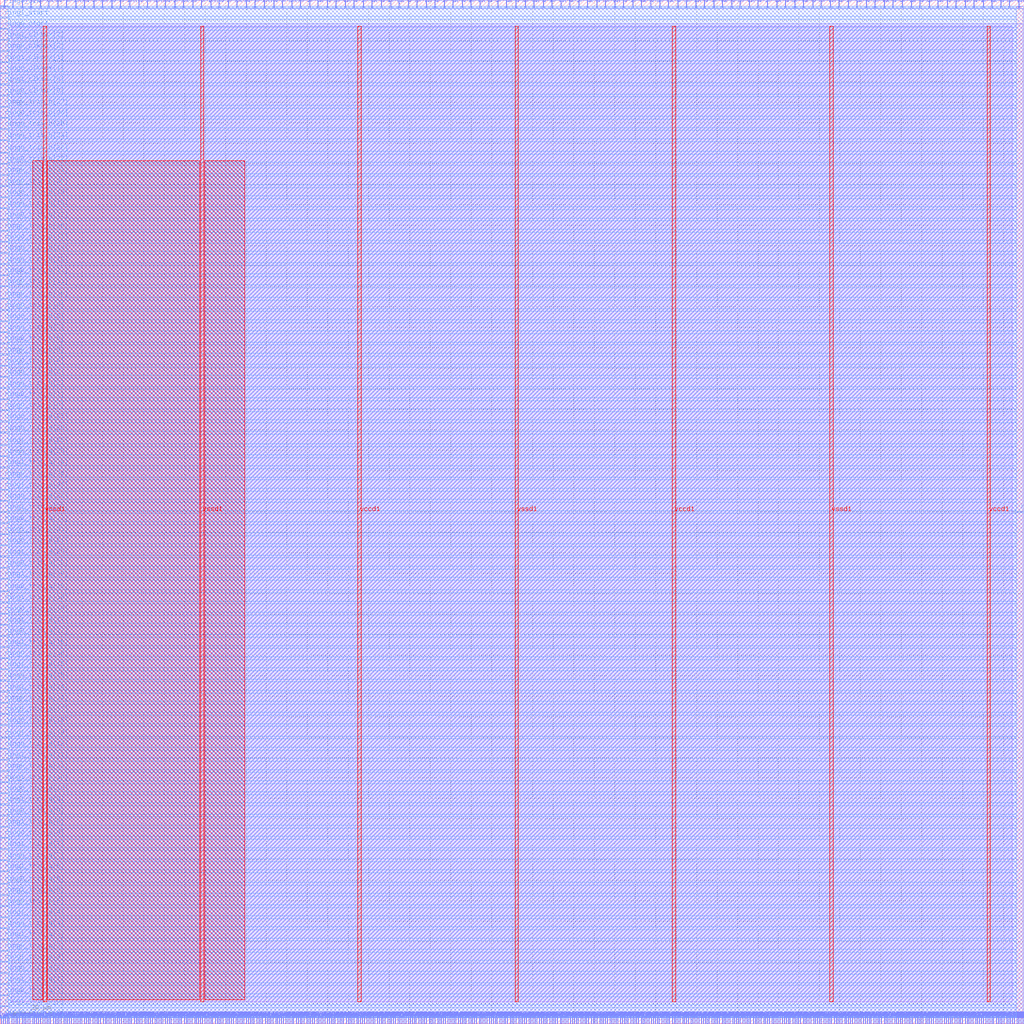
<source format=lef>
VERSION 5.7 ;
  NOWIREEXTENSIONATPIN ON ;
  DIVIDERCHAR "/" ;
  BUSBITCHARS "[]" ;
MACRO digitalcore_macro
  CLASS BLOCK ;
  FOREIGN digitalcore_macro ;
  ORIGIN 0.000 0.000 ;
  SIZE 500.000 BY 500.000 ;
  PIN io_in[0]
    DIRECTION INPUT ;
    USE SIGNAL ;
    PORT
      LAYER met2 ;
        RECT 1.930 496.000 2.210 500.000 ;
    END
  END io_in[0]
  PIN io_in[10]
    DIRECTION INPUT ;
    USE SIGNAL ;
    PORT
      LAYER met2 ;
        RECT 133.490 496.000 133.770 500.000 ;
    END
  END io_in[10]
  PIN io_in[11]
    DIRECTION INPUT ;
    USE SIGNAL ;
    PORT
      LAYER met2 ;
        RECT 146.370 496.000 146.650 500.000 ;
    END
  END io_in[11]
  PIN io_in[12]
    DIRECTION INPUT ;
    USE SIGNAL ;
    PORT
      LAYER met2 ;
        RECT 159.710 496.000 159.990 500.000 ;
    END
  END io_in[12]
  PIN io_in[13]
    DIRECTION INPUT ;
    USE SIGNAL ;
    PORT
      LAYER met2 ;
        RECT 172.590 496.000 172.870 500.000 ;
    END
  END io_in[13]
  PIN io_in[14]
    DIRECTION INPUT ;
    USE SIGNAL ;
    PORT
      LAYER met2 ;
        RECT 185.930 496.000 186.210 500.000 ;
    END
  END io_in[14]
  PIN io_in[15]
    DIRECTION INPUT ;
    USE SIGNAL ;
    PORT
      LAYER met2 ;
        RECT 199.270 496.000 199.550 500.000 ;
    END
  END io_in[15]
  PIN io_in[16]
    DIRECTION INPUT ;
    USE SIGNAL ;
    PORT
      LAYER met2 ;
        RECT 212.150 496.000 212.430 500.000 ;
    END
  END io_in[16]
  PIN io_in[17]
    DIRECTION INPUT ;
    USE SIGNAL ;
    PORT
      LAYER met2 ;
        RECT 225.490 496.000 225.770 500.000 ;
    END
  END io_in[17]
  PIN io_in[18]
    DIRECTION INPUT ;
    USE SIGNAL ;
    PORT
      LAYER met2 ;
        RECT 238.370 496.000 238.650 500.000 ;
    END
  END io_in[18]
  PIN io_in[19]
    DIRECTION INPUT ;
    USE SIGNAL ;
    PORT
      LAYER met2 ;
        RECT 251.710 496.000 251.990 500.000 ;
    END
  END io_in[19]
  PIN io_in[1]
    DIRECTION INPUT ;
    USE SIGNAL ;
    PORT
      LAYER met2 ;
        RECT 14.810 496.000 15.090 500.000 ;
    END
  END io_in[1]
  PIN io_in[20]
    DIRECTION INPUT ;
    USE SIGNAL ;
    PORT
      LAYER met2 ;
        RECT 265.050 496.000 265.330 500.000 ;
    END
  END io_in[20]
  PIN io_in[21]
    DIRECTION INPUT ;
    USE SIGNAL ;
    PORT
      LAYER met2 ;
        RECT 277.930 496.000 278.210 500.000 ;
    END
  END io_in[21]
  PIN io_in[22]
    DIRECTION INPUT ;
    USE SIGNAL ;
    PORT
      LAYER met2 ;
        RECT 291.270 496.000 291.550 500.000 ;
    END
  END io_in[22]
  PIN io_in[23]
    DIRECTION INPUT ;
    USE SIGNAL ;
    PORT
      LAYER met2 ;
        RECT 304.150 496.000 304.430 500.000 ;
    END
  END io_in[23]
  PIN io_in[24]
    DIRECTION INPUT ;
    USE SIGNAL ;
    PORT
      LAYER met2 ;
        RECT 317.490 496.000 317.770 500.000 ;
    END
  END io_in[24]
  PIN io_in[25]
    DIRECTION INPUT ;
    USE SIGNAL ;
    PORT
      LAYER met2 ;
        RECT 330.830 496.000 331.110 500.000 ;
    END
  END io_in[25]
  PIN io_in[26]
    DIRECTION INPUT ;
    USE SIGNAL ;
    PORT
      LAYER met2 ;
        RECT 343.710 496.000 343.990 500.000 ;
    END
  END io_in[26]
  PIN io_in[27]
    DIRECTION INPUT ;
    USE SIGNAL ;
    PORT
      LAYER met2 ;
        RECT 357.050 496.000 357.330 500.000 ;
    END
  END io_in[27]
  PIN io_in[28]
    DIRECTION INPUT ;
    USE SIGNAL ;
    PORT
      LAYER met2 ;
        RECT 369.930 496.000 370.210 500.000 ;
    END
  END io_in[28]
  PIN io_in[29]
    DIRECTION INPUT ;
    USE SIGNAL ;
    PORT
      LAYER met2 ;
        RECT 383.270 496.000 383.550 500.000 ;
    END
  END io_in[29]
  PIN io_in[2]
    DIRECTION INPUT ;
    USE SIGNAL ;
    PORT
      LAYER met2 ;
        RECT 28.150 496.000 28.430 500.000 ;
    END
  END io_in[2]
  PIN io_in[30]
    DIRECTION INPUT ;
    USE SIGNAL ;
    PORT
      LAYER met2 ;
        RECT 396.610 496.000 396.890 500.000 ;
    END
  END io_in[30]
  PIN io_in[31]
    DIRECTION INPUT ;
    USE SIGNAL ;
    PORT
      LAYER met2 ;
        RECT 409.490 496.000 409.770 500.000 ;
    END
  END io_in[31]
  PIN io_in[32]
    DIRECTION INPUT ;
    USE SIGNAL ;
    PORT
      LAYER met2 ;
        RECT 422.830 496.000 423.110 500.000 ;
    END
  END io_in[32]
  PIN io_in[33]
    DIRECTION INPUT ;
    USE SIGNAL ;
    PORT
      LAYER met2 ;
        RECT 435.710 496.000 435.990 500.000 ;
    END
  END io_in[33]
  PIN io_in[34]
    DIRECTION INPUT ;
    USE SIGNAL ;
    PORT
      LAYER met2 ;
        RECT 449.050 496.000 449.330 500.000 ;
    END
  END io_in[34]
  PIN io_in[35]
    DIRECTION INPUT ;
    USE SIGNAL ;
    PORT
      LAYER met2 ;
        RECT 462.390 496.000 462.670 500.000 ;
    END
  END io_in[35]
  PIN io_in[36]
    DIRECTION INPUT ;
    USE SIGNAL ;
    PORT
      LAYER met2 ;
        RECT 475.270 496.000 475.550 500.000 ;
    END
  END io_in[36]
  PIN io_in[37]
    DIRECTION INPUT ;
    USE SIGNAL ;
    PORT
      LAYER met2 ;
        RECT 488.610 496.000 488.890 500.000 ;
    END
  END io_in[37]
  PIN io_in[3]
    DIRECTION INPUT ;
    USE SIGNAL ;
    PORT
      LAYER met2 ;
        RECT 41.030 496.000 41.310 500.000 ;
    END
  END io_in[3]
  PIN io_in[4]
    DIRECTION INPUT ;
    USE SIGNAL ;
    PORT
      LAYER met2 ;
        RECT 54.370 496.000 54.650 500.000 ;
    END
  END io_in[4]
  PIN io_in[5]
    DIRECTION INPUT ;
    USE SIGNAL ;
    PORT
      LAYER met2 ;
        RECT 67.710 496.000 67.990 500.000 ;
    END
  END io_in[5]
  PIN io_in[6]
    DIRECTION INPUT ;
    USE SIGNAL ;
    PORT
      LAYER met2 ;
        RECT 80.590 496.000 80.870 500.000 ;
    END
  END io_in[6]
  PIN io_in[7]
    DIRECTION INPUT ;
    USE SIGNAL ;
    PORT
      LAYER met2 ;
        RECT 93.930 496.000 94.210 500.000 ;
    END
  END io_in[7]
  PIN io_in[8]
    DIRECTION INPUT ;
    USE SIGNAL ;
    PORT
      LAYER met2 ;
        RECT 106.810 496.000 107.090 500.000 ;
    END
  END io_in[8]
  PIN io_in[9]
    DIRECTION INPUT ;
    USE SIGNAL ;
    PORT
      LAYER met2 ;
        RECT 120.150 496.000 120.430 500.000 ;
    END
  END io_in[9]
  PIN io_oeb[0]
    DIRECTION OUTPUT TRISTATE ;
    USE SIGNAL ;
    PORT
      LAYER met2 ;
        RECT 6.070 496.000 6.350 500.000 ;
    END
  END io_oeb[0]
  PIN io_oeb[10]
    DIRECTION OUTPUT TRISTATE ;
    USE SIGNAL ;
    PORT
      LAYER met2 ;
        RECT 137.630 496.000 137.910 500.000 ;
    END
  END io_oeb[10]
  PIN io_oeb[11]
    DIRECTION OUTPUT TRISTATE ;
    USE SIGNAL ;
    PORT
      LAYER met2 ;
        RECT 150.970 496.000 151.250 500.000 ;
    END
  END io_oeb[11]
  PIN io_oeb[12]
    DIRECTION OUTPUT TRISTATE ;
    USE SIGNAL ;
    PORT
      LAYER met2 ;
        RECT 163.850 496.000 164.130 500.000 ;
    END
  END io_oeb[12]
  PIN io_oeb[13]
    DIRECTION OUTPUT TRISTATE ;
    USE SIGNAL ;
    PORT
      LAYER met2 ;
        RECT 177.190 496.000 177.470 500.000 ;
    END
  END io_oeb[13]
  PIN io_oeb[14]
    DIRECTION OUTPUT TRISTATE ;
    USE SIGNAL ;
    PORT
      LAYER met2 ;
        RECT 190.530 496.000 190.810 500.000 ;
    END
  END io_oeb[14]
  PIN io_oeb[15]
    DIRECTION OUTPUT TRISTATE ;
    USE SIGNAL ;
    PORT
      LAYER met2 ;
        RECT 203.410 496.000 203.690 500.000 ;
    END
  END io_oeb[15]
  PIN io_oeb[16]
    DIRECTION OUTPUT TRISTATE ;
    USE SIGNAL ;
    PORT
      LAYER met2 ;
        RECT 216.750 496.000 217.030 500.000 ;
    END
  END io_oeb[16]
  PIN io_oeb[17]
    DIRECTION OUTPUT TRISTATE ;
    USE SIGNAL ;
    PORT
      LAYER met2 ;
        RECT 229.630 496.000 229.910 500.000 ;
    END
  END io_oeb[17]
  PIN io_oeb[18]
    DIRECTION OUTPUT TRISTATE ;
    USE SIGNAL ;
    PORT
      LAYER met2 ;
        RECT 242.970 496.000 243.250 500.000 ;
    END
  END io_oeb[18]
  PIN io_oeb[19]
    DIRECTION OUTPUT TRISTATE ;
    USE SIGNAL ;
    PORT
      LAYER met2 ;
        RECT 256.310 496.000 256.590 500.000 ;
    END
  END io_oeb[19]
  PIN io_oeb[1]
    DIRECTION OUTPUT TRISTATE ;
    USE SIGNAL ;
    PORT
      LAYER met2 ;
        RECT 19.410 496.000 19.690 500.000 ;
    END
  END io_oeb[1]
  PIN io_oeb[20]
    DIRECTION OUTPUT TRISTATE ;
    USE SIGNAL ;
    PORT
      LAYER met2 ;
        RECT 269.190 496.000 269.470 500.000 ;
    END
  END io_oeb[20]
  PIN io_oeb[21]
    DIRECTION OUTPUT TRISTATE ;
    USE SIGNAL ;
    PORT
      LAYER met2 ;
        RECT 282.530 496.000 282.810 500.000 ;
    END
  END io_oeb[21]
  PIN io_oeb[22]
    DIRECTION OUTPUT TRISTATE ;
    USE SIGNAL ;
    PORT
      LAYER met2 ;
        RECT 295.410 496.000 295.690 500.000 ;
    END
  END io_oeb[22]
  PIN io_oeb[23]
    DIRECTION OUTPUT TRISTATE ;
    USE SIGNAL ;
    PORT
      LAYER met2 ;
        RECT 308.750 496.000 309.030 500.000 ;
    END
  END io_oeb[23]
  PIN io_oeb[24]
    DIRECTION OUTPUT TRISTATE ;
    USE SIGNAL ;
    PORT
      LAYER met2 ;
        RECT 322.090 496.000 322.370 500.000 ;
    END
  END io_oeb[24]
  PIN io_oeb[25]
    DIRECTION OUTPUT TRISTATE ;
    USE SIGNAL ;
    PORT
      LAYER met2 ;
        RECT 334.970 496.000 335.250 500.000 ;
    END
  END io_oeb[25]
  PIN io_oeb[26]
    DIRECTION OUTPUT TRISTATE ;
    USE SIGNAL ;
    PORT
      LAYER met2 ;
        RECT 348.310 496.000 348.590 500.000 ;
    END
  END io_oeb[26]
  PIN io_oeb[27]
    DIRECTION OUTPUT TRISTATE ;
    USE SIGNAL ;
    PORT
      LAYER met2 ;
        RECT 361.190 496.000 361.470 500.000 ;
    END
  END io_oeb[27]
  PIN io_oeb[28]
    DIRECTION OUTPUT TRISTATE ;
    USE SIGNAL ;
    PORT
      LAYER met2 ;
        RECT 374.530 496.000 374.810 500.000 ;
    END
  END io_oeb[28]
  PIN io_oeb[29]
    DIRECTION OUTPUT TRISTATE ;
    USE SIGNAL ;
    PORT
      LAYER met2 ;
        RECT 387.870 496.000 388.150 500.000 ;
    END
  END io_oeb[29]
  PIN io_oeb[2]
    DIRECTION OUTPUT TRISTATE ;
    USE SIGNAL ;
    PORT
      LAYER met2 ;
        RECT 32.290 496.000 32.570 500.000 ;
    END
  END io_oeb[2]
  PIN io_oeb[30]
    DIRECTION OUTPUT TRISTATE ;
    USE SIGNAL ;
    PORT
      LAYER met2 ;
        RECT 400.750 496.000 401.030 500.000 ;
    END
  END io_oeb[30]
  PIN io_oeb[31]
    DIRECTION OUTPUT TRISTATE ;
    USE SIGNAL ;
    PORT
      LAYER met2 ;
        RECT 414.090 496.000 414.370 500.000 ;
    END
  END io_oeb[31]
  PIN io_oeb[32]
    DIRECTION OUTPUT TRISTATE ;
    USE SIGNAL ;
    PORT
      LAYER met2 ;
        RECT 426.970 496.000 427.250 500.000 ;
    END
  END io_oeb[32]
  PIN io_oeb[33]
    DIRECTION OUTPUT TRISTATE ;
    USE SIGNAL ;
    PORT
      LAYER met2 ;
        RECT 440.310 496.000 440.590 500.000 ;
    END
  END io_oeb[33]
  PIN io_oeb[34]
    DIRECTION OUTPUT TRISTATE ;
    USE SIGNAL ;
    PORT
      LAYER met2 ;
        RECT 453.650 496.000 453.930 500.000 ;
    END
  END io_oeb[34]
  PIN io_oeb[35]
    DIRECTION OUTPUT TRISTATE ;
    USE SIGNAL ;
    PORT
      LAYER met2 ;
        RECT 466.530 496.000 466.810 500.000 ;
    END
  END io_oeb[35]
  PIN io_oeb[36]
    DIRECTION OUTPUT TRISTATE ;
    USE SIGNAL ;
    PORT
      LAYER met2 ;
        RECT 479.870 496.000 480.150 500.000 ;
    END
  END io_oeb[36]
  PIN io_oeb[37]
    DIRECTION OUTPUT TRISTATE ;
    USE SIGNAL ;
    PORT
      LAYER met2 ;
        RECT 492.750 496.000 493.030 500.000 ;
    END
  END io_oeb[37]
  PIN io_oeb[3]
    DIRECTION OUTPUT TRISTATE ;
    USE SIGNAL ;
    PORT
      LAYER met2 ;
        RECT 45.630 496.000 45.910 500.000 ;
    END
  END io_oeb[3]
  PIN io_oeb[4]
    DIRECTION OUTPUT TRISTATE ;
    USE SIGNAL ;
    PORT
      LAYER met2 ;
        RECT 58.510 496.000 58.790 500.000 ;
    END
  END io_oeb[4]
  PIN io_oeb[5]
    DIRECTION OUTPUT TRISTATE ;
    USE SIGNAL ;
    PORT
      LAYER met2 ;
        RECT 71.850 496.000 72.130 500.000 ;
    END
  END io_oeb[5]
  PIN io_oeb[6]
    DIRECTION OUTPUT TRISTATE ;
    USE SIGNAL ;
    PORT
      LAYER met2 ;
        RECT 85.190 496.000 85.470 500.000 ;
    END
  END io_oeb[6]
  PIN io_oeb[7]
    DIRECTION OUTPUT TRISTATE ;
    USE SIGNAL ;
    PORT
      LAYER met2 ;
        RECT 98.070 496.000 98.350 500.000 ;
    END
  END io_oeb[7]
  PIN io_oeb[8]
    DIRECTION OUTPUT TRISTATE ;
    USE SIGNAL ;
    PORT
      LAYER met2 ;
        RECT 111.410 496.000 111.690 500.000 ;
    END
  END io_oeb[8]
  PIN io_oeb[9]
    DIRECTION OUTPUT TRISTATE ;
    USE SIGNAL ;
    PORT
      LAYER met2 ;
        RECT 124.290 496.000 124.570 500.000 ;
    END
  END io_oeb[9]
  PIN io_out[0]
    DIRECTION OUTPUT TRISTATE ;
    USE SIGNAL ;
    PORT
      LAYER met2 ;
        RECT 10.670 496.000 10.950 500.000 ;
    END
  END io_out[0]
  PIN io_out[10]
    DIRECTION OUTPUT TRISTATE ;
    USE SIGNAL ;
    PORT
      LAYER met2 ;
        RECT 142.230 496.000 142.510 500.000 ;
    END
  END io_out[10]
  PIN io_out[11]
    DIRECTION OUTPUT TRISTATE ;
    USE SIGNAL ;
    PORT
      LAYER met2 ;
        RECT 155.110 496.000 155.390 500.000 ;
    END
  END io_out[11]
  PIN io_out[12]
    DIRECTION OUTPUT TRISTATE ;
    USE SIGNAL ;
    PORT
      LAYER met2 ;
        RECT 168.450 496.000 168.730 500.000 ;
    END
  END io_out[12]
  PIN io_out[13]
    DIRECTION OUTPUT TRISTATE ;
    USE SIGNAL ;
    PORT
      LAYER met2 ;
        RECT 181.330 496.000 181.610 500.000 ;
    END
  END io_out[13]
  PIN io_out[14]
    DIRECTION OUTPUT TRISTATE ;
    USE SIGNAL ;
    PORT
      LAYER met2 ;
        RECT 194.670 496.000 194.950 500.000 ;
    END
  END io_out[14]
  PIN io_out[15]
    DIRECTION OUTPUT TRISTATE ;
    USE SIGNAL ;
    PORT
      LAYER met2 ;
        RECT 208.010 496.000 208.290 500.000 ;
    END
  END io_out[15]
  PIN io_out[16]
    DIRECTION OUTPUT TRISTATE ;
    USE SIGNAL ;
    PORT
      LAYER met2 ;
        RECT 220.890 496.000 221.170 500.000 ;
    END
  END io_out[16]
  PIN io_out[17]
    DIRECTION OUTPUT TRISTATE ;
    USE SIGNAL ;
    PORT
      LAYER met2 ;
        RECT 234.230 496.000 234.510 500.000 ;
    END
  END io_out[17]
  PIN io_out[18]
    DIRECTION OUTPUT TRISTATE ;
    USE SIGNAL ;
    PORT
      LAYER met2 ;
        RECT 247.110 496.000 247.390 500.000 ;
    END
  END io_out[18]
  PIN io_out[19]
    DIRECTION OUTPUT TRISTATE ;
    USE SIGNAL ;
    PORT
      LAYER met2 ;
        RECT 260.450 496.000 260.730 500.000 ;
    END
  END io_out[19]
  PIN io_out[1]
    DIRECTION OUTPUT TRISTATE ;
    USE SIGNAL ;
    PORT
      LAYER met2 ;
        RECT 23.550 496.000 23.830 500.000 ;
    END
  END io_out[1]
  PIN io_out[20]
    DIRECTION OUTPUT TRISTATE ;
    USE SIGNAL ;
    PORT
      LAYER met2 ;
        RECT 273.790 496.000 274.070 500.000 ;
    END
  END io_out[20]
  PIN io_out[21]
    DIRECTION OUTPUT TRISTATE ;
    USE SIGNAL ;
    PORT
      LAYER met2 ;
        RECT 286.670 496.000 286.950 500.000 ;
    END
  END io_out[21]
  PIN io_out[22]
    DIRECTION OUTPUT TRISTATE ;
    USE SIGNAL ;
    PORT
      LAYER met2 ;
        RECT 300.010 496.000 300.290 500.000 ;
    END
  END io_out[22]
  PIN io_out[23]
    DIRECTION OUTPUT TRISTATE ;
    USE SIGNAL ;
    PORT
      LAYER met2 ;
        RECT 312.890 496.000 313.170 500.000 ;
    END
  END io_out[23]
  PIN io_out[24]
    DIRECTION OUTPUT TRISTATE ;
    USE SIGNAL ;
    PORT
      LAYER met2 ;
        RECT 326.230 496.000 326.510 500.000 ;
    END
  END io_out[24]
  PIN io_out[25]
    DIRECTION OUTPUT TRISTATE ;
    USE SIGNAL ;
    PORT
      LAYER met2 ;
        RECT 339.570 496.000 339.850 500.000 ;
    END
  END io_out[25]
  PIN io_out[26]
    DIRECTION OUTPUT TRISTATE ;
    USE SIGNAL ;
    PORT
      LAYER met2 ;
        RECT 352.450 496.000 352.730 500.000 ;
    END
  END io_out[26]
  PIN io_out[27]
    DIRECTION OUTPUT TRISTATE ;
    USE SIGNAL ;
    PORT
      LAYER met2 ;
        RECT 365.790 496.000 366.070 500.000 ;
    END
  END io_out[27]
  PIN io_out[28]
    DIRECTION OUTPUT TRISTATE ;
    USE SIGNAL ;
    PORT
      LAYER met2 ;
        RECT 379.130 496.000 379.410 500.000 ;
    END
  END io_out[28]
  PIN io_out[29]
    DIRECTION OUTPUT TRISTATE ;
    USE SIGNAL ;
    PORT
      LAYER met2 ;
        RECT 392.010 496.000 392.290 500.000 ;
    END
  END io_out[29]
  PIN io_out[2]
    DIRECTION OUTPUT TRISTATE ;
    USE SIGNAL ;
    PORT
      LAYER met2 ;
        RECT 36.890 496.000 37.170 500.000 ;
    END
  END io_out[2]
  PIN io_out[30]
    DIRECTION OUTPUT TRISTATE ;
    USE SIGNAL ;
    PORT
      LAYER met2 ;
        RECT 405.350 496.000 405.630 500.000 ;
    END
  END io_out[30]
  PIN io_out[31]
    DIRECTION OUTPUT TRISTATE ;
    USE SIGNAL ;
    PORT
      LAYER met2 ;
        RECT 418.230 496.000 418.510 500.000 ;
    END
  END io_out[31]
  PIN io_out[32]
    DIRECTION OUTPUT TRISTATE ;
    USE SIGNAL ;
    PORT
      LAYER met2 ;
        RECT 431.570 496.000 431.850 500.000 ;
    END
  END io_out[32]
  PIN io_out[33]
    DIRECTION OUTPUT TRISTATE ;
    USE SIGNAL ;
    PORT
      LAYER met2 ;
        RECT 444.910 496.000 445.190 500.000 ;
    END
  END io_out[33]
  PIN io_out[34]
    DIRECTION OUTPUT TRISTATE ;
    USE SIGNAL ;
    PORT
      LAYER met2 ;
        RECT 457.790 496.000 458.070 500.000 ;
    END
  END io_out[34]
  PIN io_out[35]
    DIRECTION OUTPUT TRISTATE ;
    USE SIGNAL ;
    PORT
      LAYER met2 ;
        RECT 471.130 496.000 471.410 500.000 ;
    END
  END io_out[35]
  PIN io_out[36]
    DIRECTION OUTPUT TRISTATE ;
    USE SIGNAL ;
    PORT
      LAYER met2 ;
        RECT 484.010 496.000 484.290 500.000 ;
    END
  END io_out[36]
  PIN io_out[37]
    DIRECTION OUTPUT TRISTATE ;
    USE SIGNAL ;
    PORT
      LAYER met2 ;
        RECT 497.350 496.000 497.630 500.000 ;
    END
  END io_out[37]
  PIN io_out[3]
    DIRECTION OUTPUT TRISTATE ;
    USE SIGNAL ;
    PORT
      LAYER met2 ;
        RECT 49.770 496.000 50.050 500.000 ;
    END
  END io_out[3]
  PIN io_out[4]
    DIRECTION OUTPUT TRISTATE ;
    USE SIGNAL ;
    PORT
      LAYER met2 ;
        RECT 63.110 496.000 63.390 500.000 ;
    END
  END io_out[4]
  PIN io_out[5]
    DIRECTION OUTPUT TRISTATE ;
    USE SIGNAL ;
    PORT
      LAYER met2 ;
        RECT 76.450 496.000 76.730 500.000 ;
    END
  END io_out[5]
  PIN io_out[6]
    DIRECTION OUTPUT TRISTATE ;
    USE SIGNAL ;
    PORT
      LAYER met2 ;
        RECT 89.330 496.000 89.610 500.000 ;
    END
  END io_out[6]
  PIN io_out[7]
    DIRECTION OUTPUT TRISTATE ;
    USE SIGNAL ;
    PORT
      LAYER met2 ;
        RECT 102.670 496.000 102.950 500.000 ;
    END
  END io_out[7]
  PIN io_out[8]
    DIRECTION OUTPUT TRISTATE ;
    USE SIGNAL ;
    PORT
      LAYER met2 ;
        RECT 115.550 496.000 115.830 500.000 ;
    END
  END io_out[8]
  PIN io_out[9]
    DIRECTION OUTPUT TRISTATE ;
    USE SIGNAL ;
    PORT
      LAYER met2 ;
        RECT 128.890 496.000 129.170 500.000 ;
    END
  END io_out[9]
  PIN irq[0]
    DIRECTION OUTPUT TRISTATE ;
    USE SIGNAL ;
    PORT
      LAYER met2 ;
        RECT 497.350 0.000 497.630 4.000 ;
    END
  END irq[0]
  PIN irq[1]
    DIRECTION OUTPUT TRISTATE ;
    USE SIGNAL ;
    PORT
      LAYER met2 ;
        RECT 498.270 0.000 498.550 4.000 ;
    END
  END irq[1]
  PIN irq[2]
    DIRECTION OUTPUT TRISTATE ;
    USE SIGNAL ;
    PORT
      LAYER met2 ;
        RECT 499.190 0.000 499.470 4.000 ;
    END
  END irq[2]
  PIN la_data_in[0]
    DIRECTION INPUT ;
    USE SIGNAL ;
    PORT
      LAYER met2 ;
        RECT 107.730 0.000 108.010 4.000 ;
    END
  END la_data_in[0]
  PIN la_data_in[100]
    DIRECTION INPUT ;
    USE SIGNAL ;
    PORT
      LAYER met2 ;
        RECT 412.250 0.000 412.530 4.000 ;
    END
  END la_data_in[100]
  PIN la_data_in[101]
    DIRECTION INPUT ;
    USE SIGNAL ;
    PORT
      LAYER met2 ;
        RECT 415.010 0.000 415.290 4.000 ;
    END
  END la_data_in[101]
  PIN la_data_in[102]
    DIRECTION INPUT ;
    USE SIGNAL ;
    PORT
      LAYER met2 ;
        RECT 418.230 0.000 418.510 4.000 ;
    END
  END la_data_in[102]
  PIN la_data_in[103]
    DIRECTION INPUT ;
    USE SIGNAL ;
    PORT
      LAYER met2 ;
        RECT 421.450 0.000 421.730 4.000 ;
    END
  END la_data_in[103]
  PIN la_data_in[104]
    DIRECTION INPUT ;
    USE SIGNAL ;
    PORT
      LAYER met2 ;
        RECT 424.210 0.000 424.490 4.000 ;
    END
  END la_data_in[104]
  PIN la_data_in[105]
    DIRECTION INPUT ;
    USE SIGNAL ;
    PORT
      LAYER met2 ;
        RECT 427.430 0.000 427.710 4.000 ;
    END
  END la_data_in[105]
  PIN la_data_in[106]
    DIRECTION INPUT ;
    USE SIGNAL ;
    PORT
      LAYER met2 ;
        RECT 430.190 0.000 430.470 4.000 ;
    END
  END la_data_in[106]
  PIN la_data_in[107]
    DIRECTION INPUT ;
    USE SIGNAL ;
    PORT
      LAYER met2 ;
        RECT 433.410 0.000 433.690 4.000 ;
    END
  END la_data_in[107]
  PIN la_data_in[108]
    DIRECTION INPUT ;
    USE SIGNAL ;
    PORT
      LAYER met2 ;
        RECT 436.630 0.000 436.910 4.000 ;
    END
  END la_data_in[108]
  PIN la_data_in[109]
    DIRECTION INPUT ;
    USE SIGNAL ;
    PORT
      LAYER met2 ;
        RECT 439.390 0.000 439.670 4.000 ;
    END
  END la_data_in[109]
  PIN la_data_in[10]
    DIRECTION INPUT ;
    USE SIGNAL ;
    PORT
      LAYER met2 ;
        RECT 138.090 0.000 138.370 4.000 ;
    END
  END la_data_in[10]
  PIN la_data_in[110]
    DIRECTION INPUT ;
    USE SIGNAL ;
    PORT
      LAYER met2 ;
        RECT 442.610 0.000 442.890 4.000 ;
    END
  END la_data_in[110]
  PIN la_data_in[111]
    DIRECTION INPUT ;
    USE SIGNAL ;
    PORT
      LAYER met2 ;
        RECT 445.370 0.000 445.650 4.000 ;
    END
  END la_data_in[111]
  PIN la_data_in[112]
    DIRECTION INPUT ;
    USE SIGNAL ;
    PORT
      LAYER met2 ;
        RECT 448.590 0.000 448.870 4.000 ;
    END
  END la_data_in[112]
  PIN la_data_in[113]
    DIRECTION INPUT ;
    USE SIGNAL ;
    PORT
      LAYER met2 ;
        RECT 451.810 0.000 452.090 4.000 ;
    END
  END la_data_in[113]
  PIN la_data_in[114]
    DIRECTION INPUT ;
    USE SIGNAL ;
    PORT
      LAYER met2 ;
        RECT 454.570 0.000 454.850 4.000 ;
    END
  END la_data_in[114]
  PIN la_data_in[115]
    DIRECTION INPUT ;
    USE SIGNAL ;
    PORT
      LAYER met2 ;
        RECT 457.790 0.000 458.070 4.000 ;
    END
  END la_data_in[115]
  PIN la_data_in[116]
    DIRECTION INPUT ;
    USE SIGNAL ;
    PORT
      LAYER met2 ;
        RECT 461.010 0.000 461.290 4.000 ;
    END
  END la_data_in[116]
  PIN la_data_in[117]
    DIRECTION INPUT ;
    USE SIGNAL ;
    PORT
      LAYER met2 ;
        RECT 463.770 0.000 464.050 4.000 ;
    END
  END la_data_in[117]
  PIN la_data_in[118]
    DIRECTION INPUT ;
    USE SIGNAL ;
    PORT
      LAYER met2 ;
        RECT 466.990 0.000 467.270 4.000 ;
    END
  END la_data_in[118]
  PIN la_data_in[119]
    DIRECTION INPUT ;
    USE SIGNAL ;
    PORT
      LAYER met2 ;
        RECT 469.750 0.000 470.030 4.000 ;
    END
  END la_data_in[119]
  PIN la_data_in[11]
    DIRECTION INPUT ;
    USE SIGNAL ;
    PORT
      LAYER met2 ;
        RECT 141.310 0.000 141.590 4.000 ;
    END
  END la_data_in[11]
  PIN la_data_in[120]
    DIRECTION INPUT ;
    USE SIGNAL ;
    PORT
      LAYER met2 ;
        RECT 472.970 0.000 473.250 4.000 ;
    END
  END la_data_in[120]
  PIN la_data_in[121]
    DIRECTION INPUT ;
    USE SIGNAL ;
    PORT
      LAYER met2 ;
        RECT 476.190 0.000 476.470 4.000 ;
    END
  END la_data_in[121]
  PIN la_data_in[122]
    DIRECTION INPUT ;
    USE SIGNAL ;
    PORT
      LAYER met2 ;
        RECT 478.950 0.000 479.230 4.000 ;
    END
  END la_data_in[122]
  PIN la_data_in[123]
    DIRECTION INPUT ;
    USE SIGNAL ;
    PORT
      LAYER met2 ;
        RECT 482.170 0.000 482.450 4.000 ;
    END
  END la_data_in[123]
  PIN la_data_in[124]
    DIRECTION INPUT ;
    USE SIGNAL ;
    PORT
      LAYER met2 ;
        RECT 484.930 0.000 485.210 4.000 ;
    END
  END la_data_in[124]
  PIN la_data_in[125]
    DIRECTION INPUT ;
    USE SIGNAL ;
    PORT
      LAYER met2 ;
        RECT 488.150 0.000 488.430 4.000 ;
    END
  END la_data_in[125]
  PIN la_data_in[126]
    DIRECTION INPUT ;
    USE SIGNAL ;
    PORT
      LAYER met2 ;
        RECT 491.370 0.000 491.650 4.000 ;
    END
  END la_data_in[126]
  PIN la_data_in[127]
    DIRECTION INPUT ;
    USE SIGNAL ;
    PORT
      LAYER met2 ;
        RECT 494.130 0.000 494.410 4.000 ;
    END
  END la_data_in[127]
  PIN la_data_in[12]
    DIRECTION INPUT ;
    USE SIGNAL ;
    PORT
      LAYER met2 ;
        RECT 144.530 0.000 144.810 4.000 ;
    END
  END la_data_in[12]
  PIN la_data_in[13]
    DIRECTION INPUT ;
    USE SIGNAL ;
    PORT
      LAYER met2 ;
        RECT 147.290 0.000 147.570 4.000 ;
    END
  END la_data_in[13]
  PIN la_data_in[14]
    DIRECTION INPUT ;
    USE SIGNAL ;
    PORT
      LAYER met2 ;
        RECT 150.510 0.000 150.790 4.000 ;
    END
  END la_data_in[14]
  PIN la_data_in[15]
    DIRECTION INPUT ;
    USE SIGNAL ;
    PORT
      LAYER met2 ;
        RECT 153.270 0.000 153.550 4.000 ;
    END
  END la_data_in[15]
  PIN la_data_in[16]
    DIRECTION INPUT ;
    USE SIGNAL ;
    PORT
      LAYER met2 ;
        RECT 156.490 0.000 156.770 4.000 ;
    END
  END la_data_in[16]
  PIN la_data_in[17]
    DIRECTION INPUT ;
    USE SIGNAL ;
    PORT
      LAYER met2 ;
        RECT 159.710 0.000 159.990 4.000 ;
    END
  END la_data_in[17]
  PIN la_data_in[18]
    DIRECTION INPUT ;
    USE SIGNAL ;
    PORT
      LAYER met2 ;
        RECT 162.470 0.000 162.750 4.000 ;
    END
  END la_data_in[18]
  PIN la_data_in[19]
    DIRECTION INPUT ;
    USE SIGNAL ;
    PORT
      LAYER met2 ;
        RECT 165.690 0.000 165.970 4.000 ;
    END
  END la_data_in[19]
  PIN la_data_in[1]
    DIRECTION INPUT ;
    USE SIGNAL ;
    PORT
      LAYER met2 ;
        RECT 110.950 0.000 111.230 4.000 ;
    END
  END la_data_in[1]
  PIN la_data_in[20]
    DIRECTION INPUT ;
    USE SIGNAL ;
    PORT
      LAYER met2 ;
        RECT 168.910 0.000 169.190 4.000 ;
    END
  END la_data_in[20]
  PIN la_data_in[21]
    DIRECTION INPUT ;
    USE SIGNAL ;
    PORT
      LAYER met2 ;
        RECT 171.670 0.000 171.950 4.000 ;
    END
  END la_data_in[21]
  PIN la_data_in[22]
    DIRECTION INPUT ;
    USE SIGNAL ;
    PORT
      LAYER met2 ;
        RECT 174.890 0.000 175.170 4.000 ;
    END
  END la_data_in[22]
  PIN la_data_in[23]
    DIRECTION INPUT ;
    USE SIGNAL ;
    PORT
      LAYER met2 ;
        RECT 177.650 0.000 177.930 4.000 ;
    END
  END la_data_in[23]
  PIN la_data_in[24]
    DIRECTION INPUT ;
    USE SIGNAL ;
    PORT
      LAYER met2 ;
        RECT 180.870 0.000 181.150 4.000 ;
    END
  END la_data_in[24]
  PIN la_data_in[25]
    DIRECTION INPUT ;
    USE SIGNAL ;
    PORT
      LAYER met2 ;
        RECT 184.090 0.000 184.370 4.000 ;
    END
  END la_data_in[25]
  PIN la_data_in[26]
    DIRECTION INPUT ;
    USE SIGNAL ;
    PORT
      LAYER met2 ;
        RECT 186.850 0.000 187.130 4.000 ;
    END
  END la_data_in[26]
  PIN la_data_in[27]
    DIRECTION INPUT ;
    USE SIGNAL ;
    PORT
      LAYER met2 ;
        RECT 190.070 0.000 190.350 4.000 ;
    END
  END la_data_in[27]
  PIN la_data_in[28]
    DIRECTION INPUT ;
    USE SIGNAL ;
    PORT
      LAYER met2 ;
        RECT 192.830 0.000 193.110 4.000 ;
    END
  END la_data_in[28]
  PIN la_data_in[29]
    DIRECTION INPUT ;
    USE SIGNAL ;
    PORT
      LAYER met2 ;
        RECT 196.050 0.000 196.330 4.000 ;
    END
  END la_data_in[29]
  PIN la_data_in[2]
    DIRECTION INPUT ;
    USE SIGNAL ;
    PORT
      LAYER met2 ;
        RECT 113.710 0.000 113.990 4.000 ;
    END
  END la_data_in[2]
  PIN la_data_in[30]
    DIRECTION INPUT ;
    USE SIGNAL ;
    PORT
      LAYER met2 ;
        RECT 199.270 0.000 199.550 4.000 ;
    END
  END la_data_in[30]
  PIN la_data_in[31]
    DIRECTION INPUT ;
    USE SIGNAL ;
    PORT
      LAYER met2 ;
        RECT 202.030 0.000 202.310 4.000 ;
    END
  END la_data_in[31]
  PIN la_data_in[32]
    DIRECTION INPUT ;
    USE SIGNAL ;
    PORT
      LAYER met2 ;
        RECT 205.250 0.000 205.530 4.000 ;
    END
  END la_data_in[32]
  PIN la_data_in[33]
    DIRECTION INPUT ;
    USE SIGNAL ;
    PORT
      LAYER met2 ;
        RECT 208.010 0.000 208.290 4.000 ;
    END
  END la_data_in[33]
  PIN la_data_in[34]
    DIRECTION INPUT ;
    USE SIGNAL ;
    PORT
      LAYER met2 ;
        RECT 211.230 0.000 211.510 4.000 ;
    END
  END la_data_in[34]
  PIN la_data_in[35]
    DIRECTION INPUT ;
    USE SIGNAL ;
    PORT
      LAYER met2 ;
        RECT 214.450 0.000 214.730 4.000 ;
    END
  END la_data_in[35]
  PIN la_data_in[36]
    DIRECTION INPUT ;
    USE SIGNAL ;
    PORT
      LAYER met2 ;
        RECT 217.210 0.000 217.490 4.000 ;
    END
  END la_data_in[36]
  PIN la_data_in[37]
    DIRECTION INPUT ;
    USE SIGNAL ;
    PORT
      LAYER met2 ;
        RECT 220.430 0.000 220.710 4.000 ;
    END
  END la_data_in[37]
  PIN la_data_in[38]
    DIRECTION INPUT ;
    USE SIGNAL ;
    PORT
      LAYER met2 ;
        RECT 223.650 0.000 223.930 4.000 ;
    END
  END la_data_in[38]
  PIN la_data_in[39]
    DIRECTION INPUT ;
    USE SIGNAL ;
    PORT
      LAYER met2 ;
        RECT 226.410 0.000 226.690 4.000 ;
    END
  END la_data_in[39]
  PIN la_data_in[3]
    DIRECTION INPUT ;
    USE SIGNAL ;
    PORT
      LAYER met2 ;
        RECT 116.930 0.000 117.210 4.000 ;
    END
  END la_data_in[3]
  PIN la_data_in[40]
    DIRECTION INPUT ;
    USE SIGNAL ;
    PORT
      LAYER met2 ;
        RECT 229.630 0.000 229.910 4.000 ;
    END
  END la_data_in[40]
  PIN la_data_in[41]
    DIRECTION INPUT ;
    USE SIGNAL ;
    PORT
      LAYER met2 ;
        RECT 232.390 0.000 232.670 4.000 ;
    END
  END la_data_in[41]
  PIN la_data_in[42]
    DIRECTION INPUT ;
    USE SIGNAL ;
    PORT
      LAYER met2 ;
        RECT 235.610 0.000 235.890 4.000 ;
    END
  END la_data_in[42]
  PIN la_data_in[43]
    DIRECTION INPUT ;
    USE SIGNAL ;
    PORT
      LAYER met2 ;
        RECT 238.830 0.000 239.110 4.000 ;
    END
  END la_data_in[43]
  PIN la_data_in[44]
    DIRECTION INPUT ;
    USE SIGNAL ;
    PORT
      LAYER met2 ;
        RECT 241.590 0.000 241.870 4.000 ;
    END
  END la_data_in[44]
  PIN la_data_in[45]
    DIRECTION INPUT ;
    USE SIGNAL ;
    PORT
      LAYER met2 ;
        RECT 244.810 0.000 245.090 4.000 ;
    END
  END la_data_in[45]
  PIN la_data_in[46]
    DIRECTION INPUT ;
    USE SIGNAL ;
    PORT
      LAYER met2 ;
        RECT 247.570 0.000 247.850 4.000 ;
    END
  END la_data_in[46]
  PIN la_data_in[47]
    DIRECTION INPUT ;
    USE SIGNAL ;
    PORT
      LAYER met2 ;
        RECT 250.790 0.000 251.070 4.000 ;
    END
  END la_data_in[47]
  PIN la_data_in[48]
    DIRECTION INPUT ;
    USE SIGNAL ;
    PORT
      LAYER met2 ;
        RECT 254.010 0.000 254.290 4.000 ;
    END
  END la_data_in[48]
  PIN la_data_in[49]
    DIRECTION INPUT ;
    USE SIGNAL ;
    PORT
      LAYER met2 ;
        RECT 256.770 0.000 257.050 4.000 ;
    END
  END la_data_in[49]
  PIN la_data_in[4]
    DIRECTION INPUT ;
    USE SIGNAL ;
    PORT
      LAYER met2 ;
        RECT 120.150 0.000 120.430 4.000 ;
    END
  END la_data_in[4]
  PIN la_data_in[50]
    DIRECTION INPUT ;
    USE SIGNAL ;
    PORT
      LAYER met2 ;
        RECT 259.990 0.000 260.270 4.000 ;
    END
  END la_data_in[50]
  PIN la_data_in[51]
    DIRECTION INPUT ;
    USE SIGNAL ;
    PORT
      LAYER met2 ;
        RECT 263.210 0.000 263.490 4.000 ;
    END
  END la_data_in[51]
  PIN la_data_in[52]
    DIRECTION INPUT ;
    USE SIGNAL ;
    PORT
      LAYER met2 ;
        RECT 265.970 0.000 266.250 4.000 ;
    END
  END la_data_in[52]
  PIN la_data_in[53]
    DIRECTION INPUT ;
    USE SIGNAL ;
    PORT
      LAYER met2 ;
        RECT 269.190 0.000 269.470 4.000 ;
    END
  END la_data_in[53]
  PIN la_data_in[54]
    DIRECTION INPUT ;
    USE SIGNAL ;
    PORT
      LAYER met2 ;
        RECT 271.950 0.000 272.230 4.000 ;
    END
  END la_data_in[54]
  PIN la_data_in[55]
    DIRECTION INPUT ;
    USE SIGNAL ;
    PORT
      LAYER met2 ;
        RECT 275.170 0.000 275.450 4.000 ;
    END
  END la_data_in[55]
  PIN la_data_in[56]
    DIRECTION INPUT ;
    USE SIGNAL ;
    PORT
      LAYER met2 ;
        RECT 278.390 0.000 278.670 4.000 ;
    END
  END la_data_in[56]
  PIN la_data_in[57]
    DIRECTION INPUT ;
    USE SIGNAL ;
    PORT
      LAYER met2 ;
        RECT 281.150 0.000 281.430 4.000 ;
    END
  END la_data_in[57]
  PIN la_data_in[58]
    DIRECTION INPUT ;
    USE SIGNAL ;
    PORT
      LAYER met2 ;
        RECT 284.370 0.000 284.650 4.000 ;
    END
  END la_data_in[58]
  PIN la_data_in[59]
    DIRECTION INPUT ;
    USE SIGNAL ;
    PORT
      LAYER met2 ;
        RECT 287.130 0.000 287.410 4.000 ;
    END
  END la_data_in[59]
  PIN la_data_in[5]
    DIRECTION INPUT ;
    USE SIGNAL ;
    PORT
      LAYER met2 ;
        RECT 122.910 0.000 123.190 4.000 ;
    END
  END la_data_in[5]
  PIN la_data_in[60]
    DIRECTION INPUT ;
    USE SIGNAL ;
    PORT
      LAYER met2 ;
        RECT 290.350 0.000 290.630 4.000 ;
    END
  END la_data_in[60]
  PIN la_data_in[61]
    DIRECTION INPUT ;
    USE SIGNAL ;
    PORT
      LAYER met2 ;
        RECT 293.570 0.000 293.850 4.000 ;
    END
  END la_data_in[61]
  PIN la_data_in[62]
    DIRECTION INPUT ;
    USE SIGNAL ;
    PORT
      LAYER met2 ;
        RECT 296.330 0.000 296.610 4.000 ;
    END
  END la_data_in[62]
  PIN la_data_in[63]
    DIRECTION INPUT ;
    USE SIGNAL ;
    PORT
      LAYER met2 ;
        RECT 299.550 0.000 299.830 4.000 ;
    END
  END la_data_in[63]
  PIN la_data_in[64]
    DIRECTION INPUT ;
    USE SIGNAL ;
    PORT
      LAYER met2 ;
        RECT 302.770 0.000 303.050 4.000 ;
    END
  END la_data_in[64]
  PIN la_data_in[65]
    DIRECTION INPUT ;
    USE SIGNAL ;
    PORT
      LAYER met2 ;
        RECT 305.530 0.000 305.810 4.000 ;
    END
  END la_data_in[65]
  PIN la_data_in[66]
    DIRECTION INPUT ;
    USE SIGNAL ;
    PORT
      LAYER met2 ;
        RECT 308.750 0.000 309.030 4.000 ;
    END
  END la_data_in[66]
  PIN la_data_in[67]
    DIRECTION INPUT ;
    USE SIGNAL ;
    PORT
      LAYER met2 ;
        RECT 311.510 0.000 311.790 4.000 ;
    END
  END la_data_in[67]
  PIN la_data_in[68]
    DIRECTION INPUT ;
    USE SIGNAL ;
    PORT
      LAYER met2 ;
        RECT 314.730 0.000 315.010 4.000 ;
    END
  END la_data_in[68]
  PIN la_data_in[69]
    DIRECTION INPUT ;
    USE SIGNAL ;
    PORT
      LAYER met2 ;
        RECT 317.950 0.000 318.230 4.000 ;
    END
  END la_data_in[69]
  PIN la_data_in[6]
    DIRECTION INPUT ;
    USE SIGNAL ;
    PORT
      LAYER met2 ;
        RECT 126.130 0.000 126.410 4.000 ;
    END
  END la_data_in[6]
  PIN la_data_in[70]
    DIRECTION INPUT ;
    USE SIGNAL ;
    PORT
      LAYER met2 ;
        RECT 320.710 0.000 320.990 4.000 ;
    END
  END la_data_in[70]
  PIN la_data_in[71]
    DIRECTION INPUT ;
    USE SIGNAL ;
    PORT
      LAYER met2 ;
        RECT 323.930 0.000 324.210 4.000 ;
    END
  END la_data_in[71]
  PIN la_data_in[72]
    DIRECTION INPUT ;
    USE SIGNAL ;
    PORT
      LAYER met2 ;
        RECT 326.690 0.000 326.970 4.000 ;
    END
  END la_data_in[72]
  PIN la_data_in[73]
    DIRECTION INPUT ;
    USE SIGNAL ;
    PORT
      LAYER met2 ;
        RECT 329.910 0.000 330.190 4.000 ;
    END
  END la_data_in[73]
  PIN la_data_in[74]
    DIRECTION INPUT ;
    USE SIGNAL ;
    PORT
      LAYER met2 ;
        RECT 333.130 0.000 333.410 4.000 ;
    END
  END la_data_in[74]
  PIN la_data_in[75]
    DIRECTION INPUT ;
    USE SIGNAL ;
    PORT
      LAYER met2 ;
        RECT 335.890 0.000 336.170 4.000 ;
    END
  END la_data_in[75]
  PIN la_data_in[76]
    DIRECTION INPUT ;
    USE SIGNAL ;
    PORT
      LAYER met2 ;
        RECT 339.110 0.000 339.390 4.000 ;
    END
  END la_data_in[76]
  PIN la_data_in[77]
    DIRECTION INPUT ;
    USE SIGNAL ;
    PORT
      LAYER met2 ;
        RECT 342.330 0.000 342.610 4.000 ;
    END
  END la_data_in[77]
  PIN la_data_in[78]
    DIRECTION INPUT ;
    USE SIGNAL ;
    PORT
      LAYER met2 ;
        RECT 345.090 0.000 345.370 4.000 ;
    END
  END la_data_in[78]
  PIN la_data_in[79]
    DIRECTION INPUT ;
    USE SIGNAL ;
    PORT
      LAYER met2 ;
        RECT 348.310 0.000 348.590 4.000 ;
    END
  END la_data_in[79]
  PIN la_data_in[7]
    DIRECTION INPUT ;
    USE SIGNAL ;
    PORT
      LAYER met2 ;
        RECT 129.350 0.000 129.630 4.000 ;
    END
  END la_data_in[7]
  PIN la_data_in[80]
    DIRECTION INPUT ;
    USE SIGNAL ;
    PORT
      LAYER met2 ;
        RECT 351.070 0.000 351.350 4.000 ;
    END
  END la_data_in[80]
  PIN la_data_in[81]
    DIRECTION INPUT ;
    USE SIGNAL ;
    PORT
      LAYER met2 ;
        RECT 354.290 0.000 354.570 4.000 ;
    END
  END la_data_in[81]
  PIN la_data_in[82]
    DIRECTION INPUT ;
    USE SIGNAL ;
    PORT
      LAYER met2 ;
        RECT 357.510 0.000 357.790 4.000 ;
    END
  END la_data_in[82]
  PIN la_data_in[83]
    DIRECTION INPUT ;
    USE SIGNAL ;
    PORT
      LAYER met2 ;
        RECT 360.270 0.000 360.550 4.000 ;
    END
  END la_data_in[83]
  PIN la_data_in[84]
    DIRECTION INPUT ;
    USE SIGNAL ;
    PORT
      LAYER met2 ;
        RECT 363.490 0.000 363.770 4.000 ;
    END
  END la_data_in[84]
  PIN la_data_in[85]
    DIRECTION INPUT ;
    USE SIGNAL ;
    PORT
      LAYER met2 ;
        RECT 366.250 0.000 366.530 4.000 ;
    END
  END la_data_in[85]
  PIN la_data_in[86]
    DIRECTION INPUT ;
    USE SIGNAL ;
    PORT
      LAYER met2 ;
        RECT 369.470 0.000 369.750 4.000 ;
    END
  END la_data_in[86]
  PIN la_data_in[87]
    DIRECTION INPUT ;
    USE SIGNAL ;
    PORT
      LAYER met2 ;
        RECT 372.690 0.000 372.970 4.000 ;
    END
  END la_data_in[87]
  PIN la_data_in[88]
    DIRECTION INPUT ;
    USE SIGNAL ;
    PORT
      LAYER met2 ;
        RECT 375.450 0.000 375.730 4.000 ;
    END
  END la_data_in[88]
  PIN la_data_in[89]
    DIRECTION INPUT ;
    USE SIGNAL ;
    PORT
      LAYER met2 ;
        RECT 378.670 0.000 378.950 4.000 ;
    END
  END la_data_in[89]
  PIN la_data_in[8]
    DIRECTION INPUT ;
    USE SIGNAL ;
    PORT
      LAYER met2 ;
        RECT 132.110 0.000 132.390 4.000 ;
    END
  END la_data_in[8]
  PIN la_data_in[90]
    DIRECTION INPUT ;
    USE SIGNAL ;
    PORT
      LAYER met2 ;
        RECT 381.890 0.000 382.170 4.000 ;
    END
  END la_data_in[90]
  PIN la_data_in[91]
    DIRECTION INPUT ;
    USE SIGNAL ;
    PORT
      LAYER met2 ;
        RECT 384.650 0.000 384.930 4.000 ;
    END
  END la_data_in[91]
  PIN la_data_in[92]
    DIRECTION INPUT ;
    USE SIGNAL ;
    PORT
      LAYER met2 ;
        RECT 387.870 0.000 388.150 4.000 ;
    END
  END la_data_in[92]
  PIN la_data_in[93]
    DIRECTION INPUT ;
    USE SIGNAL ;
    PORT
      LAYER met2 ;
        RECT 390.630 0.000 390.910 4.000 ;
    END
  END la_data_in[93]
  PIN la_data_in[94]
    DIRECTION INPUT ;
    USE SIGNAL ;
    PORT
      LAYER met2 ;
        RECT 393.850 0.000 394.130 4.000 ;
    END
  END la_data_in[94]
  PIN la_data_in[95]
    DIRECTION INPUT ;
    USE SIGNAL ;
    PORT
      LAYER met2 ;
        RECT 397.070 0.000 397.350 4.000 ;
    END
  END la_data_in[95]
  PIN la_data_in[96]
    DIRECTION INPUT ;
    USE SIGNAL ;
    PORT
      LAYER met2 ;
        RECT 399.830 0.000 400.110 4.000 ;
    END
  END la_data_in[96]
  PIN la_data_in[97]
    DIRECTION INPUT ;
    USE SIGNAL ;
    PORT
      LAYER met2 ;
        RECT 403.050 0.000 403.330 4.000 ;
    END
  END la_data_in[97]
  PIN la_data_in[98]
    DIRECTION INPUT ;
    USE SIGNAL ;
    PORT
      LAYER met2 ;
        RECT 405.810 0.000 406.090 4.000 ;
    END
  END la_data_in[98]
  PIN la_data_in[99]
    DIRECTION INPUT ;
    USE SIGNAL ;
    PORT
      LAYER met2 ;
        RECT 409.030 0.000 409.310 4.000 ;
    END
  END la_data_in[99]
  PIN la_data_in[9]
    DIRECTION INPUT ;
    USE SIGNAL ;
    PORT
      LAYER met2 ;
        RECT 135.330 0.000 135.610 4.000 ;
    END
  END la_data_in[9]
  PIN la_data_out[0]
    DIRECTION OUTPUT TRISTATE ;
    USE SIGNAL ;
    PORT
      LAYER met2 ;
        RECT 108.650 0.000 108.930 4.000 ;
    END
  END la_data_out[0]
  PIN la_data_out[100]
    DIRECTION OUTPUT TRISTATE ;
    USE SIGNAL ;
    PORT
      LAYER met2 ;
        RECT 413.170 0.000 413.450 4.000 ;
    END
  END la_data_out[100]
  PIN la_data_out[101]
    DIRECTION OUTPUT TRISTATE ;
    USE SIGNAL ;
    PORT
      LAYER met2 ;
        RECT 415.930 0.000 416.210 4.000 ;
    END
  END la_data_out[101]
  PIN la_data_out[102]
    DIRECTION OUTPUT TRISTATE ;
    USE SIGNAL ;
    PORT
      LAYER met2 ;
        RECT 419.150 0.000 419.430 4.000 ;
    END
  END la_data_out[102]
  PIN la_data_out[103]
    DIRECTION OUTPUT TRISTATE ;
    USE SIGNAL ;
    PORT
      LAYER met2 ;
        RECT 422.370 0.000 422.650 4.000 ;
    END
  END la_data_out[103]
  PIN la_data_out[104]
    DIRECTION OUTPUT TRISTATE ;
    USE SIGNAL ;
    PORT
      LAYER met2 ;
        RECT 425.130 0.000 425.410 4.000 ;
    END
  END la_data_out[104]
  PIN la_data_out[105]
    DIRECTION OUTPUT TRISTATE ;
    USE SIGNAL ;
    PORT
      LAYER met2 ;
        RECT 428.350 0.000 428.630 4.000 ;
    END
  END la_data_out[105]
  PIN la_data_out[106]
    DIRECTION OUTPUT TRISTATE ;
    USE SIGNAL ;
    PORT
      LAYER met2 ;
        RECT 431.570 0.000 431.850 4.000 ;
    END
  END la_data_out[106]
  PIN la_data_out[107]
    DIRECTION OUTPUT TRISTATE ;
    USE SIGNAL ;
    PORT
      LAYER met2 ;
        RECT 434.330 0.000 434.610 4.000 ;
    END
  END la_data_out[107]
  PIN la_data_out[108]
    DIRECTION OUTPUT TRISTATE ;
    USE SIGNAL ;
    PORT
      LAYER met2 ;
        RECT 437.550 0.000 437.830 4.000 ;
    END
  END la_data_out[108]
  PIN la_data_out[109]
    DIRECTION OUTPUT TRISTATE ;
    USE SIGNAL ;
    PORT
      LAYER met2 ;
        RECT 440.310 0.000 440.590 4.000 ;
    END
  END la_data_out[109]
  PIN la_data_out[10]
    DIRECTION OUTPUT TRISTATE ;
    USE SIGNAL ;
    PORT
      LAYER met2 ;
        RECT 139.470 0.000 139.750 4.000 ;
    END
  END la_data_out[10]
  PIN la_data_out[110]
    DIRECTION OUTPUT TRISTATE ;
    USE SIGNAL ;
    PORT
      LAYER met2 ;
        RECT 443.530 0.000 443.810 4.000 ;
    END
  END la_data_out[110]
  PIN la_data_out[111]
    DIRECTION OUTPUT TRISTATE ;
    USE SIGNAL ;
    PORT
      LAYER met2 ;
        RECT 446.750 0.000 447.030 4.000 ;
    END
  END la_data_out[111]
  PIN la_data_out[112]
    DIRECTION OUTPUT TRISTATE ;
    USE SIGNAL ;
    PORT
      LAYER met2 ;
        RECT 449.510 0.000 449.790 4.000 ;
    END
  END la_data_out[112]
  PIN la_data_out[113]
    DIRECTION OUTPUT TRISTATE ;
    USE SIGNAL ;
    PORT
      LAYER met2 ;
        RECT 452.730 0.000 453.010 4.000 ;
    END
  END la_data_out[113]
  PIN la_data_out[114]
    DIRECTION OUTPUT TRISTATE ;
    USE SIGNAL ;
    PORT
      LAYER met2 ;
        RECT 455.490 0.000 455.770 4.000 ;
    END
  END la_data_out[114]
  PIN la_data_out[115]
    DIRECTION OUTPUT TRISTATE ;
    USE SIGNAL ;
    PORT
      LAYER met2 ;
        RECT 458.710 0.000 458.990 4.000 ;
    END
  END la_data_out[115]
  PIN la_data_out[116]
    DIRECTION OUTPUT TRISTATE ;
    USE SIGNAL ;
    PORT
      LAYER met2 ;
        RECT 461.930 0.000 462.210 4.000 ;
    END
  END la_data_out[116]
  PIN la_data_out[117]
    DIRECTION OUTPUT TRISTATE ;
    USE SIGNAL ;
    PORT
      LAYER met2 ;
        RECT 464.690 0.000 464.970 4.000 ;
    END
  END la_data_out[117]
  PIN la_data_out[118]
    DIRECTION OUTPUT TRISTATE ;
    USE SIGNAL ;
    PORT
      LAYER met2 ;
        RECT 467.910 0.000 468.190 4.000 ;
    END
  END la_data_out[118]
  PIN la_data_out[119]
    DIRECTION OUTPUT TRISTATE ;
    USE SIGNAL ;
    PORT
      LAYER met2 ;
        RECT 471.130 0.000 471.410 4.000 ;
    END
  END la_data_out[119]
  PIN la_data_out[11]
    DIRECTION OUTPUT TRISTATE ;
    USE SIGNAL ;
    PORT
      LAYER met2 ;
        RECT 142.230 0.000 142.510 4.000 ;
    END
  END la_data_out[11]
  PIN la_data_out[120]
    DIRECTION OUTPUT TRISTATE ;
    USE SIGNAL ;
    PORT
      LAYER met2 ;
        RECT 473.890 0.000 474.170 4.000 ;
    END
  END la_data_out[120]
  PIN la_data_out[121]
    DIRECTION OUTPUT TRISTATE ;
    USE SIGNAL ;
    PORT
      LAYER met2 ;
        RECT 477.110 0.000 477.390 4.000 ;
    END
  END la_data_out[121]
  PIN la_data_out[122]
    DIRECTION OUTPUT TRISTATE ;
    USE SIGNAL ;
    PORT
      LAYER met2 ;
        RECT 479.870 0.000 480.150 4.000 ;
    END
  END la_data_out[122]
  PIN la_data_out[123]
    DIRECTION OUTPUT TRISTATE ;
    USE SIGNAL ;
    PORT
      LAYER met2 ;
        RECT 483.090 0.000 483.370 4.000 ;
    END
  END la_data_out[123]
  PIN la_data_out[124]
    DIRECTION OUTPUT TRISTATE ;
    USE SIGNAL ;
    PORT
      LAYER met2 ;
        RECT 486.310 0.000 486.590 4.000 ;
    END
  END la_data_out[124]
  PIN la_data_out[125]
    DIRECTION OUTPUT TRISTATE ;
    USE SIGNAL ;
    PORT
      LAYER met2 ;
        RECT 489.070 0.000 489.350 4.000 ;
    END
  END la_data_out[125]
  PIN la_data_out[126]
    DIRECTION OUTPUT TRISTATE ;
    USE SIGNAL ;
    PORT
      LAYER met2 ;
        RECT 492.290 0.000 492.570 4.000 ;
    END
  END la_data_out[126]
  PIN la_data_out[127]
    DIRECTION OUTPUT TRISTATE ;
    USE SIGNAL ;
    PORT
      LAYER met2 ;
        RECT 495.050 0.000 495.330 4.000 ;
    END
  END la_data_out[127]
  PIN la_data_out[12]
    DIRECTION OUTPUT TRISTATE ;
    USE SIGNAL ;
    PORT
      LAYER met2 ;
        RECT 145.450 0.000 145.730 4.000 ;
    END
  END la_data_out[12]
  PIN la_data_out[13]
    DIRECTION OUTPUT TRISTATE ;
    USE SIGNAL ;
    PORT
      LAYER met2 ;
        RECT 148.210 0.000 148.490 4.000 ;
    END
  END la_data_out[13]
  PIN la_data_out[14]
    DIRECTION OUTPUT TRISTATE ;
    USE SIGNAL ;
    PORT
      LAYER met2 ;
        RECT 151.430 0.000 151.710 4.000 ;
    END
  END la_data_out[14]
  PIN la_data_out[15]
    DIRECTION OUTPUT TRISTATE ;
    USE SIGNAL ;
    PORT
      LAYER met2 ;
        RECT 154.650 0.000 154.930 4.000 ;
    END
  END la_data_out[15]
  PIN la_data_out[16]
    DIRECTION OUTPUT TRISTATE ;
    USE SIGNAL ;
    PORT
      LAYER met2 ;
        RECT 157.410 0.000 157.690 4.000 ;
    END
  END la_data_out[16]
  PIN la_data_out[17]
    DIRECTION OUTPUT TRISTATE ;
    USE SIGNAL ;
    PORT
      LAYER met2 ;
        RECT 160.630 0.000 160.910 4.000 ;
    END
  END la_data_out[17]
  PIN la_data_out[18]
    DIRECTION OUTPUT TRISTATE ;
    USE SIGNAL ;
    PORT
      LAYER met2 ;
        RECT 163.390 0.000 163.670 4.000 ;
    END
  END la_data_out[18]
  PIN la_data_out[19]
    DIRECTION OUTPUT TRISTATE ;
    USE SIGNAL ;
    PORT
      LAYER met2 ;
        RECT 166.610 0.000 166.890 4.000 ;
    END
  END la_data_out[19]
  PIN la_data_out[1]
    DIRECTION OUTPUT TRISTATE ;
    USE SIGNAL ;
    PORT
      LAYER met2 ;
        RECT 111.870 0.000 112.150 4.000 ;
    END
  END la_data_out[1]
  PIN la_data_out[20]
    DIRECTION OUTPUT TRISTATE ;
    USE SIGNAL ;
    PORT
      LAYER met2 ;
        RECT 169.830 0.000 170.110 4.000 ;
    END
  END la_data_out[20]
  PIN la_data_out[21]
    DIRECTION OUTPUT TRISTATE ;
    USE SIGNAL ;
    PORT
      LAYER met2 ;
        RECT 172.590 0.000 172.870 4.000 ;
    END
  END la_data_out[21]
  PIN la_data_out[22]
    DIRECTION OUTPUT TRISTATE ;
    USE SIGNAL ;
    PORT
      LAYER met2 ;
        RECT 175.810 0.000 176.090 4.000 ;
    END
  END la_data_out[22]
  PIN la_data_out[23]
    DIRECTION OUTPUT TRISTATE ;
    USE SIGNAL ;
    PORT
      LAYER met2 ;
        RECT 179.030 0.000 179.310 4.000 ;
    END
  END la_data_out[23]
  PIN la_data_out[24]
    DIRECTION OUTPUT TRISTATE ;
    USE SIGNAL ;
    PORT
      LAYER met2 ;
        RECT 181.790 0.000 182.070 4.000 ;
    END
  END la_data_out[24]
  PIN la_data_out[25]
    DIRECTION OUTPUT TRISTATE ;
    USE SIGNAL ;
    PORT
      LAYER met2 ;
        RECT 185.010 0.000 185.290 4.000 ;
    END
  END la_data_out[25]
  PIN la_data_out[26]
    DIRECTION OUTPUT TRISTATE ;
    USE SIGNAL ;
    PORT
      LAYER met2 ;
        RECT 187.770 0.000 188.050 4.000 ;
    END
  END la_data_out[26]
  PIN la_data_out[27]
    DIRECTION OUTPUT TRISTATE ;
    USE SIGNAL ;
    PORT
      LAYER met2 ;
        RECT 190.990 0.000 191.270 4.000 ;
    END
  END la_data_out[27]
  PIN la_data_out[28]
    DIRECTION OUTPUT TRISTATE ;
    USE SIGNAL ;
    PORT
      LAYER met2 ;
        RECT 194.210 0.000 194.490 4.000 ;
    END
  END la_data_out[28]
  PIN la_data_out[29]
    DIRECTION OUTPUT TRISTATE ;
    USE SIGNAL ;
    PORT
      LAYER met2 ;
        RECT 196.970 0.000 197.250 4.000 ;
    END
  END la_data_out[29]
  PIN la_data_out[2]
    DIRECTION OUTPUT TRISTATE ;
    USE SIGNAL ;
    PORT
      LAYER met2 ;
        RECT 115.090 0.000 115.370 4.000 ;
    END
  END la_data_out[2]
  PIN la_data_out[30]
    DIRECTION OUTPUT TRISTATE ;
    USE SIGNAL ;
    PORT
      LAYER met2 ;
        RECT 200.190 0.000 200.470 4.000 ;
    END
  END la_data_out[30]
  PIN la_data_out[31]
    DIRECTION OUTPUT TRISTATE ;
    USE SIGNAL ;
    PORT
      LAYER met2 ;
        RECT 202.950 0.000 203.230 4.000 ;
    END
  END la_data_out[31]
  PIN la_data_out[32]
    DIRECTION OUTPUT TRISTATE ;
    USE SIGNAL ;
    PORT
      LAYER met2 ;
        RECT 206.170 0.000 206.450 4.000 ;
    END
  END la_data_out[32]
  PIN la_data_out[33]
    DIRECTION OUTPUT TRISTATE ;
    USE SIGNAL ;
    PORT
      LAYER met2 ;
        RECT 209.390 0.000 209.670 4.000 ;
    END
  END la_data_out[33]
  PIN la_data_out[34]
    DIRECTION OUTPUT TRISTATE ;
    USE SIGNAL ;
    PORT
      LAYER met2 ;
        RECT 212.150 0.000 212.430 4.000 ;
    END
  END la_data_out[34]
  PIN la_data_out[35]
    DIRECTION OUTPUT TRISTATE ;
    USE SIGNAL ;
    PORT
      LAYER met2 ;
        RECT 215.370 0.000 215.650 4.000 ;
    END
  END la_data_out[35]
  PIN la_data_out[36]
    DIRECTION OUTPUT TRISTATE ;
    USE SIGNAL ;
    PORT
      LAYER met2 ;
        RECT 218.590 0.000 218.870 4.000 ;
    END
  END la_data_out[36]
  PIN la_data_out[37]
    DIRECTION OUTPUT TRISTATE ;
    USE SIGNAL ;
    PORT
      LAYER met2 ;
        RECT 221.350 0.000 221.630 4.000 ;
    END
  END la_data_out[37]
  PIN la_data_out[38]
    DIRECTION OUTPUT TRISTATE ;
    USE SIGNAL ;
    PORT
      LAYER met2 ;
        RECT 224.570 0.000 224.850 4.000 ;
    END
  END la_data_out[38]
  PIN la_data_out[39]
    DIRECTION OUTPUT TRISTATE ;
    USE SIGNAL ;
    PORT
      LAYER met2 ;
        RECT 227.330 0.000 227.610 4.000 ;
    END
  END la_data_out[39]
  PIN la_data_out[3]
    DIRECTION OUTPUT TRISTATE ;
    USE SIGNAL ;
    PORT
      LAYER met2 ;
        RECT 117.850 0.000 118.130 4.000 ;
    END
  END la_data_out[3]
  PIN la_data_out[40]
    DIRECTION OUTPUT TRISTATE ;
    USE SIGNAL ;
    PORT
      LAYER met2 ;
        RECT 230.550 0.000 230.830 4.000 ;
    END
  END la_data_out[40]
  PIN la_data_out[41]
    DIRECTION OUTPUT TRISTATE ;
    USE SIGNAL ;
    PORT
      LAYER met2 ;
        RECT 233.770 0.000 234.050 4.000 ;
    END
  END la_data_out[41]
  PIN la_data_out[42]
    DIRECTION OUTPUT TRISTATE ;
    USE SIGNAL ;
    PORT
      LAYER met2 ;
        RECT 236.530 0.000 236.810 4.000 ;
    END
  END la_data_out[42]
  PIN la_data_out[43]
    DIRECTION OUTPUT TRISTATE ;
    USE SIGNAL ;
    PORT
      LAYER met2 ;
        RECT 239.750 0.000 240.030 4.000 ;
    END
  END la_data_out[43]
  PIN la_data_out[44]
    DIRECTION OUTPUT TRISTATE ;
    USE SIGNAL ;
    PORT
      LAYER met2 ;
        RECT 242.510 0.000 242.790 4.000 ;
    END
  END la_data_out[44]
  PIN la_data_out[45]
    DIRECTION OUTPUT TRISTATE ;
    USE SIGNAL ;
    PORT
      LAYER met2 ;
        RECT 245.730 0.000 246.010 4.000 ;
    END
  END la_data_out[45]
  PIN la_data_out[46]
    DIRECTION OUTPUT TRISTATE ;
    USE SIGNAL ;
    PORT
      LAYER met2 ;
        RECT 248.950 0.000 249.230 4.000 ;
    END
  END la_data_out[46]
  PIN la_data_out[47]
    DIRECTION OUTPUT TRISTATE ;
    USE SIGNAL ;
    PORT
      LAYER met2 ;
        RECT 251.710 0.000 251.990 4.000 ;
    END
  END la_data_out[47]
  PIN la_data_out[48]
    DIRECTION OUTPUT TRISTATE ;
    USE SIGNAL ;
    PORT
      LAYER met2 ;
        RECT 254.930 0.000 255.210 4.000 ;
    END
  END la_data_out[48]
  PIN la_data_out[49]
    DIRECTION OUTPUT TRISTATE ;
    USE SIGNAL ;
    PORT
      LAYER met2 ;
        RECT 258.150 0.000 258.430 4.000 ;
    END
  END la_data_out[49]
  PIN la_data_out[4]
    DIRECTION OUTPUT TRISTATE ;
    USE SIGNAL ;
    PORT
      LAYER met2 ;
        RECT 121.070 0.000 121.350 4.000 ;
    END
  END la_data_out[4]
  PIN la_data_out[50]
    DIRECTION OUTPUT TRISTATE ;
    USE SIGNAL ;
    PORT
      LAYER met2 ;
        RECT 260.910 0.000 261.190 4.000 ;
    END
  END la_data_out[50]
  PIN la_data_out[51]
    DIRECTION OUTPUT TRISTATE ;
    USE SIGNAL ;
    PORT
      LAYER met2 ;
        RECT 264.130 0.000 264.410 4.000 ;
    END
  END la_data_out[51]
  PIN la_data_out[52]
    DIRECTION OUTPUT TRISTATE ;
    USE SIGNAL ;
    PORT
      LAYER met2 ;
        RECT 266.890 0.000 267.170 4.000 ;
    END
  END la_data_out[52]
  PIN la_data_out[53]
    DIRECTION OUTPUT TRISTATE ;
    USE SIGNAL ;
    PORT
      LAYER met2 ;
        RECT 270.110 0.000 270.390 4.000 ;
    END
  END la_data_out[53]
  PIN la_data_out[54]
    DIRECTION OUTPUT TRISTATE ;
    USE SIGNAL ;
    PORT
      LAYER met2 ;
        RECT 273.330 0.000 273.610 4.000 ;
    END
  END la_data_out[54]
  PIN la_data_out[55]
    DIRECTION OUTPUT TRISTATE ;
    USE SIGNAL ;
    PORT
      LAYER met2 ;
        RECT 276.090 0.000 276.370 4.000 ;
    END
  END la_data_out[55]
  PIN la_data_out[56]
    DIRECTION OUTPUT TRISTATE ;
    USE SIGNAL ;
    PORT
      LAYER met2 ;
        RECT 279.310 0.000 279.590 4.000 ;
    END
  END la_data_out[56]
  PIN la_data_out[57]
    DIRECTION OUTPUT TRISTATE ;
    USE SIGNAL ;
    PORT
      LAYER met2 ;
        RECT 282.070 0.000 282.350 4.000 ;
    END
  END la_data_out[57]
  PIN la_data_out[58]
    DIRECTION OUTPUT TRISTATE ;
    USE SIGNAL ;
    PORT
      LAYER met2 ;
        RECT 285.290 0.000 285.570 4.000 ;
    END
  END la_data_out[58]
  PIN la_data_out[59]
    DIRECTION OUTPUT TRISTATE ;
    USE SIGNAL ;
    PORT
      LAYER met2 ;
        RECT 288.510 0.000 288.790 4.000 ;
    END
  END la_data_out[59]
  PIN la_data_out[5]
    DIRECTION OUTPUT TRISTATE ;
    USE SIGNAL ;
    PORT
      LAYER met2 ;
        RECT 123.830 0.000 124.110 4.000 ;
    END
  END la_data_out[5]
  PIN la_data_out[60]
    DIRECTION OUTPUT TRISTATE ;
    USE SIGNAL ;
    PORT
      LAYER met2 ;
        RECT 291.270 0.000 291.550 4.000 ;
    END
  END la_data_out[60]
  PIN la_data_out[61]
    DIRECTION OUTPUT TRISTATE ;
    USE SIGNAL ;
    PORT
      LAYER met2 ;
        RECT 294.490 0.000 294.770 4.000 ;
    END
  END la_data_out[61]
  PIN la_data_out[62]
    DIRECTION OUTPUT TRISTATE ;
    USE SIGNAL ;
    PORT
      LAYER met2 ;
        RECT 297.710 0.000 297.990 4.000 ;
    END
  END la_data_out[62]
  PIN la_data_out[63]
    DIRECTION OUTPUT TRISTATE ;
    USE SIGNAL ;
    PORT
      LAYER met2 ;
        RECT 300.470 0.000 300.750 4.000 ;
    END
  END la_data_out[63]
  PIN la_data_out[64]
    DIRECTION OUTPUT TRISTATE ;
    USE SIGNAL ;
    PORT
      LAYER met2 ;
        RECT 303.690 0.000 303.970 4.000 ;
    END
  END la_data_out[64]
  PIN la_data_out[65]
    DIRECTION OUTPUT TRISTATE ;
    USE SIGNAL ;
    PORT
      LAYER met2 ;
        RECT 306.450 0.000 306.730 4.000 ;
    END
  END la_data_out[65]
  PIN la_data_out[66]
    DIRECTION OUTPUT TRISTATE ;
    USE SIGNAL ;
    PORT
      LAYER met2 ;
        RECT 309.670 0.000 309.950 4.000 ;
    END
  END la_data_out[66]
  PIN la_data_out[67]
    DIRECTION OUTPUT TRISTATE ;
    USE SIGNAL ;
    PORT
      LAYER met2 ;
        RECT 312.890 0.000 313.170 4.000 ;
    END
  END la_data_out[67]
  PIN la_data_out[68]
    DIRECTION OUTPUT TRISTATE ;
    USE SIGNAL ;
    PORT
      LAYER met2 ;
        RECT 315.650 0.000 315.930 4.000 ;
    END
  END la_data_out[68]
  PIN la_data_out[69]
    DIRECTION OUTPUT TRISTATE ;
    USE SIGNAL ;
    PORT
      LAYER met2 ;
        RECT 318.870 0.000 319.150 4.000 ;
    END
  END la_data_out[69]
  PIN la_data_out[6]
    DIRECTION OUTPUT TRISTATE ;
    USE SIGNAL ;
    PORT
      LAYER met2 ;
        RECT 127.050 0.000 127.330 4.000 ;
    END
  END la_data_out[6]
  PIN la_data_out[70]
    DIRECTION OUTPUT TRISTATE ;
    USE SIGNAL ;
    PORT
      LAYER met2 ;
        RECT 321.630 0.000 321.910 4.000 ;
    END
  END la_data_out[70]
  PIN la_data_out[71]
    DIRECTION OUTPUT TRISTATE ;
    USE SIGNAL ;
    PORT
      LAYER met2 ;
        RECT 324.850 0.000 325.130 4.000 ;
    END
  END la_data_out[71]
  PIN la_data_out[72]
    DIRECTION OUTPUT TRISTATE ;
    USE SIGNAL ;
    PORT
      LAYER met2 ;
        RECT 328.070 0.000 328.350 4.000 ;
    END
  END la_data_out[72]
  PIN la_data_out[73]
    DIRECTION OUTPUT TRISTATE ;
    USE SIGNAL ;
    PORT
      LAYER met2 ;
        RECT 330.830 0.000 331.110 4.000 ;
    END
  END la_data_out[73]
  PIN la_data_out[74]
    DIRECTION OUTPUT TRISTATE ;
    USE SIGNAL ;
    PORT
      LAYER met2 ;
        RECT 334.050 0.000 334.330 4.000 ;
    END
  END la_data_out[74]
  PIN la_data_out[75]
    DIRECTION OUTPUT TRISTATE ;
    USE SIGNAL ;
    PORT
      LAYER met2 ;
        RECT 337.270 0.000 337.550 4.000 ;
    END
  END la_data_out[75]
  PIN la_data_out[76]
    DIRECTION OUTPUT TRISTATE ;
    USE SIGNAL ;
    PORT
      LAYER met2 ;
        RECT 340.030 0.000 340.310 4.000 ;
    END
  END la_data_out[76]
  PIN la_data_out[77]
    DIRECTION OUTPUT TRISTATE ;
    USE SIGNAL ;
    PORT
      LAYER met2 ;
        RECT 343.250 0.000 343.530 4.000 ;
    END
  END la_data_out[77]
  PIN la_data_out[78]
    DIRECTION OUTPUT TRISTATE ;
    USE SIGNAL ;
    PORT
      LAYER met2 ;
        RECT 346.010 0.000 346.290 4.000 ;
    END
  END la_data_out[78]
  PIN la_data_out[79]
    DIRECTION OUTPUT TRISTATE ;
    USE SIGNAL ;
    PORT
      LAYER met2 ;
        RECT 349.230 0.000 349.510 4.000 ;
    END
  END la_data_out[79]
  PIN la_data_out[7]
    DIRECTION OUTPUT TRISTATE ;
    USE SIGNAL ;
    PORT
      LAYER met2 ;
        RECT 130.270 0.000 130.550 4.000 ;
    END
  END la_data_out[7]
  PIN la_data_out[80]
    DIRECTION OUTPUT TRISTATE ;
    USE SIGNAL ;
    PORT
      LAYER met2 ;
        RECT 352.450 0.000 352.730 4.000 ;
    END
  END la_data_out[80]
  PIN la_data_out[81]
    DIRECTION OUTPUT TRISTATE ;
    USE SIGNAL ;
    PORT
      LAYER met2 ;
        RECT 355.210 0.000 355.490 4.000 ;
    END
  END la_data_out[81]
  PIN la_data_out[82]
    DIRECTION OUTPUT TRISTATE ;
    USE SIGNAL ;
    PORT
      LAYER met2 ;
        RECT 358.430 0.000 358.710 4.000 ;
    END
  END la_data_out[82]
  PIN la_data_out[83]
    DIRECTION OUTPUT TRISTATE ;
    USE SIGNAL ;
    PORT
      LAYER met2 ;
        RECT 361.190 0.000 361.470 4.000 ;
    END
  END la_data_out[83]
  PIN la_data_out[84]
    DIRECTION OUTPUT TRISTATE ;
    USE SIGNAL ;
    PORT
      LAYER met2 ;
        RECT 364.410 0.000 364.690 4.000 ;
    END
  END la_data_out[84]
  PIN la_data_out[85]
    DIRECTION OUTPUT TRISTATE ;
    USE SIGNAL ;
    PORT
      LAYER met2 ;
        RECT 367.630 0.000 367.910 4.000 ;
    END
  END la_data_out[85]
  PIN la_data_out[86]
    DIRECTION OUTPUT TRISTATE ;
    USE SIGNAL ;
    PORT
      LAYER met2 ;
        RECT 370.390 0.000 370.670 4.000 ;
    END
  END la_data_out[86]
  PIN la_data_out[87]
    DIRECTION OUTPUT TRISTATE ;
    USE SIGNAL ;
    PORT
      LAYER met2 ;
        RECT 373.610 0.000 373.890 4.000 ;
    END
  END la_data_out[87]
  PIN la_data_out[88]
    DIRECTION OUTPUT TRISTATE ;
    USE SIGNAL ;
    PORT
      LAYER met2 ;
        RECT 376.830 0.000 377.110 4.000 ;
    END
  END la_data_out[88]
  PIN la_data_out[89]
    DIRECTION OUTPUT TRISTATE ;
    USE SIGNAL ;
    PORT
      LAYER met2 ;
        RECT 379.590 0.000 379.870 4.000 ;
    END
  END la_data_out[89]
  PIN la_data_out[8]
    DIRECTION OUTPUT TRISTATE ;
    USE SIGNAL ;
    PORT
      LAYER met2 ;
        RECT 133.030 0.000 133.310 4.000 ;
    END
  END la_data_out[8]
  PIN la_data_out[90]
    DIRECTION OUTPUT TRISTATE ;
    USE SIGNAL ;
    PORT
      LAYER met2 ;
        RECT 382.810 0.000 383.090 4.000 ;
    END
  END la_data_out[90]
  PIN la_data_out[91]
    DIRECTION OUTPUT TRISTATE ;
    USE SIGNAL ;
    PORT
      LAYER met2 ;
        RECT 385.570 0.000 385.850 4.000 ;
    END
  END la_data_out[91]
  PIN la_data_out[92]
    DIRECTION OUTPUT TRISTATE ;
    USE SIGNAL ;
    PORT
      LAYER met2 ;
        RECT 388.790 0.000 389.070 4.000 ;
    END
  END la_data_out[92]
  PIN la_data_out[93]
    DIRECTION OUTPUT TRISTATE ;
    USE SIGNAL ;
    PORT
      LAYER met2 ;
        RECT 392.010 0.000 392.290 4.000 ;
    END
  END la_data_out[93]
  PIN la_data_out[94]
    DIRECTION OUTPUT TRISTATE ;
    USE SIGNAL ;
    PORT
      LAYER met2 ;
        RECT 394.770 0.000 395.050 4.000 ;
    END
  END la_data_out[94]
  PIN la_data_out[95]
    DIRECTION OUTPUT TRISTATE ;
    USE SIGNAL ;
    PORT
      LAYER met2 ;
        RECT 397.990 0.000 398.270 4.000 ;
    END
  END la_data_out[95]
  PIN la_data_out[96]
    DIRECTION OUTPUT TRISTATE ;
    USE SIGNAL ;
    PORT
      LAYER met2 ;
        RECT 400.750 0.000 401.030 4.000 ;
    END
  END la_data_out[96]
  PIN la_data_out[97]
    DIRECTION OUTPUT TRISTATE ;
    USE SIGNAL ;
    PORT
      LAYER met2 ;
        RECT 403.970 0.000 404.250 4.000 ;
    END
  END la_data_out[97]
  PIN la_data_out[98]
    DIRECTION OUTPUT TRISTATE ;
    USE SIGNAL ;
    PORT
      LAYER met2 ;
        RECT 407.190 0.000 407.470 4.000 ;
    END
  END la_data_out[98]
  PIN la_data_out[99]
    DIRECTION OUTPUT TRISTATE ;
    USE SIGNAL ;
    PORT
      LAYER met2 ;
        RECT 409.950 0.000 410.230 4.000 ;
    END
  END la_data_out[99]
  PIN la_data_out[9]
    DIRECTION OUTPUT TRISTATE ;
    USE SIGNAL ;
    PORT
      LAYER met2 ;
        RECT 136.250 0.000 136.530 4.000 ;
    END
  END la_data_out[9]
  PIN la_oenb[0]
    DIRECTION INPUT ;
    USE SIGNAL ;
    PORT
      LAYER met2 ;
        RECT 110.030 0.000 110.310 4.000 ;
    END
  END la_oenb[0]
  PIN la_oenb[100]
    DIRECTION INPUT ;
    USE SIGNAL ;
    PORT
      LAYER met2 ;
        RECT 414.090 0.000 414.370 4.000 ;
    END
  END la_oenb[100]
  PIN la_oenb[101]
    DIRECTION INPUT ;
    USE SIGNAL ;
    PORT
      LAYER met2 ;
        RECT 417.310 0.000 417.590 4.000 ;
    END
  END la_oenb[101]
  PIN la_oenb[102]
    DIRECTION INPUT ;
    USE SIGNAL ;
    PORT
      LAYER met2 ;
        RECT 420.070 0.000 420.350 4.000 ;
    END
  END la_oenb[102]
  PIN la_oenb[103]
    DIRECTION INPUT ;
    USE SIGNAL ;
    PORT
      LAYER met2 ;
        RECT 423.290 0.000 423.570 4.000 ;
    END
  END la_oenb[103]
  PIN la_oenb[104]
    DIRECTION INPUT ;
    USE SIGNAL ;
    PORT
      LAYER met2 ;
        RECT 426.510 0.000 426.790 4.000 ;
    END
  END la_oenb[104]
  PIN la_oenb[105]
    DIRECTION INPUT ;
    USE SIGNAL ;
    PORT
      LAYER met2 ;
        RECT 429.270 0.000 429.550 4.000 ;
    END
  END la_oenb[105]
  PIN la_oenb[106]
    DIRECTION INPUT ;
    USE SIGNAL ;
    PORT
      LAYER met2 ;
        RECT 432.490 0.000 432.770 4.000 ;
    END
  END la_oenb[106]
  PIN la_oenb[107]
    DIRECTION INPUT ;
    USE SIGNAL ;
    PORT
      LAYER met2 ;
        RECT 435.250 0.000 435.530 4.000 ;
    END
  END la_oenb[107]
  PIN la_oenb[108]
    DIRECTION INPUT ;
    USE SIGNAL ;
    PORT
      LAYER met2 ;
        RECT 438.470 0.000 438.750 4.000 ;
    END
  END la_oenb[108]
  PIN la_oenb[109]
    DIRECTION INPUT ;
    USE SIGNAL ;
    PORT
      LAYER met2 ;
        RECT 441.690 0.000 441.970 4.000 ;
    END
  END la_oenb[109]
  PIN la_oenb[10]
    DIRECTION INPUT ;
    USE SIGNAL ;
    PORT
      LAYER met2 ;
        RECT 140.390 0.000 140.670 4.000 ;
    END
  END la_oenb[10]
  PIN la_oenb[110]
    DIRECTION INPUT ;
    USE SIGNAL ;
    PORT
      LAYER met2 ;
        RECT 444.450 0.000 444.730 4.000 ;
    END
  END la_oenb[110]
  PIN la_oenb[111]
    DIRECTION INPUT ;
    USE SIGNAL ;
    PORT
      LAYER met2 ;
        RECT 447.670 0.000 447.950 4.000 ;
    END
  END la_oenb[111]
  PIN la_oenb[112]
    DIRECTION INPUT ;
    USE SIGNAL ;
    PORT
      LAYER met2 ;
        RECT 450.430 0.000 450.710 4.000 ;
    END
  END la_oenb[112]
  PIN la_oenb[113]
    DIRECTION INPUT ;
    USE SIGNAL ;
    PORT
      LAYER met2 ;
        RECT 453.650 0.000 453.930 4.000 ;
    END
  END la_oenb[113]
  PIN la_oenb[114]
    DIRECTION INPUT ;
    USE SIGNAL ;
    PORT
      LAYER met2 ;
        RECT 456.870 0.000 457.150 4.000 ;
    END
  END la_oenb[114]
  PIN la_oenb[115]
    DIRECTION INPUT ;
    USE SIGNAL ;
    PORT
      LAYER met2 ;
        RECT 459.630 0.000 459.910 4.000 ;
    END
  END la_oenb[115]
  PIN la_oenb[116]
    DIRECTION INPUT ;
    USE SIGNAL ;
    PORT
      LAYER met2 ;
        RECT 462.850 0.000 463.130 4.000 ;
    END
  END la_oenb[116]
  PIN la_oenb[117]
    DIRECTION INPUT ;
    USE SIGNAL ;
    PORT
      LAYER met2 ;
        RECT 466.070 0.000 466.350 4.000 ;
    END
  END la_oenb[117]
  PIN la_oenb[118]
    DIRECTION INPUT ;
    USE SIGNAL ;
    PORT
      LAYER met2 ;
        RECT 468.830 0.000 469.110 4.000 ;
    END
  END la_oenb[118]
  PIN la_oenb[119]
    DIRECTION INPUT ;
    USE SIGNAL ;
    PORT
      LAYER met2 ;
        RECT 472.050 0.000 472.330 4.000 ;
    END
  END la_oenb[119]
  PIN la_oenb[11]
    DIRECTION INPUT ;
    USE SIGNAL ;
    PORT
      LAYER met2 ;
        RECT 143.150 0.000 143.430 4.000 ;
    END
  END la_oenb[11]
  PIN la_oenb[120]
    DIRECTION INPUT ;
    USE SIGNAL ;
    PORT
      LAYER met2 ;
        RECT 474.810 0.000 475.090 4.000 ;
    END
  END la_oenb[120]
  PIN la_oenb[121]
    DIRECTION INPUT ;
    USE SIGNAL ;
    PORT
      LAYER met2 ;
        RECT 478.030 0.000 478.310 4.000 ;
    END
  END la_oenb[121]
  PIN la_oenb[122]
    DIRECTION INPUT ;
    USE SIGNAL ;
    PORT
      LAYER met2 ;
        RECT 481.250 0.000 481.530 4.000 ;
    END
  END la_oenb[122]
  PIN la_oenb[123]
    DIRECTION INPUT ;
    USE SIGNAL ;
    PORT
      LAYER met2 ;
        RECT 484.010 0.000 484.290 4.000 ;
    END
  END la_oenb[123]
  PIN la_oenb[124]
    DIRECTION INPUT ;
    USE SIGNAL ;
    PORT
      LAYER met2 ;
        RECT 487.230 0.000 487.510 4.000 ;
    END
  END la_oenb[124]
  PIN la_oenb[125]
    DIRECTION INPUT ;
    USE SIGNAL ;
    PORT
      LAYER met2 ;
        RECT 489.990 0.000 490.270 4.000 ;
    END
  END la_oenb[125]
  PIN la_oenb[126]
    DIRECTION INPUT ;
    USE SIGNAL ;
    PORT
      LAYER met2 ;
        RECT 493.210 0.000 493.490 4.000 ;
    END
  END la_oenb[126]
  PIN la_oenb[127]
    DIRECTION INPUT ;
    USE SIGNAL ;
    PORT
      LAYER met2 ;
        RECT 496.430 0.000 496.710 4.000 ;
    END
  END la_oenb[127]
  PIN la_oenb[12]
    DIRECTION INPUT ;
    USE SIGNAL ;
    PORT
      LAYER met2 ;
        RECT 146.370 0.000 146.650 4.000 ;
    END
  END la_oenb[12]
  PIN la_oenb[13]
    DIRECTION INPUT ;
    USE SIGNAL ;
    PORT
      LAYER met2 ;
        RECT 149.590 0.000 149.870 4.000 ;
    END
  END la_oenb[13]
  PIN la_oenb[14]
    DIRECTION INPUT ;
    USE SIGNAL ;
    PORT
      LAYER met2 ;
        RECT 152.350 0.000 152.630 4.000 ;
    END
  END la_oenb[14]
  PIN la_oenb[15]
    DIRECTION INPUT ;
    USE SIGNAL ;
    PORT
      LAYER met2 ;
        RECT 155.570 0.000 155.850 4.000 ;
    END
  END la_oenb[15]
  PIN la_oenb[16]
    DIRECTION INPUT ;
    USE SIGNAL ;
    PORT
      LAYER met2 ;
        RECT 158.330 0.000 158.610 4.000 ;
    END
  END la_oenb[16]
  PIN la_oenb[17]
    DIRECTION INPUT ;
    USE SIGNAL ;
    PORT
      LAYER met2 ;
        RECT 161.550 0.000 161.830 4.000 ;
    END
  END la_oenb[17]
  PIN la_oenb[18]
    DIRECTION INPUT ;
    USE SIGNAL ;
    PORT
      LAYER met2 ;
        RECT 164.770 0.000 165.050 4.000 ;
    END
  END la_oenb[18]
  PIN la_oenb[19]
    DIRECTION INPUT ;
    USE SIGNAL ;
    PORT
      LAYER met2 ;
        RECT 167.530 0.000 167.810 4.000 ;
    END
  END la_oenb[19]
  PIN la_oenb[1]
    DIRECTION INPUT ;
    USE SIGNAL ;
    PORT
      LAYER met2 ;
        RECT 112.790 0.000 113.070 4.000 ;
    END
  END la_oenb[1]
  PIN la_oenb[20]
    DIRECTION INPUT ;
    USE SIGNAL ;
    PORT
      LAYER met2 ;
        RECT 170.750 0.000 171.030 4.000 ;
    END
  END la_oenb[20]
  PIN la_oenb[21]
    DIRECTION INPUT ;
    USE SIGNAL ;
    PORT
      LAYER met2 ;
        RECT 173.970 0.000 174.250 4.000 ;
    END
  END la_oenb[21]
  PIN la_oenb[22]
    DIRECTION INPUT ;
    USE SIGNAL ;
    PORT
      LAYER met2 ;
        RECT 176.730 0.000 177.010 4.000 ;
    END
  END la_oenb[22]
  PIN la_oenb[23]
    DIRECTION INPUT ;
    USE SIGNAL ;
    PORT
      LAYER met2 ;
        RECT 179.950 0.000 180.230 4.000 ;
    END
  END la_oenb[23]
  PIN la_oenb[24]
    DIRECTION INPUT ;
    USE SIGNAL ;
    PORT
      LAYER met2 ;
        RECT 182.710 0.000 182.990 4.000 ;
    END
  END la_oenb[24]
  PIN la_oenb[25]
    DIRECTION INPUT ;
    USE SIGNAL ;
    PORT
      LAYER met2 ;
        RECT 185.930 0.000 186.210 4.000 ;
    END
  END la_oenb[25]
  PIN la_oenb[26]
    DIRECTION INPUT ;
    USE SIGNAL ;
    PORT
      LAYER met2 ;
        RECT 189.150 0.000 189.430 4.000 ;
    END
  END la_oenb[26]
  PIN la_oenb[27]
    DIRECTION INPUT ;
    USE SIGNAL ;
    PORT
      LAYER met2 ;
        RECT 191.910 0.000 192.190 4.000 ;
    END
  END la_oenb[27]
  PIN la_oenb[28]
    DIRECTION INPUT ;
    USE SIGNAL ;
    PORT
      LAYER met2 ;
        RECT 195.130 0.000 195.410 4.000 ;
    END
  END la_oenb[28]
  PIN la_oenb[29]
    DIRECTION INPUT ;
    USE SIGNAL ;
    PORT
      LAYER met2 ;
        RECT 197.890 0.000 198.170 4.000 ;
    END
  END la_oenb[29]
  PIN la_oenb[2]
    DIRECTION INPUT ;
    USE SIGNAL ;
    PORT
      LAYER met2 ;
        RECT 116.010 0.000 116.290 4.000 ;
    END
  END la_oenb[2]
  PIN la_oenb[30]
    DIRECTION INPUT ;
    USE SIGNAL ;
    PORT
      LAYER met2 ;
        RECT 201.110 0.000 201.390 4.000 ;
    END
  END la_oenb[30]
  PIN la_oenb[31]
    DIRECTION INPUT ;
    USE SIGNAL ;
    PORT
      LAYER met2 ;
        RECT 204.330 0.000 204.610 4.000 ;
    END
  END la_oenb[31]
  PIN la_oenb[32]
    DIRECTION INPUT ;
    USE SIGNAL ;
    PORT
      LAYER met2 ;
        RECT 207.090 0.000 207.370 4.000 ;
    END
  END la_oenb[32]
  PIN la_oenb[33]
    DIRECTION INPUT ;
    USE SIGNAL ;
    PORT
      LAYER met2 ;
        RECT 210.310 0.000 210.590 4.000 ;
    END
  END la_oenb[33]
  PIN la_oenb[34]
    DIRECTION INPUT ;
    USE SIGNAL ;
    PORT
      LAYER met2 ;
        RECT 213.530 0.000 213.810 4.000 ;
    END
  END la_oenb[34]
  PIN la_oenb[35]
    DIRECTION INPUT ;
    USE SIGNAL ;
    PORT
      LAYER met2 ;
        RECT 216.290 0.000 216.570 4.000 ;
    END
  END la_oenb[35]
  PIN la_oenb[36]
    DIRECTION INPUT ;
    USE SIGNAL ;
    PORT
      LAYER met2 ;
        RECT 219.510 0.000 219.790 4.000 ;
    END
  END la_oenb[36]
  PIN la_oenb[37]
    DIRECTION INPUT ;
    USE SIGNAL ;
    PORT
      LAYER met2 ;
        RECT 222.270 0.000 222.550 4.000 ;
    END
  END la_oenb[37]
  PIN la_oenb[38]
    DIRECTION INPUT ;
    USE SIGNAL ;
    PORT
      LAYER met2 ;
        RECT 225.490 0.000 225.770 4.000 ;
    END
  END la_oenb[38]
  PIN la_oenb[39]
    DIRECTION INPUT ;
    USE SIGNAL ;
    PORT
      LAYER met2 ;
        RECT 228.710 0.000 228.990 4.000 ;
    END
  END la_oenb[39]
  PIN la_oenb[3]
    DIRECTION INPUT ;
    USE SIGNAL ;
    PORT
      LAYER met2 ;
        RECT 118.770 0.000 119.050 4.000 ;
    END
  END la_oenb[3]
  PIN la_oenb[40]
    DIRECTION INPUT ;
    USE SIGNAL ;
    PORT
      LAYER met2 ;
        RECT 231.470 0.000 231.750 4.000 ;
    END
  END la_oenb[40]
  PIN la_oenb[41]
    DIRECTION INPUT ;
    USE SIGNAL ;
    PORT
      LAYER met2 ;
        RECT 234.690 0.000 234.970 4.000 ;
    END
  END la_oenb[41]
  PIN la_oenb[42]
    DIRECTION INPUT ;
    USE SIGNAL ;
    PORT
      LAYER met2 ;
        RECT 237.450 0.000 237.730 4.000 ;
    END
  END la_oenb[42]
  PIN la_oenb[43]
    DIRECTION INPUT ;
    USE SIGNAL ;
    PORT
      LAYER met2 ;
        RECT 240.670 0.000 240.950 4.000 ;
    END
  END la_oenb[43]
  PIN la_oenb[44]
    DIRECTION INPUT ;
    USE SIGNAL ;
    PORT
      LAYER met2 ;
        RECT 243.890 0.000 244.170 4.000 ;
    END
  END la_oenb[44]
  PIN la_oenb[45]
    DIRECTION INPUT ;
    USE SIGNAL ;
    PORT
      LAYER met2 ;
        RECT 246.650 0.000 246.930 4.000 ;
    END
  END la_oenb[45]
  PIN la_oenb[46]
    DIRECTION INPUT ;
    USE SIGNAL ;
    PORT
      LAYER met2 ;
        RECT 249.870 0.000 250.150 4.000 ;
    END
  END la_oenb[46]
  PIN la_oenb[47]
    DIRECTION INPUT ;
    USE SIGNAL ;
    PORT
      LAYER met2 ;
        RECT 253.090 0.000 253.370 4.000 ;
    END
  END la_oenb[47]
  PIN la_oenb[48]
    DIRECTION INPUT ;
    USE SIGNAL ;
    PORT
      LAYER met2 ;
        RECT 255.850 0.000 256.130 4.000 ;
    END
  END la_oenb[48]
  PIN la_oenb[49]
    DIRECTION INPUT ;
    USE SIGNAL ;
    PORT
      LAYER met2 ;
        RECT 259.070 0.000 259.350 4.000 ;
    END
  END la_oenb[49]
  PIN la_oenb[4]
    DIRECTION INPUT ;
    USE SIGNAL ;
    PORT
      LAYER met2 ;
        RECT 121.990 0.000 122.270 4.000 ;
    END
  END la_oenb[4]
  PIN la_oenb[50]
    DIRECTION INPUT ;
    USE SIGNAL ;
    PORT
      LAYER met2 ;
        RECT 261.830 0.000 262.110 4.000 ;
    END
  END la_oenb[50]
  PIN la_oenb[51]
    DIRECTION INPUT ;
    USE SIGNAL ;
    PORT
      LAYER met2 ;
        RECT 265.050 0.000 265.330 4.000 ;
    END
  END la_oenb[51]
  PIN la_oenb[52]
    DIRECTION INPUT ;
    USE SIGNAL ;
    PORT
      LAYER met2 ;
        RECT 268.270 0.000 268.550 4.000 ;
    END
  END la_oenb[52]
  PIN la_oenb[53]
    DIRECTION INPUT ;
    USE SIGNAL ;
    PORT
      LAYER met2 ;
        RECT 271.030 0.000 271.310 4.000 ;
    END
  END la_oenb[53]
  PIN la_oenb[54]
    DIRECTION INPUT ;
    USE SIGNAL ;
    PORT
      LAYER met2 ;
        RECT 274.250 0.000 274.530 4.000 ;
    END
  END la_oenb[54]
  PIN la_oenb[55]
    DIRECTION INPUT ;
    USE SIGNAL ;
    PORT
      LAYER met2 ;
        RECT 277.010 0.000 277.290 4.000 ;
    END
  END la_oenb[55]
  PIN la_oenb[56]
    DIRECTION INPUT ;
    USE SIGNAL ;
    PORT
      LAYER met2 ;
        RECT 280.230 0.000 280.510 4.000 ;
    END
  END la_oenb[56]
  PIN la_oenb[57]
    DIRECTION INPUT ;
    USE SIGNAL ;
    PORT
      LAYER met2 ;
        RECT 283.450 0.000 283.730 4.000 ;
    END
  END la_oenb[57]
  PIN la_oenb[58]
    DIRECTION INPUT ;
    USE SIGNAL ;
    PORT
      LAYER met2 ;
        RECT 286.210 0.000 286.490 4.000 ;
    END
  END la_oenb[58]
  PIN la_oenb[59]
    DIRECTION INPUT ;
    USE SIGNAL ;
    PORT
      LAYER met2 ;
        RECT 289.430 0.000 289.710 4.000 ;
    END
  END la_oenb[59]
  PIN la_oenb[5]
    DIRECTION INPUT ;
    USE SIGNAL ;
    PORT
      LAYER met2 ;
        RECT 125.210 0.000 125.490 4.000 ;
    END
  END la_oenb[5]
  PIN la_oenb[60]
    DIRECTION INPUT ;
    USE SIGNAL ;
    PORT
      LAYER met2 ;
        RECT 292.650 0.000 292.930 4.000 ;
    END
  END la_oenb[60]
  PIN la_oenb[61]
    DIRECTION INPUT ;
    USE SIGNAL ;
    PORT
      LAYER met2 ;
        RECT 295.410 0.000 295.690 4.000 ;
    END
  END la_oenb[61]
  PIN la_oenb[62]
    DIRECTION INPUT ;
    USE SIGNAL ;
    PORT
      LAYER met2 ;
        RECT 298.630 0.000 298.910 4.000 ;
    END
  END la_oenb[62]
  PIN la_oenb[63]
    DIRECTION INPUT ;
    USE SIGNAL ;
    PORT
      LAYER met2 ;
        RECT 301.390 0.000 301.670 4.000 ;
    END
  END la_oenb[63]
  PIN la_oenb[64]
    DIRECTION INPUT ;
    USE SIGNAL ;
    PORT
      LAYER met2 ;
        RECT 304.610 0.000 304.890 4.000 ;
    END
  END la_oenb[64]
  PIN la_oenb[65]
    DIRECTION INPUT ;
    USE SIGNAL ;
    PORT
      LAYER met2 ;
        RECT 307.830 0.000 308.110 4.000 ;
    END
  END la_oenb[65]
  PIN la_oenb[66]
    DIRECTION INPUT ;
    USE SIGNAL ;
    PORT
      LAYER met2 ;
        RECT 310.590 0.000 310.870 4.000 ;
    END
  END la_oenb[66]
  PIN la_oenb[67]
    DIRECTION INPUT ;
    USE SIGNAL ;
    PORT
      LAYER met2 ;
        RECT 313.810 0.000 314.090 4.000 ;
    END
  END la_oenb[67]
  PIN la_oenb[68]
    DIRECTION INPUT ;
    USE SIGNAL ;
    PORT
      LAYER met2 ;
        RECT 316.570 0.000 316.850 4.000 ;
    END
  END la_oenb[68]
  PIN la_oenb[69]
    DIRECTION INPUT ;
    USE SIGNAL ;
    PORT
      LAYER met2 ;
        RECT 319.790 0.000 320.070 4.000 ;
    END
  END la_oenb[69]
  PIN la_oenb[6]
    DIRECTION INPUT ;
    USE SIGNAL ;
    PORT
      LAYER met2 ;
        RECT 127.970 0.000 128.250 4.000 ;
    END
  END la_oenb[6]
  PIN la_oenb[70]
    DIRECTION INPUT ;
    USE SIGNAL ;
    PORT
      LAYER met2 ;
        RECT 323.010 0.000 323.290 4.000 ;
    END
  END la_oenb[70]
  PIN la_oenb[71]
    DIRECTION INPUT ;
    USE SIGNAL ;
    PORT
      LAYER met2 ;
        RECT 325.770 0.000 326.050 4.000 ;
    END
  END la_oenb[71]
  PIN la_oenb[72]
    DIRECTION INPUT ;
    USE SIGNAL ;
    PORT
      LAYER met2 ;
        RECT 328.990 0.000 329.270 4.000 ;
    END
  END la_oenb[72]
  PIN la_oenb[73]
    DIRECTION INPUT ;
    USE SIGNAL ;
    PORT
      LAYER met2 ;
        RECT 331.750 0.000 332.030 4.000 ;
    END
  END la_oenb[73]
  PIN la_oenb[74]
    DIRECTION INPUT ;
    USE SIGNAL ;
    PORT
      LAYER met2 ;
        RECT 334.970 0.000 335.250 4.000 ;
    END
  END la_oenb[74]
  PIN la_oenb[75]
    DIRECTION INPUT ;
    USE SIGNAL ;
    PORT
      LAYER met2 ;
        RECT 338.190 0.000 338.470 4.000 ;
    END
  END la_oenb[75]
  PIN la_oenb[76]
    DIRECTION INPUT ;
    USE SIGNAL ;
    PORT
      LAYER met2 ;
        RECT 340.950 0.000 341.230 4.000 ;
    END
  END la_oenb[76]
  PIN la_oenb[77]
    DIRECTION INPUT ;
    USE SIGNAL ;
    PORT
      LAYER met2 ;
        RECT 344.170 0.000 344.450 4.000 ;
    END
  END la_oenb[77]
  PIN la_oenb[78]
    DIRECTION INPUT ;
    USE SIGNAL ;
    PORT
      LAYER met2 ;
        RECT 347.390 0.000 347.670 4.000 ;
    END
  END la_oenb[78]
  PIN la_oenb[79]
    DIRECTION INPUT ;
    USE SIGNAL ;
    PORT
      LAYER met2 ;
        RECT 350.150 0.000 350.430 4.000 ;
    END
  END la_oenb[79]
  PIN la_oenb[7]
    DIRECTION INPUT ;
    USE SIGNAL ;
    PORT
      LAYER met2 ;
        RECT 131.190 0.000 131.470 4.000 ;
    END
  END la_oenb[7]
  PIN la_oenb[80]
    DIRECTION INPUT ;
    USE SIGNAL ;
    PORT
      LAYER met2 ;
        RECT 353.370 0.000 353.650 4.000 ;
    END
  END la_oenb[80]
  PIN la_oenb[81]
    DIRECTION INPUT ;
    USE SIGNAL ;
    PORT
      LAYER met2 ;
        RECT 356.130 0.000 356.410 4.000 ;
    END
  END la_oenb[81]
  PIN la_oenb[82]
    DIRECTION INPUT ;
    USE SIGNAL ;
    PORT
      LAYER met2 ;
        RECT 359.350 0.000 359.630 4.000 ;
    END
  END la_oenb[82]
  PIN la_oenb[83]
    DIRECTION INPUT ;
    USE SIGNAL ;
    PORT
      LAYER met2 ;
        RECT 362.570 0.000 362.850 4.000 ;
    END
  END la_oenb[83]
  PIN la_oenb[84]
    DIRECTION INPUT ;
    USE SIGNAL ;
    PORT
      LAYER met2 ;
        RECT 365.330 0.000 365.610 4.000 ;
    END
  END la_oenb[84]
  PIN la_oenb[85]
    DIRECTION INPUT ;
    USE SIGNAL ;
    PORT
      LAYER met2 ;
        RECT 368.550 0.000 368.830 4.000 ;
    END
  END la_oenb[85]
  PIN la_oenb[86]
    DIRECTION INPUT ;
    USE SIGNAL ;
    PORT
      LAYER met2 ;
        RECT 371.310 0.000 371.590 4.000 ;
    END
  END la_oenb[86]
  PIN la_oenb[87]
    DIRECTION INPUT ;
    USE SIGNAL ;
    PORT
      LAYER met2 ;
        RECT 374.530 0.000 374.810 4.000 ;
    END
  END la_oenb[87]
  PIN la_oenb[88]
    DIRECTION INPUT ;
    USE SIGNAL ;
    PORT
      LAYER met2 ;
        RECT 377.750 0.000 378.030 4.000 ;
    END
  END la_oenb[88]
  PIN la_oenb[89]
    DIRECTION INPUT ;
    USE SIGNAL ;
    PORT
      LAYER met2 ;
        RECT 380.510 0.000 380.790 4.000 ;
    END
  END la_oenb[89]
  PIN la_oenb[8]
    DIRECTION INPUT ;
    USE SIGNAL ;
    PORT
      LAYER met2 ;
        RECT 134.410 0.000 134.690 4.000 ;
    END
  END la_oenb[8]
  PIN la_oenb[90]
    DIRECTION INPUT ;
    USE SIGNAL ;
    PORT
      LAYER met2 ;
        RECT 383.730 0.000 384.010 4.000 ;
    END
  END la_oenb[90]
  PIN la_oenb[91]
    DIRECTION INPUT ;
    USE SIGNAL ;
    PORT
      LAYER met2 ;
        RECT 386.950 0.000 387.230 4.000 ;
    END
  END la_oenb[91]
  PIN la_oenb[92]
    DIRECTION INPUT ;
    USE SIGNAL ;
    PORT
      LAYER met2 ;
        RECT 389.710 0.000 389.990 4.000 ;
    END
  END la_oenb[92]
  PIN la_oenb[93]
    DIRECTION INPUT ;
    USE SIGNAL ;
    PORT
      LAYER met2 ;
        RECT 392.930 0.000 393.210 4.000 ;
    END
  END la_oenb[93]
  PIN la_oenb[94]
    DIRECTION INPUT ;
    USE SIGNAL ;
    PORT
      LAYER met2 ;
        RECT 395.690 0.000 395.970 4.000 ;
    END
  END la_oenb[94]
  PIN la_oenb[95]
    DIRECTION INPUT ;
    USE SIGNAL ;
    PORT
      LAYER met2 ;
        RECT 398.910 0.000 399.190 4.000 ;
    END
  END la_oenb[95]
  PIN la_oenb[96]
    DIRECTION INPUT ;
    USE SIGNAL ;
    PORT
      LAYER met2 ;
        RECT 402.130 0.000 402.410 4.000 ;
    END
  END la_oenb[96]
  PIN la_oenb[97]
    DIRECTION INPUT ;
    USE SIGNAL ;
    PORT
      LAYER met2 ;
        RECT 404.890 0.000 405.170 4.000 ;
    END
  END la_oenb[97]
  PIN la_oenb[98]
    DIRECTION INPUT ;
    USE SIGNAL ;
    PORT
      LAYER met2 ;
        RECT 408.110 0.000 408.390 4.000 ;
    END
  END la_oenb[98]
  PIN la_oenb[99]
    DIRECTION INPUT ;
    USE SIGNAL ;
    PORT
      LAYER met2 ;
        RECT 410.870 0.000 411.150 4.000 ;
    END
  END la_oenb[99]
  PIN la_oenb[9]
    DIRECTION INPUT ;
    USE SIGNAL ;
    PORT
      LAYER met2 ;
        RECT 137.170 0.000 137.450 4.000 ;
    END
  END la_oenb[9]
  PIN ring0_clk
    DIRECTION INPUT ;
    USE SIGNAL ;
    PORT
      LAYER met3 ;
        RECT 0.000 496.440 4.000 497.040 ;
    END
  END ring0_clk
  PIN ring0_clkmux[0]
    DIRECTION OUTPUT TRISTATE ;
    USE SIGNAL ;
    PORT
      LAYER met3 ;
        RECT 0.000 452.920 4.000 453.520 ;
    END
  END ring0_clkmux[0]
  PIN ring0_clkmux[1]
    DIRECTION OUTPUT TRISTATE ;
    USE SIGNAL ;
    PORT
      LAYER met3 ;
        RECT 0.000 463.800 4.000 464.400 ;
    END
  END ring0_clkmux[1]
  PIN ring0_clkmux[2]
    DIRECTION OUTPUT TRISTATE ;
    USE SIGNAL ;
    PORT
      LAYER met3 ;
        RECT 0.000 474.680 4.000 475.280 ;
    END
  END ring0_clkmux[2]
  PIN ring0_start
    DIRECTION OUTPUT TRISTATE ;
    USE SIGNAL ;
    PORT
      LAYER met3 ;
        RECT 0.000 485.560 4.000 486.160 ;
    END
  END ring0_start
  PIN ring0_trim_a[0]
    DIRECTION OUTPUT TRISTATE ;
    USE SIGNAL ;
    PORT
      LAYER met3 ;
        RECT 0.000 2.760 4.000 3.360 ;
    END
  END ring0_trim_a[0]
  PIN ring0_trim_a[10]
    DIRECTION OUTPUT TRISTATE ;
    USE SIGNAL ;
    PORT
      LAYER met3 ;
        RECT 0.000 112.240 4.000 112.840 ;
    END
  END ring0_trim_a[10]
  PIN ring0_trim_a[11]
    DIRECTION OUTPUT TRISTATE ;
    USE SIGNAL ;
    PORT
      LAYER met3 ;
        RECT 0.000 123.120 4.000 123.720 ;
    END
  END ring0_trim_a[11]
  PIN ring0_trim_a[12]
    DIRECTION OUTPUT TRISTATE ;
    USE SIGNAL ;
    PORT
      LAYER met3 ;
        RECT 0.000 134.000 4.000 134.600 ;
    END
  END ring0_trim_a[12]
  PIN ring0_trim_a[13]
    DIRECTION OUTPUT TRISTATE ;
    USE SIGNAL ;
    PORT
      LAYER met3 ;
        RECT 0.000 145.560 4.000 146.160 ;
    END
  END ring0_trim_a[13]
  PIN ring0_trim_a[14]
    DIRECTION OUTPUT TRISTATE ;
    USE SIGNAL ;
    PORT
      LAYER met3 ;
        RECT 0.000 156.440 4.000 157.040 ;
    END
  END ring0_trim_a[14]
  PIN ring0_trim_a[15]
    DIRECTION OUTPUT TRISTATE ;
    USE SIGNAL ;
    PORT
      LAYER met3 ;
        RECT 0.000 167.320 4.000 167.920 ;
    END
  END ring0_trim_a[15]
  PIN ring0_trim_a[16]
    DIRECTION OUTPUT TRISTATE ;
    USE SIGNAL ;
    PORT
      LAYER met3 ;
        RECT 0.000 178.200 4.000 178.800 ;
    END
  END ring0_trim_a[16]
  PIN ring0_trim_a[17]
    DIRECTION OUTPUT TRISTATE ;
    USE SIGNAL ;
    PORT
      LAYER met3 ;
        RECT 0.000 189.080 4.000 189.680 ;
    END
  END ring0_trim_a[17]
  PIN ring0_trim_a[18]
    DIRECTION OUTPUT TRISTATE ;
    USE SIGNAL ;
    PORT
      LAYER met3 ;
        RECT 0.000 199.960 4.000 200.560 ;
    END
  END ring0_trim_a[18]
  PIN ring0_trim_a[19]
    DIRECTION OUTPUT TRISTATE ;
    USE SIGNAL ;
    PORT
      LAYER met3 ;
        RECT 0.000 210.840 4.000 211.440 ;
    END
  END ring0_trim_a[19]
  PIN ring0_trim_a[1]
    DIRECTION OUTPUT TRISTATE ;
    USE SIGNAL ;
    PORT
      LAYER met3 ;
        RECT 0.000 13.640 4.000 14.240 ;
    END
  END ring0_trim_a[1]
  PIN ring0_trim_a[20]
    DIRECTION OUTPUT TRISTATE ;
    USE SIGNAL ;
    PORT
      LAYER met3 ;
        RECT 0.000 222.400 4.000 223.000 ;
    END
  END ring0_trim_a[20]
  PIN ring0_trim_a[21]
    DIRECTION OUTPUT TRISTATE ;
    USE SIGNAL ;
    PORT
      LAYER met3 ;
        RECT 0.000 233.280 4.000 233.880 ;
    END
  END ring0_trim_a[21]
  PIN ring0_trim_a[22]
    DIRECTION OUTPUT TRISTATE ;
    USE SIGNAL ;
    PORT
      LAYER met3 ;
        RECT 0.000 244.160 4.000 244.760 ;
    END
  END ring0_trim_a[22]
  PIN ring0_trim_a[23]
    DIRECTION OUTPUT TRISTATE ;
    USE SIGNAL ;
    PORT
      LAYER met3 ;
        RECT 0.000 255.040 4.000 255.640 ;
    END
  END ring0_trim_a[23]
  PIN ring0_trim_a[24]
    DIRECTION OUTPUT TRISTATE ;
    USE SIGNAL ;
    PORT
      LAYER met3 ;
        RECT 0.000 265.920 4.000 266.520 ;
    END
  END ring0_trim_a[24]
  PIN ring0_trim_a[25]
    DIRECTION OUTPUT TRISTATE ;
    USE SIGNAL ;
    PORT
      LAYER met3 ;
        RECT 0.000 276.800 4.000 277.400 ;
    END
  END ring0_trim_a[25]
  PIN ring0_trim_a[26]
    DIRECTION OUTPUT TRISTATE ;
    USE SIGNAL ;
    PORT
      LAYER met3 ;
        RECT 0.000 288.360 4.000 288.960 ;
    END
  END ring0_trim_a[26]
  PIN ring0_trim_a[27]
    DIRECTION OUTPUT TRISTATE ;
    USE SIGNAL ;
    PORT
      LAYER met3 ;
        RECT 0.000 293.800 4.000 294.400 ;
    END
  END ring0_trim_a[27]
  PIN ring0_trim_a[2]
    DIRECTION OUTPUT TRISTATE ;
    USE SIGNAL ;
    PORT
      LAYER met3 ;
        RECT 0.000 24.520 4.000 25.120 ;
    END
  END ring0_trim_a[2]
  PIN ring0_trim_a[3]
    DIRECTION OUTPUT TRISTATE ;
    USE SIGNAL ;
    PORT
      LAYER met3 ;
        RECT 0.000 35.400 4.000 36.000 ;
    END
  END ring0_trim_a[3]
  PIN ring0_trim_a[4]
    DIRECTION OUTPUT TRISTATE ;
    USE SIGNAL ;
    PORT
      LAYER met3 ;
        RECT 0.000 46.280 4.000 46.880 ;
    END
  END ring0_trim_a[4]
  PIN ring0_trim_a[5]
    DIRECTION OUTPUT TRISTATE ;
    USE SIGNAL ;
    PORT
      LAYER met3 ;
        RECT 0.000 57.160 4.000 57.760 ;
    END
  END ring0_trim_a[5]
  PIN ring0_trim_a[6]
    DIRECTION OUTPUT TRISTATE ;
    USE SIGNAL ;
    PORT
      LAYER met3 ;
        RECT 0.000 68.040 4.000 68.640 ;
    END
  END ring0_trim_a[6]
  PIN ring0_trim_a[7]
    DIRECTION OUTPUT TRISTATE ;
    USE SIGNAL ;
    PORT
      LAYER met3 ;
        RECT 0.000 79.600 4.000 80.200 ;
    END
  END ring0_trim_a[7]
  PIN ring0_trim_a[8]
    DIRECTION OUTPUT TRISTATE ;
    USE SIGNAL ;
    PORT
      LAYER met3 ;
        RECT 0.000 90.480 4.000 91.080 ;
    END
  END ring0_trim_a[8]
  PIN ring0_trim_a[9]
    DIRECTION OUTPUT TRISTATE ;
    USE SIGNAL ;
    PORT
      LAYER met3 ;
        RECT 0.000 101.360 4.000 101.960 ;
    END
  END ring0_trim_a[9]
  PIN ring0_trim_b[0]
    DIRECTION OUTPUT TRISTATE ;
    USE SIGNAL ;
    PORT
      LAYER met3 ;
        RECT 0.000 299.240 4.000 299.840 ;
    END
  END ring0_trim_b[0]
  PIN ring0_trim_b[10]
    DIRECTION OUTPUT TRISTATE ;
    USE SIGNAL ;
    PORT
      LAYER met3 ;
        RECT 0.000 353.640 4.000 354.240 ;
    END
  END ring0_trim_b[10]
  PIN ring0_trim_b[11]
    DIRECTION OUTPUT TRISTATE ;
    USE SIGNAL ;
    PORT
      LAYER met3 ;
        RECT 0.000 359.760 4.000 360.360 ;
    END
  END ring0_trim_b[11]
  PIN ring0_trim_b[12]
    DIRECTION OUTPUT TRISTATE ;
    USE SIGNAL ;
    PORT
      LAYER met3 ;
        RECT 0.000 365.200 4.000 365.800 ;
    END
  END ring0_trim_b[12]
  PIN ring0_trim_b[13]
    DIRECTION OUTPUT TRISTATE ;
    USE SIGNAL ;
    PORT
      LAYER met3 ;
        RECT 0.000 370.640 4.000 371.240 ;
    END
  END ring0_trim_b[13]
  PIN ring0_trim_b[14]
    DIRECTION OUTPUT TRISTATE ;
    USE SIGNAL ;
    PORT
      LAYER met3 ;
        RECT 0.000 376.080 4.000 376.680 ;
    END
  END ring0_trim_b[14]
  PIN ring0_trim_b[15]
    DIRECTION OUTPUT TRISTATE ;
    USE SIGNAL ;
    PORT
      LAYER met3 ;
        RECT 0.000 381.520 4.000 382.120 ;
    END
  END ring0_trim_b[15]
  PIN ring0_trim_b[16]
    DIRECTION OUTPUT TRISTATE ;
    USE SIGNAL ;
    PORT
      LAYER met3 ;
        RECT 0.000 386.960 4.000 387.560 ;
    END
  END ring0_trim_b[16]
  PIN ring0_trim_b[17]
    DIRECTION OUTPUT TRISTATE ;
    USE SIGNAL ;
    PORT
      LAYER met3 ;
        RECT 0.000 392.400 4.000 393.000 ;
    END
  END ring0_trim_b[17]
  PIN ring0_trim_b[18]
    DIRECTION OUTPUT TRISTATE ;
    USE SIGNAL ;
    PORT
      LAYER met3 ;
        RECT 0.000 397.840 4.000 398.440 ;
    END
  END ring0_trim_b[18]
  PIN ring0_trim_b[19]
    DIRECTION OUTPUT TRISTATE ;
    USE SIGNAL ;
    PORT
      LAYER met3 ;
        RECT 0.000 403.280 4.000 403.880 ;
    END
  END ring0_trim_b[19]
  PIN ring0_trim_b[1]
    DIRECTION OUTPUT TRISTATE ;
    USE SIGNAL ;
    PORT
      LAYER met3 ;
        RECT 0.000 304.680 4.000 305.280 ;
    END
  END ring0_trim_b[1]
  PIN ring0_trim_b[20]
    DIRECTION OUTPUT TRISTATE ;
    USE SIGNAL ;
    PORT
      LAYER met3 ;
        RECT 0.000 408.720 4.000 409.320 ;
    END
  END ring0_trim_b[20]
  PIN ring0_trim_b[21]
    DIRECTION OUTPUT TRISTATE ;
    USE SIGNAL ;
    PORT
      LAYER met3 ;
        RECT 0.000 414.160 4.000 414.760 ;
    END
  END ring0_trim_b[21]
  PIN ring0_trim_b[22]
    DIRECTION OUTPUT TRISTATE ;
    USE SIGNAL ;
    PORT
      LAYER met3 ;
        RECT 0.000 419.600 4.000 420.200 ;
    END
  END ring0_trim_b[22]
  PIN ring0_trim_b[23]
    DIRECTION OUTPUT TRISTATE ;
    USE SIGNAL ;
    PORT
      LAYER met3 ;
        RECT 0.000 425.040 4.000 425.640 ;
    END
  END ring0_trim_b[23]
  PIN ring0_trim_b[24]
    DIRECTION OUTPUT TRISTATE ;
    USE SIGNAL ;
    PORT
      LAYER met3 ;
        RECT 0.000 431.160 4.000 431.760 ;
    END
  END ring0_trim_b[24]
  PIN ring0_trim_b[25]
    DIRECTION OUTPUT TRISTATE ;
    USE SIGNAL ;
    PORT
      LAYER met3 ;
        RECT 0.000 436.600 4.000 437.200 ;
    END
  END ring0_trim_b[25]
  PIN ring0_trim_b[26]
    DIRECTION OUTPUT TRISTATE ;
    USE SIGNAL ;
    PORT
      LAYER met3 ;
        RECT 0.000 442.040 4.000 442.640 ;
    END
  END ring0_trim_b[26]
  PIN ring0_trim_b[27]
    DIRECTION OUTPUT TRISTATE ;
    USE SIGNAL ;
    PORT
      LAYER met3 ;
        RECT 0.000 447.480 4.000 448.080 ;
    END
  END ring0_trim_b[27]
  PIN ring0_trim_b[2]
    DIRECTION OUTPUT TRISTATE ;
    USE SIGNAL ;
    PORT
      LAYER met3 ;
        RECT 0.000 310.120 4.000 310.720 ;
    END
  END ring0_trim_b[2]
  PIN ring0_trim_b[3]
    DIRECTION OUTPUT TRISTATE ;
    USE SIGNAL ;
    PORT
      LAYER met3 ;
        RECT 0.000 315.560 4.000 316.160 ;
    END
  END ring0_trim_b[3]
  PIN ring0_trim_b[4]
    DIRECTION OUTPUT TRISTATE ;
    USE SIGNAL ;
    PORT
      LAYER met3 ;
        RECT 0.000 321.000 4.000 321.600 ;
    END
  END ring0_trim_b[4]
  PIN ring0_trim_b[5]
    DIRECTION OUTPUT TRISTATE ;
    USE SIGNAL ;
    PORT
      LAYER met3 ;
        RECT 0.000 326.440 4.000 327.040 ;
    END
  END ring0_trim_b[5]
  PIN ring0_trim_b[6]
    DIRECTION OUTPUT TRISTATE ;
    USE SIGNAL ;
    PORT
      LAYER met3 ;
        RECT 0.000 331.880 4.000 332.480 ;
    END
  END ring0_trim_b[6]
  PIN ring0_trim_b[7]
    DIRECTION OUTPUT TRISTATE ;
    USE SIGNAL ;
    PORT
      LAYER met3 ;
        RECT 0.000 337.320 4.000 337.920 ;
    END
  END ring0_trim_b[7]
  PIN ring0_trim_b[8]
    DIRECTION OUTPUT TRISTATE ;
    USE SIGNAL ;
    PORT
      LAYER met3 ;
        RECT 0.000 342.760 4.000 343.360 ;
    END
  END ring0_trim_b[8]
  PIN ring0_trim_b[9]
    DIRECTION OUTPUT TRISTATE ;
    USE SIGNAL ;
    PORT
      LAYER met3 ;
        RECT 0.000 348.200 4.000 348.800 ;
    END
  END ring0_trim_b[9]
  PIN ring1_clk
    DIRECTION INPUT ;
    USE SIGNAL ;
    PORT
      LAYER met3 ;
        RECT 496.000 249.600 500.000 250.200 ;
    END
  END ring1_clk
  PIN ring1_clkmux[0]
    DIRECTION OUTPUT TRISTATE ;
    USE SIGNAL ;
    PORT
      LAYER met3 ;
        RECT 0.000 458.360 4.000 458.960 ;
    END
  END ring1_clkmux[0]
  PIN ring1_clkmux[1]
    DIRECTION OUTPUT TRISTATE ;
    USE SIGNAL ;
    PORT
      LAYER met3 ;
        RECT 0.000 469.240 4.000 469.840 ;
    END
  END ring1_clkmux[1]
  PIN ring1_clkmux[2]
    DIRECTION OUTPUT TRISTATE ;
    USE SIGNAL ;
    PORT
      LAYER met3 ;
        RECT 0.000 480.120 4.000 480.720 ;
    END
  END ring1_clkmux[2]
  PIN ring1_start
    DIRECTION OUTPUT TRISTATE ;
    USE SIGNAL ;
    PORT
      LAYER met3 ;
        RECT 0.000 491.000 4.000 491.600 ;
    END
  END ring1_start
  PIN ring1_trim_a[0]
    DIRECTION OUTPUT TRISTATE ;
    USE SIGNAL ;
    PORT
      LAYER met3 ;
        RECT 0.000 8.200 4.000 8.800 ;
    END
  END ring1_trim_a[0]
  PIN ring1_trim_a[10]
    DIRECTION OUTPUT TRISTATE ;
    USE SIGNAL ;
    PORT
      LAYER met3 ;
        RECT 0.000 117.680 4.000 118.280 ;
    END
  END ring1_trim_a[10]
  PIN ring1_trim_a[11]
    DIRECTION OUTPUT TRISTATE ;
    USE SIGNAL ;
    PORT
      LAYER met3 ;
        RECT 0.000 128.560 4.000 129.160 ;
    END
  END ring1_trim_a[11]
  PIN ring1_trim_a[12]
    DIRECTION OUTPUT TRISTATE ;
    USE SIGNAL ;
    PORT
      LAYER met3 ;
        RECT 0.000 139.440 4.000 140.040 ;
    END
  END ring1_trim_a[12]
  PIN ring1_trim_a[13]
    DIRECTION OUTPUT TRISTATE ;
    USE SIGNAL ;
    PORT
      LAYER met3 ;
        RECT 0.000 151.000 4.000 151.600 ;
    END
  END ring1_trim_a[13]
  PIN ring1_trim_a[14]
    DIRECTION OUTPUT TRISTATE ;
    USE SIGNAL ;
    PORT
      LAYER met3 ;
        RECT 0.000 161.880 4.000 162.480 ;
    END
  END ring1_trim_a[14]
  PIN ring1_trim_a[15]
    DIRECTION OUTPUT TRISTATE ;
    USE SIGNAL ;
    PORT
      LAYER met3 ;
        RECT 0.000 172.760 4.000 173.360 ;
    END
  END ring1_trim_a[15]
  PIN ring1_trim_a[16]
    DIRECTION OUTPUT TRISTATE ;
    USE SIGNAL ;
    PORT
      LAYER met3 ;
        RECT 0.000 183.640 4.000 184.240 ;
    END
  END ring1_trim_a[16]
  PIN ring1_trim_a[17]
    DIRECTION OUTPUT TRISTATE ;
    USE SIGNAL ;
    PORT
      LAYER met3 ;
        RECT 0.000 194.520 4.000 195.120 ;
    END
  END ring1_trim_a[17]
  PIN ring1_trim_a[18]
    DIRECTION OUTPUT TRISTATE ;
    USE SIGNAL ;
    PORT
      LAYER met3 ;
        RECT 0.000 205.400 4.000 206.000 ;
    END
  END ring1_trim_a[18]
  PIN ring1_trim_a[19]
    DIRECTION OUTPUT TRISTATE ;
    USE SIGNAL ;
    PORT
      LAYER met3 ;
        RECT 0.000 216.960 4.000 217.560 ;
    END
  END ring1_trim_a[19]
  PIN ring1_trim_a[1]
    DIRECTION OUTPUT TRISTATE ;
    USE SIGNAL ;
    PORT
      LAYER met3 ;
        RECT 0.000 19.080 4.000 19.680 ;
    END
  END ring1_trim_a[1]
  PIN ring1_trim_a[20]
    DIRECTION OUTPUT TRISTATE ;
    USE SIGNAL ;
    PORT
      LAYER met3 ;
        RECT 0.000 227.840 4.000 228.440 ;
    END
  END ring1_trim_a[20]
  PIN ring1_trim_a[21]
    DIRECTION OUTPUT TRISTATE ;
    USE SIGNAL ;
    PORT
      LAYER met3 ;
        RECT 0.000 238.720 4.000 239.320 ;
    END
  END ring1_trim_a[21]
  PIN ring1_trim_a[22]
    DIRECTION OUTPUT TRISTATE ;
    USE SIGNAL ;
    PORT
      LAYER met3 ;
        RECT 0.000 249.600 4.000 250.200 ;
    END
  END ring1_trim_a[22]
  PIN ring1_trim_a[23]
    DIRECTION OUTPUT TRISTATE ;
    USE SIGNAL ;
    PORT
      LAYER met3 ;
        RECT 0.000 260.480 4.000 261.080 ;
    END
  END ring1_trim_a[23]
  PIN ring1_trim_a[24]
    DIRECTION OUTPUT TRISTATE ;
    USE SIGNAL ;
    PORT
      LAYER met3 ;
        RECT 0.000 271.360 4.000 271.960 ;
    END
  END ring1_trim_a[24]
  PIN ring1_trim_a[25]
    DIRECTION OUTPUT TRISTATE ;
    USE SIGNAL ;
    PORT
      LAYER met3 ;
        RECT 0.000 282.240 4.000 282.840 ;
    END
  END ring1_trim_a[25]
  PIN ring1_trim_a[2]
    DIRECTION OUTPUT TRISTATE ;
    USE SIGNAL ;
    PORT
      LAYER met3 ;
        RECT 0.000 29.960 4.000 30.560 ;
    END
  END ring1_trim_a[2]
  PIN ring1_trim_a[3]
    DIRECTION OUTPUT TRISTATE ;
    USE SIGNAL ;
    PORT
      LAYER met3 ;
        RECT 0.000 40.840 4.000 41.440 ;
    END
  END ring1_trim_a[3]
  PIN ring1_trim_a[4]
    DIRECTION OUTPUT TRISTATE ;
    USE SIGNAL ;
    PORT
      LAYER met3 ;
        RECT 0.000 51.720 4.000 52.320 ;
    END
  END ring1_trim_a[4]
  PIN ring1_trim_a[5]
    DIRECTION OUTPUT TRISTATE ;
    USE SIGNAL ;
    PORT
      LAYER met3 ;
        RECT 0.000 62.600 4.000 63.200 ;
    END
  END ring1_trim_a[5]
  PIN ring1_trim_a[6]
    DIRECTION OUTPUT TRISTATE ;
    USE SIGNAL ;
    PORT
      LAYER met3 ;
        RECT 0.000 74.160 4.000 74.760 ;
    END
  END ring1_trim_a[6]
  PIN ring1_trim_a[7]
    DIRECTION OUTPUT TRISTATE ;
    USE SIGNAL ;
    PORT
      LAYER met3 ;
        RECT 0.000 85.040 4.000 85.640 ;
    END
  END ring1_trim_a[7]
  PIN ring1_trim_a[8]
    DIRECTION OUTPUT TRISTATE ;
    USE SIGNAL ;
    PORT
      LAYER met3 ;
        RECT 0.000 95.920 4.000 96.520 ;
    END
  END ring1_trim_a[8]
  PIN ring1_trim_a[9]
    DIRECTION OUTPUT TRISTATE ;
    USE SIGNAL ;
    PORT
      LAYER met3 ;
        RECT 0.000 106.800 4.000 107.400 ;
    END
  END ring1_trim_a[9]
  PIN vccd1
    DIRECTION INPUT ;
    USE POWER ;
    PORT
      LAYER met4 ;
        RECT 21.040 10.640 22.640 487.120 ;
    END
    PORT
      LAYER met4 ;
        RECT 174.640 10.640 176.240 487.120 ;
    END
    PORT
      LAYER met4 ;
        RECT 328.240 10.640 329.840 487.120 ;
    END
    PORT
      LAYER met4 ;
        RECT 481.840 10.640 483.440 487.120 ;
    END
  END vccd1
  PIN vssd1
    DIRECTION INPUT ;
    USE GROUND ;
    PORT
      LAYER met4 ;
        RECT 97.840 10.640 99.440 487.120 ;
    END
    PORT
      LAYER met4 ;
        RECT 251.440 10.640 253.040 487.120 ;
    END
    PORT
      LAYER met4 ;
        RECT 405.040 10.640 406.640 487.120 ;
    END
  END vssd1
  PIN wb_clk_i
    DIRECTION INPUT ;
    USE SIGNAL ;
    PORT
      LAYER met2 ;
        RECT 0.550 0.000 0.830 4.000 ;
    END
  END wb_clk_i
  PIN wb_rst_i
    DIRECTION INPUT ;
    USE SIGNAL ;
    PORT
      LAYER met2 ;
        RECT 1.470 0.000 1.750 4.000 ;
    END
  END wb_rst_i
  PIN wbs_ack_o
    DIRECTION OUTPUT TRISTATE ;
    USE SIGNAL ;
    PORT
      LAYER met2 ;
        RECT 2.390 0.000 2.670 4.000 ;
    END
  END wbs_ack_o
  PIN wbs_adr_i[0]
    DIRECTION INPUT ;
    USE SIGNAL ;
    PORT
      LAYER met2 ;
        RECT 6.530 0.000 6.810 4.000 ;
    END
  END wbs_adr_i[0]
  PIN wbs_adr_i[10]
    DIRECTION INPUT ;
    USE SIGNAL ;
    PORT
      LAYER met2 ;
        RECT 41.030 0.000 41.310 4.000 ;
    END
  END wbs_adr_i[10]
  PIN wbs_adr_i[11]
    DIRECTION INPUT ;
    USE SIGNAL ;
    PORT
      LAYER met2 ;
        RECT 43.790 0.000 44.070 4.000 ;
    END
  END wbs_adr_i[11]
  PIN wbs_adr_i[12]
    DIRECTION INPUT ;
    USE SIGNAL ;
    PORT
      LAYER met2 ;
        RECT 47.010 0.000 47.290 4.000 ;
    END
  END wbs_adr_i[12]
  PIN wbs_adr_i[13]
    DIRECTION INPUT ;
    USE SIGNAL ;
    PORT
      LAYER met2 ;
        RECT 50.230 0.000 50.510 4.000 ;
    END
  END wbs_adr_i[13]
  PIN wbs_adr_i[14]
    DIRECTION INPUT ;
    USE SIGNAL ;
    PORT
      LAYER met2 ;
        RECT 52.990 0.000 53.270 4.000 ;
    END
  END wbs_adr_i[14]
  PIN wbs_adr_i[15]
    DIRECTION INPUT ;
    USE SIGNAL ;
    PORT
      LAYER met2 ;
        RECT 56.210 0.000 56.490 4.000 ;
    END
  END wbs_adr_i[15]
  PIN wbs_adr_i[16]
    DIRECTION INPUT ;
    USE SIGNAL ;
    PORT
      LAYER met2 ;
        RECT 58.970 0.000 59.250 4.000 ;
    END
  END wbs_adr_i[16]
  PIN wbs_adr_i[17]
    DIRECTION INPUT ;
    USE SIGNAL ;
    PORT
      LAYER met2 ;
        RECT 62.190 0.000 62.470 4.000 ;
    END
  END wbs_adr_i[17]
  PIN wbs_adr_i[18]
    DIRECTION INPUT ;
    USE SIGNAL ;
    PORT
      LAYER met2 ;
        RECT 65.410 0.000 65.690 4.000 ;
    END
  END wbs_adr_i[18]
  PIN wbs_adr_i[19]
    DIRECTION INPUT ;
    USE SIGNAL ;
    PORT
      LAYER met2 ;
        RECT 68.170 0.000 68.450 4.000 ;
    END
  END wbs_adr_i[19]
  PIN wbs_adr_i[1]
    DIRECTION INPUT ;
    USE SIGNAL ;
    PORT
      LAYER met2 ;
        RECT 10.670 0.000 10.950 4.000 ;
    END
  END wbs_adr_i[1]
  PIN wbs_adr_i[20]
    DIRECTION INPUT ;
    USE SIGNAL ;
    PORT
      LAYER met2 ;
        RECT 71.390 0.000 71.670 4.000 ;
    END
  END wbs_adr_i[20]
  PIN wbs_adr_i[21]
    DIRECTION INPUT ;
    USE SIGNAL ;
    PORT
      LAYER met2 ;
        RECT 74.150 0.000 74.430 4.000 ;
    END
  END wbs_adr_i[21]
  PIN wbs_adr_i[22]
    DIRECTION INPUT ;
    USE SIGNAL ;
    PORT
      LAYER met2 ;
        RECT 77.370 0.000 77.650 4.000 ;
    END
  END wbs_adr_i[22]
  PIN wbs_adr_i[23]
    DIRECTION INPUT ;
    USE SIGNAL ;
    PORT
      LAYER met2 ;
        RECT 80.590 0.000 80.870 4.000 ;
    END
  END wbs_adr_i[23]
  PIN wbs_adr_i[24]
    DIRECTION INPUT ;
    USE SIGNAL ;
    PORT
      LAYER met2 ;
        RECT 83.350 0.000 83.630 4.000 ;
    END
  END wbs_adr_i[24]
  PIN wbs_adr_i[25]
    DIRECTION INPUT ;
    USE SIGNAL ;
    PORT
      LAYER met2 ;
        RECT 86.570 0.000 86.850 4.000 ;
    END
  END wbs_adr_i[25]
  PIN wbs_adr_i[26]
    DIRECTION INPUT ;
    USE SIGNAL ;
    PORT
      LAYER met2 ;
        RECT 89.790 0.000 90.070 4.000 ;
    END
  END wbs_adr_i[26]
  PIN wbs_adr_i[27]
    DIRECTION INPUT ;
    USE SIGNAL ;
    PORT
      LAYER met2 ;
        RECT 92.550 0.000 92.830 4.000 ;
    END
  END wbs_adr_i[27]
  PIN wbs_adr_i[28]
    DIRECTION INPUT ;
    USE SIGNAL ;
    PORT
      LAYER met2 ;
        RECT 95.770 0.000 96.050 4.000 ;
    END
  END wbs_adr_i[28]
  PIN wbs_adr_i[29]
    DIRECTION INPUT ;
    USE SIGNAL ;
    PORT
      LAYER met2 ;
        RECT 98.530 0.000 98.810 4.000 ;
    END
  END wbs_adr_i[29]
  PIN wbs_adr_i[2]
    DIRECTION INPUT ;
    USE SIGNAL ;
    PORT
      LAYER met2 ;
        RECT 14.350 0.000 14.630 4.000 ;
    END
  END wbs_adr_i[2]
  PIN wbs_adr_i[30]
    DIRECTION INPUT ;
    USE SIGNAL ;
    PORT
      LAYER met2 ;
        RECT 101.750 0.000 102.030 4.000 ;
    END
  END wbs_adr_i[30]
  PIN wbs_adr_i[31]
    DIRECTION INPUT ;
    USE SIGNAL ;
    PORT
      LAYER met2 ;
        RECT 104.970 0.000 105.250 4.000 ;
    END
  END wbs_adr_i[31]
  PIN wbs_adr_i[3]
    DIRECTION INPUT ;
    USE SIGNAL ;
    PORT
      LAYER met2 ;
        RECT 18.490 0.000 18.770 4.000 ;
    END
  END wbs_adr_i[3]
  PIN wbs_adr_i[4]
    DIRECTION INPUT ;
    USE SIGNAL ;
    PORT
      LAYER met2 ;
        RECT 22.630 0.000 22.910 4.000 ;
    END
  END wbs_adr_i[4]
  PIN wbs_adr_i[5]
    DIRECTION INPUT ;
    USE SIGNAL ;
    PORT
      LAYER met2 ;
        RECT 25.850 0.000 26.130 4.000 ;
    END
  END wbs_adr_i[5]
  PIN wbs_adr_i[6]
    DIRECTION INPUT ;
    USE SIGNAL ;
    PORT
      LAYER met2 ;
        RECT 28.610 0.000 28.890 4.000 ;
    END
  END wbs_adr_i[6]
  PIN wbs_adr_i[7]
    DIRECTION INPUT ;
    USE SIGNAL ;
    PORT
      LAYER met2 ;
        RECT 31.830 0.000 32.110 4.000 ;
    END
  END wbs_adr_i[7]
  PIN wbs_adr_i[8]
    DIRECTION INPUT ;
    USE SIGNAL ;
    PORT
      LAYER met2 ;
        RECT 34.590 0.000 34.870 4.000 ;
    END
  END wbs_adr_i[8]
  PIN wbs_adr_i[9]
    DIRECTION INPUT ;
    USE SIGNAL ;
    PORT
      LAYER met2 ;
        RECT 37.810 0.000 38.090 4.000 ;
    END
  END wbs_adr_i[9]
  PIN wbs_cyc_i
    DIRECTION INPUT ;
    USE SIGNAL ;
    PORT
      LAYER met2 ;
        RECT 3.310 0.000 3.590 4.000 ;
    END
  END wbs_cyc_i
  PIN wbs_dat_i[0]
    DIRECTION INPUT ;
    USE SIGNAL ;
    PORT
      LAYER met2 ;
        RECT 7.450 0.000 7.730 4.000 ;
    END
  END wbs_dat_i[0]
  PIN wbs_dat_i[10]
    DIRECTION INPUT ;
    USE SIGNAL ;
    PORT
      LAYER met2 ;
        RECT 41.950 0.000 42.230 4.000 ;
    END
  END wbs_dat_i[10]
  PIN wbs_dat_i[11]
    DIRECTION INPUT ;
    USE SIGNAL ;
    PORT
      LAYER met2 ;
        RECT 45.170 0.000 45.450 4.000 ;
    END
  END wbs_dat_i[11]
  PIN wbs_dat_i[12]
    DIRECTION INPUT ;
    USE SIGNAL ;
    PORT
      LAYER met2 ;
        RECT 47.930 0.000 48.210 4.000 ;
    END
  END wbs_dat_i[12]
  PIN wbs_dat_i[13]
    DIRECTION INPUT ;
    USE SIGNAL ;
    PORT
      LAYER met2 ;
        RECT 51.150 0.000 51.430 4.000 ;
    END
  END wbs_dat_i[13]
  PIN wbs_dat_i[14]
    DIRECTION INPUT ;
    USE SIGNAL ;
    PORT
      LAYER met2 ;
        RECT 53.910 0.000 54.190 4.000 ;
    END
  END wbs_dat_i[14]
  PIN wbs_dat_i[15]
    DIRECTION INPUT ;
    USE SIGNAL ;
    PORT
      LAYER met2 ;
        RECT 57.130 0.000 57.410 4.000 ;
    END
  END wbs_dat_i[15]
  PIN wbs_dat_i[16]
    DIRECTION INPUT ;
    USE SIGNAL ;
    PORT
      LAYER met2 ;
        RECT 60.350 0.000 60.630 4.000 ;
    END
  END wbs_dat_i[16]
  PIN wbs_dat_i[17]
    DIRECTION INPUT ;
    USE SIGNAL ;
    PORT
      LAYER met2 ;
        RECT 63.110 0.000 63.390 4.000 ;
    END
  END wbs_dat_i[17]
  PIN wbs_dat_i[18]
    DIRECTION INPUT ;
    USE SIGNAL ;
    PORT
      LAYER met2 ;
        RECT 66.330 0.000 66.610 4.000 ;
    END
  END wbs_dat_i[18]
  PIN wbs_dat_i[19]
    DIRECTION INPUT ;
    USE SIGNAL ;
    PORT
      LAYER met2 ;
        RECT 69.090 0.000 69.370 4.000 ;
    END
  END wbs_dat_i[19]
  PIN wbs_dat_i[1]
    DIRECTION INPUT ;
    USE SIGNAL ;
    PORT
      LAYER met2 ;
        RECT 11.590 0.000 11.870 4.000 ;
    END
  END wbs_dat_i[1]
  PIN wbs_dat_i[20]
    DIRECTION INPUT ;
    USE SIGNAL ;
    PORT
      LAYER met2 ;
        RECT 72.310 0.000 72.590 4.000 ;
    END
  END wbs_dat_i[20]
  PIN wbs_dat_i[21]
    DIRECTION INPUT ;
    USE SIGNAL ;
    PORT
      LAYER met2 ;
        RECT 75.530 0.000 75.810 4.000 ;
    END
  END wbs_dat_i[21]
  PIN wbs_dat_i[22]
    DIRECTION INPUT ;
    USE SIGNAL ;
    PORT
      LAYER met2 ;
        RECT 78.290 0.000 78.570 4.000 ;
    END
  END wbs_dat_i[22]
  PIN wbs_dat_i[23]
    DIRECTION INPUT ;
    USE SIGNAL ;
    PORT
      LAYER met2 ;
        RECT 81.510 0.000 81.790 4.000 ;
    END
  END wbs_dat_i[23]
  PIN wbs_dat_i[24]
    DIRECTION INPUT ;
    USE SIGNAL ;
    PORT
      LAYER met2 ;
        RECT 84.730 0.000 85.010 4.000 ;
    END
  END wbs_dat_i[24]
  PIN wbs_dat_i[25]
    DIRECTION INPUT ;
    USE SIGNAL ;
    PORT
      LAYER met2 ;
        RECT 87.490 0.000 87.770 4.000 ;
    END
  END wbs_dat_i[25]
  PIN wbs_dat_i[26]
    DIRECTION INPUT ;
    USE SIGNAL ;
    PORT
      LAYER met2 ;
        RECT 90.710 0.000 90.990 4.000 ;
    END
  END wbs_dat_i[26]
  PIN wbs_dat_i[27]
    DIRECTION INPUT ;
    USE SIGNAL ;
    PORT
      LAYER met2 ;
        RECT 93.470 0.000 93.750 4.000 ;
    END
  END wbs_dat_i[27]
  PIN wbs_dat_i[28]
    DIRECTION INPUT ;
    USE SIGNAL ;
    PORT
      LAYER met2 ;
        RECT 96.690 0.000 96.970 4.000 ;
    END
  END wbs_dat_i[28]
  PIN wbs_dat_i[29]
    DIRECTION INPUT ;
    USE SIGNAL ;
    PORT
      LAYER met2 ;
        RECT 99.910 0.000 100.190 4.000 ;
    END
  END wbs_dat_i[29]
  PIN wbs_dat_i[2]
    DIRECTION INPUT ;
    USE SIGNAL ;
    PORT
      LAYER met2 ;
        RECT 15.730 0.000 16.010 4.000 ;
    END
  END wbs_dat_i[2]
  PIN wbs_dat_i[30]
    DIRECTION INPUT ;
    USE SIGNAL ;
    PORT
      LAYER met2 ;
        RECT 102.670 0.000 102.950 4.000 ;
    END
  END wbs_dat_i[30]
  PIN wbs_dat_i[31]
    DIRECTION INPUT ;
    USE SIGNAL ;
    PORT
      LAYER met2 ;
        RECT 105.890 0.000 106.170 4.000 ;
    END
  END wbs_dat_i[31]
  PIN wbs_dat_i[3]
    DIRECTION INPUT ;
    USE SIGNAL ;
    PORT
      LAYER met2 ;
        RECT 19.410 0.000 19.690 4.000 ;
    END
  END wbs_dat_i[3]
  PIN wbs_dat_i[4]
    DIRECTION INPUT ;
    USE SIGNAL ;
    PORT
      LAYER met2 ;
        RECT 23.550 0.000 23.830 4.000 ;
    END
  END wbs_dat_i[4]
  PIN wbs_dat_i[5]
    DIRECTION INPUT ;
    USE SIGNAL ;
    PORT
      LAYER met2 ;
        RECT 26.770 0.000 27.050 4.000 ;
    END
  END wbs_dat_i[5]
  PIN wbs_dat_i[6]
    DIRECTION INPUT ;
    USE SIGNAL ;
    PORT
      LAYER met2 ;
        RECT 29.530 0.000 29.810 4.000 ;
    END
  END wbs_dat_i[6]
  PIN wbs_dat_i[7]
    DIRECTION INPUT ;
    USE SIGNAL ;
    PORT
      LAYER met2 ;
        RECT 32.750 0.000 33.030 4.000 ;
    END
  END wbs_dat_i[7]
  PIN wbs_dat_i[8]
    DIRECTION INPUT ;
    USE SIGNAL ;
    PORT
      LAYER met2 ;
        RECT 35.970 0.000 36.250 4.000 ;
    END
  END wbs_dat_i[8]
  PIN wbs_dat_i[9]
    DIRECTION INPUT ;
    USE SIGNAL ;
    PORT
      LAYER met2 ;
        RECT 38.730 0.000 39.010 4.000 ;
    END
  END wbs_dat_i[9]
  PIN wbs_dat_o[0]
    DIRECTION OUTPUT TRISTATE ;
    USE SIGNAL ;
    PORT
      LAYER met2 ;
        RECT 8.370 0.000 8.650 4.000 ;
    END
  END wbs_dat_o[0]
  PIN wbs_dat_o[10]
    DIRECTION OUTPUT TRISTATE ;
    USE SIGNAL ;
    PORT
      LAYER met2 ;
        RECT 42.870 0.000 43.150 4.000 ;
    END
  END wbs_dat_o[10]
  PIN wbs_dat_o[11]
    DIRECTION OUTPUT TRISTATE ;
    USE SIGNAL ;
    PORT
      LAYER met2 ;
        RECT 46.090 0.000 46.370 4.000 ;
    END
  END wbs_dat_o[11]
  PIN wbs_dat_o[12]
    DIRECTION OUTPUT TRISTATE ;
    USE SIGNAL ;
    PORT
      LAYER met2 ;
        RECT 48.850 0.000 49.130 4.000 ;
    END
  END wbs_dat_o[12]
  PIN wbs_dat_o[13]
    DIRECTION OUTPUT TRISTATE ;
    USE SIGNAL ;
    PORT
      LAYER met2 ;
        RECT 52.070 0.000 52.350 4.000 ;
    END
  END wbs_dat_o[13]
  PIN wbs_dat_o[14]
    DIRECTION OUTPUT TRISTATE ;
    USE SIGNAL ;
    PORT
      LAYER met2 ;
        RECT 55.290 0.000 55.570 4.000 ;
    END
  END wbs_dat_o[14]
  PIN wbs_dat_o[15]
    DIRECTION OUTPUT TRISTATE ;
    USE SIGNAL ;
    PORT
      LAYER met2 ;
        RECT 58.050 0.000 58.330 4.000 ;
    END
  END wbs_dat_o[15]
  PIN wbs_dat_o[16]
    DIRECTION OUTPUT TRISTATE ;
    USE SIGNAL ;
    PORT
      LAYER met2 ;
        RECT 61.270 0.000 61.550 4.000 ;
    END
  END wbs_dat_o[16]
  PIN wbs_dat_o[17]
    DIRECTION OUTPUT TRISTATE ;
    USE SIGNAL ;
    PORT
      LAYER met2 ;
        RECT 64.030 0.000 64.310 4.000 ;
    END
  END wbs_dat_o[17]
  PIN wbs_dat_o[18]
    DIRECTION OUTPUT TRISTATE ;
    USE SIGNAL ;
    PORT
      LAYER met2 ;
        RECT 67.250 0.000 67.530 4.000 ;
    END
  END wbs_dat_o[18]
  PIN wbs_dat_o[19]
    DIRECTION OUTPUT TRISTATE ;
    USE SIGNAL ;
    PORT
      LAYER met2 ;
        RECT 70.470 0.000 70.750 4.000 ;
    END
  END wbs_dat_o[19]
  PIN wbs_dat_o[1]
    DIRECTION OUTPUT TRISTATE ;
    USE SIGNAL ;
    PORT
      LAYER met2 ;
        RECT 12.510 0.000 12.790 4.000 ;
    END
  END wbs_dat_o[1]
  PIN wbs_dat_o[20]
    DIRECTION OUTPUT TRISTATE ;
    USE SIGNAL ;
    PORT
      LAYER met2 ;
        RECT 73.230 0.000 73.510 4.000 ;
    END
  END wbs_dat_o[20]
  PIN wbs_dat_o[21]
    DIRECTION OUTPUT TRISTATE ;
    USE SIGNAL ;
    PORT
      LAYER met2 ;
        RECT 76.450 0.000 76.730 4.000 ;
    END
  END wbs_dat_o[21]
  PIN wbs_dat_o[22]
    DIRECTION OUTPUT TRISTATE ;
    USE SIGNAL ;
    PORT
      LAYER met2 ;
        RECT 79.210 0.000 79.490 4.000 ;
    END
  END wbs_dat_o[22]
  PIN wbs_dat_o[23]
    DIRECTION OUTPUT TRISTATE ;
    USE SIGNAL ;
    PORT
      LAYER met2 ;
        RECT 82.430 0.000 82.710 4.000 ;
    END
  END wbs_dat_o[23]
  PIN wbs_dat_o[24]
    DIRECTION OUTPUT TRISTATE ;
    USE SIGNAL ;
    PORT
      LAYER met2 ;
        RECT 85.650 0.000 85.930 4.000 ;
    END
  END wbs_dat_o[24]
  PIN wbs_dat_o[25]
    DIRECTION OUTPUT TRISTATE ;
    USE SIGNAL ;
    PORT
      LAYER met2 ;
        RECT 88.410 0.000 88.690 4.000 ;
    END
  END wbs_dat_o[25]
  PIN wbs_dat_o[26]
    DIRECTION OUTPUT TRISTATE ;
    USE SIGNAL ;
    PORT
      LAYER met2 ;
        RECT 91.630 0.000 91.910 4.000 ;
    END
  END wbs_dat_o[26]
  PIN wbs_dat_o[27]
    DIRECTION OUTPUT TRISTATE ;
    USE SIGNAL ;
    PORT
      LAYER met2 ;
        RECT 94.850 0.000 95.130 4.000 ;
    END
  END wbs_dat_o[27]
  PIN wbs_dat_o[28]
    DIRECTION OUTPUT TRISTATE ;
    USE SIGNAL ;
    PORT
      LAYER met2 ;
        RECT 97.610 0.000 97.890 4.000 ;
    END
  END wbs_dat_o[28]
  PIN wbs_dat_o[29]
    DIRECTION OUTPUT TRISTATE ;
    USE SIGNAL ;
    PORT
      LAYER met2 ;
        RECT 100.830 0.000 101.110 4.000 ;
    END
  END wbs_dat_o[29]
  PIN wbs_dat_o[2]
    DIRECTION OUTPUT TRISTATE ;
    USE SIGNAL ;
    PORT
      LAYER met2 ;
        RECT 16.650 0.000 16.930 4.000 ;
    END
  END wbs_dat_o[2]
  PIN wbs_dat_o[30]
    DIRECTION OUTPUT TRISTATE ;
    USE SIGNAL ;
    PORT
      LAYER met2 ;
        RECT 103.590 0.000 103.870 4.000 ;
    END
  END wbs_dat_o[30]
  PIN wbs_dat_o[31]
    DIRECTION OUTPUT TRISTATE ;
    USE SIGNAL ;
    PORT
      LAYER met2 ;
        RECT 106.810 0.000 107.090 4.000 ;
    END
  END wbs_dat_o[31]
  PIN wbs_dat_o[3]
    DIRECTION OUTPUT TRISTATE ;
    USE SIGNAL ;
    PORT
      LAYER met2 ;
        RECT 20.790 0.000 21.070 4.000 ;
    END
  END wbs_dat_o[3]
  PIN wbs_dat_o[4]
    DIRECTION OUTPUT TRISTATE ;
    USE SIGNAL ;
    PORT
      LAYER met2 ;
        RECT 24.470 0.000 24.750 4.000 ;
    END
  END wbs_dat_o[4]
  PIN wbs_dat_o[5]
    DIRECTION OUTPUT TRISTATE ;
    USE SIGNAL ;
    PORT
      LAYER met2 ;
        RECT 27.690 0.000 27.970 4.000 ;
    END
  END wbs_dat_o[5]
  PIN wbs_dat_o[6]
    DIRECTION OUTPUT TRISTATE ;
    USE SIGNAL ;
    PORT
      LAYER met2 ;
        RECT 30.910 0.000 31.190 4.000 ;
    END
  END wbs_dat_o[6]
  PIN wbs_dat_o[7]
    DIRECTION OUTPUT TRISTATE ;
    USE SIGNAL ;
    PORT
      LAYER met2 ;
        RECT 33.670 0.000 33.950 4.000 ;
    END
  END wbs_dat_o[7]
  PIN wbs_dat_o[8]
    DIRECTION OUTPUT TRISTATE ;
    USE SIGNAL ;
    PORT
      LAYER met2 ;
        RECT 36.890 0.000 37.170 4.000 ;
    END
  END wbs_dat_o[8]
  PIN wbs_dat_o[9]
    DIRECTION OUTPUT TRISTATE ;
    USE SIGNAL ;
    PORT
      LAYER met2 ;
        RECT 39.650 0.000 39.930 4.000 ;
    END
  END wbs_dat_o[9]
  PIN wbs_sel_i[0]
    DIRECTION INPUT ;
    USE SIGNAL ;
    PORT
      LAYER met2 ;
        RECT 9.290 0.000 9.570 4.000 ;
    END
  END wbs_sel_i[0]
  PIN wbs_sel_i[1]
    DIRECTION INPUT ;
    USE SIGNAL ;
    PORT
      LAYER met2 ;
        RECT 13.430 0.000 13.710 4.000 ;
    END
  END wbs_sel_i[1]
  PIN wbs_sel_i[2]
    DIRECTION INPUT ;
    USE SIGNAL ;
    PORT
      LAYER met2 ;
        RECT 17.570 0.000 17.850 4.000 ;
    END
  END wbs_sel_i[2]
  PIN wbs_sel_i[3]
    DIRECTION INPUT ;
    USE SIGNAL ;
    PORT
      LAYER met2 ;
        RECT 21.710 0.000 21.990 4.000 ;
    END
  END wbs_sel_i[3]
  PIN wbs_stb_i
    DIRECTION INPUT ;
    USE SIGNAL ;
    PORT
      LAYER met2 ;
        RECT 4.230 0.000 4.510 4.000 ;
    END
  END wbs_stb_i
  PIN wbs_we_i
    DIRECTION INPUT ;
    USE SIGNAL ;
    PORT
      LAYER met2 ;
        RECT 5.610 0.000 5.890 4.000 ;
    END
  END wbs_we_i
  OBS
      LAYER li1 ;
        RECT 5.520 10.795 494.040 486.965 ;
      LAYER met1 ;
        RECT 0.070 5.140 499.490 488.200 ;
      LAYER met2 ;
        RECT 0.100 495.720 1.650 496.925 ;
        RECT 2.490 495.720 5.790 496.925 ;
        RECT 6.630 495.720 10.390 496.925 ;
        RECT 11.230 495.720 14.530 496.925 ;
        RECT 15.370 495.720 19.130 496.925 ;
        RECT 19.970 495.720 23.270 496.925 ;
        RECT 24.110 495.720 27.870 496.925 ;
        RECT 28.710 495.720 32.010 496.925 ;
        RECT 32.850 495.720 36.610 496.925 ;
        RECT 37.450 495.720 40.750 496.925 ;
        RECT 41.590 495.720 45.350 496.925 ;
        RECT 46.190 495.720 49.490 496.925 ;
        RECT 50.330 495.720 54.090 496.925 ;
        RECT 54.930 495.720 58.230 496.925 ;
        RECT 59.070 495.720 62.830 496.925 ;
        RECT 63.670 495.720 67.430 496.925 ;
        RECT 68.270 495.720 71.570 496.925 ;
        RECT 72.410 495.720 76.170 496.925 ;
        RECT 77.010 495.720 80.310 496.925 ;
        RECT 81.150 495.720 84.910 496.925 ;
        RECT 85.750 495.720 89.050 496.925 ;
        RECT 89.890 495.720 93.650 496.925 ;
        RECT 94.490 495.720 97.790 496.925 ;
        RECT 98.630 495.720 102.390 496.925 ;
        RECT 103.230 495.720 106.530 496.925 ;
        RECT 107.370 495.720 111.130 496.925 ;
        RECT 111.970 495.720 115.270 496.925 ;
        RECT 116.110 495.720 119.870 496.925 ;
        RECT 120.710 495.720 124.010 496.925 ;
        RECT 124.850 495.720 128.610 496.925 ;
        RECT 129.450 495.720 133.210 496.925 ;
        RECT 134.050 495.720 137.350 496.925 ;
        RECT 138.190 495.720 141.950 496.925 ;
        RECT 142.790 495.720 146.090 496.925 ;
        RECT 146.930 495.720 150.690 496.925 ;
        RECT 151.530 495.720 154.830 496.925 ;
        RECT 155.670 495.720 159.430 496.925 ;
        RECT 160.270 495.720 163.570 496.925 ;
        RECT 164.410 495.720 168.170 496.925 ;
        RECT 169.010 495.720 172.310 496.925 ;
        RECT 173.150 495.720 176.910 496.925 ;
        RECT 177.750 495.720 181.050 496.925 ;
        RECT 181.890 495.720 185.650 496.925 ;
        RECT 186.490 495.720 190.250 496.925 ;
        RECT 191.090 495.720 194.390 496.925 ;
        RECT 195.230 495.720 198.990 496.925 ;
        RECT 199.830 495.720 203.130 496.925 ;
        RECT 203.970 495.720 207.730 496.925 ;
        RECT 208.570 495.720 211.870 496.925 ;
        RECT 212.710 495.720 216.470 496.925 ;
        RECT 217.310 495.720 220.610 496.925 ;
        RECT 221.450 495.720 225.210 496.925 ;
        RECT 226.050 495.720 229.350 496.925 ;
        RECT 230.190 495.720 233.950 496.925 ;
        RECT 234.790 495.720 238.090 496.925 ;
        RECT 238.930 495.720 242.690 496.925 ;
        RECT 243.530 495.720 246.830 496.925 ;
        RECT 247.670 495.720 251.430 496.925 ;
        RECT 252.270 495.720 256.030 496.925 ;
        RECT 256.870 495.720 260.170 496.925 ;
        RECT 261.010 495.720 264.770 496.925 ;
        RECT 265.610 495.720 268.910 496.925 ;
        RECT 269.750 495.720 273.510 496.925 ;
        RECT 274.350 495.720 277.650 496.925 ;
        RECT 278.490 495.720 282.250 496.925 ;
        RECT 283.090 495.720 286.390 496.925 ;
        RECT 287.230 495.720 290.990 496.925 ;
        RECT 291.830 495.720 295.130 496.925 ;
        RECT 295.970 495.720 299.730 496.925 ;
        RECT 300.570 495.720 303.870 496.925 ;
        RECT 304.710 495.720 308.470 496.925 ;
        RECT 309.310 495.720 312.610 496.925 ;
        RECT 313.450 495.720 317.210 496.925 ;
        RECT 318.050 495.720 321.810 496.925 ;
        RECT 322.650 495.720 325.950 496.925 ;
        RECT 326.790 495.720 330.550 496.925 ;
        RECT 331.390 495.720 334.690 496.925 ;
        RECT 335.530 495.720 339.290 496.925 ;
        RECT 340.130 495.720 343.430 496.925 ;
        RECT 344.270 495.720 348.030 496.925 ;
        RECT 348.870 495.720 352.170 496.925 ;
        RECT 353.010 495.720 356.770 496.925 ;
        RECT 357.610 495.720 360.910 496.925 ;
        RECT 361.750 495.720 365.510 496.925 ;
        RECT 366.350 495.720 369.650 496.925 ;
        RECT 370.490 495.720 374.250 496.925 ;
        RECT 375.090 495.720 378.850 496.925 ;
        RECT 379.690 495.720 382.990 496.925 ;
        RECT 383.830 495.720 387.590 496.925 ;
        RECT 388.430 495.720 391.730 496.925 ;
        RECT 392.570 495.720 396.330 496.925 ;
        RECT 397.170 495.720 400.470 496.925 ;
        RECT 401.310 495.720 405.070 496.925 ;
        RECT 405.910 495.720 409.210 496.925 ;
        RECT 410.050 495.720 413.810 496.925 ;
        RECT 414.650 495.720 417.950 496.925 ;
        RECT 418.790 495.720 422.550 496.925 ;
        RECT 423.390 495.720 426.690 496.925 ;
        RECT 427.530 495.720 431.290 496.925 ;
        RECT 432.130 495.720 435.430 496.925 ;
        RECT 436.270 495.720 440.030 496.925 ;
        RECT 440.870 495.720 444.630 496.925 ;
        RECT 445.470 495.720 448.770 496.925 ;
        RECT 449.610 495.720 453.370 496.925 ;
        RECT 454.210 495.720 457.510 496.925 ;
        RECT 458.350 495.720 462.110 496.925 ;
        RECT 462.950 495.720 466.250 496.925 ;
        RECT 467.090 495.720 470.850 496.925 ;
        RECT 471.690 495.720 474.990 496.925 ;
        RECT 475.830 495.720 479.590 496.925 ;
        RECT 480.430 495.720 483.730 496.925 ;
        RECT 484.570 495.720 488.330 496.925 ;
        RECT 489.170 495.720 492.470 496.925 ;
        RECT 493.310 495.720 497.070 496.925 ;
        RECT 497.910 495.720 499.460 496.925 ;
        RECT 0.100 4.280 499.460 495.720 ;
        RECT 0.100 2.875 0.270 4.280 ;
        RECT 1.110 2.875 1.190 4.280 ;
        RECT 2.030 2.875 2.110 4.280 ;
        RECT 2.950 2.875 3.030 4.280 ;
        RECT 3.870 2.875 3.950 4.280 ;
        RECT 4.790 2.875 5.330 4.280 ;
        RECT 6.170 2.875 6.250 4.280 ;
        RECT 7.090 2.875 7.170 4.280 ;
        RECT 8.010 2.875 8.090 4.280 ;
        RECT 8.930 2.875 9.010 4.280 ;
        RECT 9.850 2.875 10.390 4.280 ;
        RECT 11.230 2.875 11.310 4.280 ;
        RECT 12.150 2.875 12.230 4.280 ;
        RECT 13.070 2.875 13.150 4.280 ;
        RECT 13.990 2.875 14.070 4.280 ;
        RECT 14.910 2.875 15.450 4.280 ;
        RECT 16.290 2.875 16.370 4.280 ;
        RECT 17.210 2.875 17.290 4.280 ;
        RECT 18.130 2.875 18.210 4.280 ;
        RECT 19.050 2.875 19.130 4.280 ;
        RECT 19.970 2.875 20.510 4.280 ;
        RECT 21.350 2.875 21.430 4.280 ;
        RECT 22.270 2.875 22.350 4.280 ;
        RECT 23.190 2.875 23.270 4.280 ;
        RECT 24.110 2.875 24.190 4.280 ;
        RECT 25.030 2.875 25.570 4.280 ;
        RECT 26.410 2.875 26.490 4.280 ;
        RECT 27.330 2.875 27.410 4.280 ;
        RECT 28.250 2.875 28.330 4.280 ;
        RECT 29.170 2.875 29.250 4.280 ;
        RECT 30.090 2.875 30.630 4.280 ;
        RECT 31.470 2.875 31.550 4.280 ;
        RECT 32.390 2.875 32.470 4.280 ;
        RECT 33.310 2.875 33.390 4.280 ;
        RECT 34.230 2.875 34.310 4.280 ;
        RECT 35.150 2.875 35.690 4.280 ;
        RECT 36.530 2.875 36.610 4.280 ;
        RECT 37.450 2.875 37.530 4.280 ;
        RECT 38.370 2.875 38.450 4.280 ;
        RECT 39.290 2.875 39.370 4.280 ;
        RECT 40.210 2.875 40.750 4.280 ;
        RECT 41.590 2.875 41.670 4.280 ;
        RECT 42.510 2.875 42.590 4.280 ;
        RECT 43.430 2.875 43.510 4.280 ;
        RECT 44.350 2.875 44.890 4.280 ;
        RECT 45.730 2.875 45.810 4.280 ;
        RECT 46.650 2.875 46.730 4.280 ;
        RECT 47.570 2.875 47.650 4.280 ;
        RECT 48.490 2.875 48.570 4.280 ;
        RECT 49.410 2.875 49.950 4.280 ;
        RECT 50.790 2.875 50.870 4.280 ;
        RECT 51.710 2.875 51.790 4.280 ;
        RECT 52.630 2.875 52.710 4.280 ;
        RECT 53.550 2.875 53.630 4.280 ;
        RECT 54.470 2.875 55.010 4.280 ;
        RECT 55.850 2.875 55.930 4.280 ;
        RECT 56.770 2.875 56.850 4.280 ;
        RECT 57.690 2.875 57.770 4.280 ;
        RECT 58.610 2.875 58.690 4.280 ;
        RECT 59.530 2.875 60.070 4.280 ;
        RECT 60.910 2.875 60.990 4.280 ;
        RECT 61.830 2.875 61.910 4.280 ;
        RECT 62.750 2.875 62.830 4.280 ;
        RECT 63.670 2.875 63.750 4.280 ;
        RECT 64.590 2.875 65.130 4.280 ;
        RECT 65.970 2.875 66.050 4.280 ;
        RECT 66.890 2.875 66.970 4.280 ;
        RECT 67.810 2.875 67.890 4.280 ;
        RECT 68.730 2.875 68.810 4.280 ;
        RECT 69.650 2.875 70.190 4.280 ;
        RECT 71.030 2.875 71.110 4.280 ;
        RECT 71.950 2.875 72.030 4.280 ;
        RECT 72.870 2.875 72.950 4.280 ;
        RECT 73.790 2.875 73.870 4.280 ;
        RECT 74.710 2.875 75.250 4.280 ;
        RECT 76.090 2.875 76.170 4.280 ;
        RECT 77.010 2.875 77.090 4.280 ;
        RECT 77.930 2.875 78.010 4.280 ;
        RECT 78.850 2.875 78.930 4.280 ;
        RECT 79.770 2.875 80.310 4.280 ;
        RECT 81.150 2.875 81.230 4.280 ;
        RECT 82.070 2.875 82.150 4.280 ;
        RECT 82.990 2.875 83.070 4.280 ;
        RECT 83.910 2.875 84.450 4.280 ;
        RECT 85.290 2.875 85.370 4.280 ;
        RECT 86.210 2.875 86.290 4.280 ;
        RECT 87.130 2.875 87.210 4.280 ;
        RECT 88.050 2.875 88.130 4.280 ;
        RECT 88.970 2.875 89.510 4.280 ;
        RECT 90.350 2.875 90.430 4.280 ;
        RECT 91.270 2.875 91.350 4.280 ;
        RECT 92.190 2.875 92.270 4.280 ;
        RECT 93.110 2.875 93.190 4.280 ;
        RECT 94.030 2.875 94.570 4.280 ;
        RECT 95.410 2.875 95.490 4.280 ;
        RECT 96.330 2.875 96.410 4.280 ;
        RECT 97.250 2.875 97.330 4.280 ;
        RECT 98.170 2.875 98.250 4.280 ;
        RECT 99.090 2.875 99.630 4.280 ;
        RECT 100.470 2.875 100.550 4.280 ;
        RECT 101.390 2.875 101.470 4.280 ;
        RECT 102.310 2.875 102.390 4.280 ;
        RECT 103.230 2.875 103.310 4.280 ;
        RECT 104.150 2.875 104.690 4.280 ;
        RECT 105.530 2.875 105.610 4.280 ;
        RECT 106.450 2.875 106.530 4.280 ;
        RECT 107.370 2.875 107.450 4.280 ;
        RECT 108.290 2.875 108.370 4.280 ;
        RECT 109.210 2.875 109.750 4.280 ;
        RECT 110.590 2.875 110.670 4.280 ;
        RECT 111.510 2.875 111.590 4.280 ;
        RECT 112.430 2.875 112.510 4.280 ;
        RECT 113.350 2.875 113.430 4.280 ;
        RECT 114.270 2.875 114.810 4.280 ;
        RECT 115.650 2.875 115.730 4.280 ;
        RECT 116.570 2.875 116.650 4.280 ;
        RECT 117.490 2.875 117.570 4.280 ;
        RECT 118.410 2.875 118.490 4.280 ;
        RECT 119.330 2.875 119.870 4.280 ;
        RECT 120.710 2.875 120.790 4.280 ;
        RECT 121.630 2.875 121.710 4.280 ;
        RECT 122.550 2.875 122.630 4.280 ;
        RECT 123.470 2.875 123.550 4.280 ;
        RECT 124.390 2.875 124.930 4.280 ;
        RECT 125.770 2.875 125.850 4.280 ;
        RECT 126.690 2.875 126.770 4.280 ;
        RECT 127.610 2.875 127.690 4.280 ;
        RECT 128.530 2.875 129.070 4.280 ;
        RECT 129.910 2.875 129.990 4.280 ;
        RECT 130.830 2.875 130.910 4.280 ;
        RECT 131.750 2.875 131.830 4.280 ;
        RECT 132.670 2.875 132.750 4.280 ;
        RECT 133.590 2.875 134.130 4.280 ;
        RECT 134.970 2.875 135.050 4.280 ;
        RECT 135.890 2.875 135.970 4.280 ;
        RECT 136.810 2.875 136.890 4.280 ;
        RECT 137.730 2.875 137.810 4.280 ;
        RECT 138.650 2.875 139.190 4.280 ;
        RECT 140.030 2.875 140.110 4.280 ;
        RECT 140.950 2.875 141.030 4.280 ;
        RECT 141.870 2.875 141.950 4.280 ;
        RECT 142.790 2.875 142.870 4.280 ;
        RECT 143.710 2.875 144.250 4.280 ;
        RECT 145.090 2.875 145.170 4.280 ;
        RECT 146.010 2.875 146.090 4.280 ;
        RECT 146.930 2.875 147.010 4.280 ;
        RECT 147.850 2.875 147.930 4.280 ;
        RECT 148.770 2.875 149.310 4.280 ;
        RECT 150.150 2.875 150.230 4.280 ;
        RECT 151.070 2.875 151.150 4.280 ;
        RECT 151.990 2.875 152.070 4.280 ;
        RECT 152.910 2.875 152.990 4.280 ;
        RECT 153.830 2.875 154.370 4.280 ;
        RECT 155.210 2.875 155.290 4.280 ;
        RECT 156.130 2.875 156.210 4.280 ;
        RECT 157.050 2.875 157.130 4.280 ;
        RECT 157.970 2.875 158.050 4.280 ;
        RECT 158.890 2.875 159.430 4.280 ;
        RECT 160.270 2.875 160.350 4.280 ;
        RECT 161.190 2.875 161.270 4.280 ;
        RECT 162.110 2.875 162.190 4.280 ;
        RECT 163.030 2.875 163.110 4.280 ;
        RECT 163.950 2.875 164.490 4.280 ;
        RECT 165.330 2.875 165.410 4.280 ;
        RECT 166.250 2.875 166.330 4.280 ;
        RECT 167.170 2.875 167.250 4.280 ;
        RECT 168.090 2.875 168.630 4.280 ;
        RECT 169.470 2.875 169.550 4.280 ;
        RECT 170.390 2.875 170.470 4.280 ;
        RECT 171.310 2.875 171.390 4.280 ;
        RECT 172.230 2.875 172.310 4.280 ;
        RECT 173.150 2.875 173.690 4.280 ;
        RECT 174.530 2.875 174.610 4.280 ;
        RECT 175.450 2.875 175.530 4.280 ;
        RECT 176.370 2.875 176.450 4.280 ;
        RECT 177.290 2.875 177.370 4.280 ;
        RECT 178.210 2.875 178.750 4.280 ;
        RECT 179.590 2.875 179.670 4.280 ;
        RECT 180.510 2.875 180.590 4.280 ;
        RECT 181.430 2.875 181.510 4.280 ;
        RECT 182.350 2.875 182.430 4.280 ;
        RECT 183.270 2.875 183.810 4.280 ;
        RECT 184.650 2.875 184.730 4.280 ;
        RECT 185.570 2.875 185.650 4.280 ;
        RECT 186.490 2.875 186.570 4.280 ;
        RECT 187.410 2.875 187.490 4.280 ;
        RECT 188.330 2.875 188.870 4.280 ;
        RECT 189.710 2.875 189.790 4.280 ;
        RECT 190.630 2.875 190.710 4.280 ;
        RECT 191.550 2.875 191.630 4.280 ;
        RECT 192.470 2.875 192.550 4.280 ;
        RECT 193.390 2.875 193.930 4.280 ;
        RECT 194.770 2.875 194.850 4.280 ;
        RECT 195.690 2.875 195.770 4.280 ;
        RECT 196.610 2.875 196.690 4.280 ;
        RECT 197.530 2.875 197.610 4.280 ;
        RECT 198.450 2.875 198.990 4.280 ;
        RECT 199.830 2.875 199.910 4.280 ;
        RECT 200.750 2.875 200.830 4.280 ;
        RECT 201.670 2.875 201.750 4.280 ;
        RECT 202.590 2.875 202.670 4.280 ;
        RECT 203.510 2.875 204.050 4.280 ;
        RECT 204.890 2.875 204.970 4.280 ;
        RECT 205.810 2.875 205.890 4.280 ;
        RECT 206.730 2.875 206.810 4.280 ;
        RECT 207.650 2.875 207.730 4.280 ;
        RECT 208.570 2.875 209.110 4.280 ;
        RECT 209.950 2.875 210.030 4.280 ;
        RECT 210.870 2.875 210.950 4.280 ;
        RECT 211.790 2.875 211.870 4.280 ;
        RECT 212.710 2.875 213.250 4.280 ;
        RECT 214.090 2.875 214.170 4.280 ;
        RECT 215.010 2.875 215.090 4.280 ;
        RECT 215.930 2.875 216.010 4.280 ;
        RECT 216.850 2.875 216.930 4.280 ;
        RECT 217.770 2.875 218.310 4.280 ;
        RECT 219.150 2.875 219.230 4.280 ;
        RECT 220.070 2.875 220.150 4.280 ;
        RECT 220.990 2.875 221.070 4.280 ;
        RECT 221.910 2.875 221.990 4.280 ;
        RECT 222.830 2.875 223.370 4.280 ;
        RECT 224.210 2.875 224.290 4.280 ;
        RECT 225.130 2.875 225.210 4.280 ;
        RECT 226.050 2.875 226.130 4.280 ;
        RECT 226.970 2.875 227.050 4.280 ;
        RECT 227.890 2.875 228.430 4.280 ;
        RECT 229.270 2.875 229.350 4.280 ;
        RECT 230.190 2.875 230.270 4.280 ;
        RECT 231.110 2.875 231.190 4.280 ;
        RECT 232.030 2.875 232.110 4.280 ;
        RECT 232.950 2.875 233.490 4.280 ;
        RECT 234.330 2.875 234.410 4.280 ;
        RECT 235.250 2.875 235.330 4.280 ;
        RECT 236.170 2.875 236.250 4.280 ;
        RECT 237.090 2.875 237.170 4.280 ;
        RECT 238.010 2.875 238.550 4.280 ;
        RECT 239.390 2.875 239.470 4.280 ;
        RECT 240.310 2.875 240.390 4.280 ;
        RECT 241.230 2.875 241.310 4.280 ;
        RECT 242.150 2.875 242.230 4.280 ;
        RECT 243.070 2.875 243.610 4.280 ;
        RECT 244.450 2.875 244.530 4.280 ;
        RECT 245.370 2.875 245.450 4.280 ;
        RECT 246.290 2.875 246.370 4.280 ;
        RECT 247.210 2.875 247.290 4.280 ;
        RECT 248.130 2.875 248.670 4.280 ;
        RECT 249.510 2.875 249.590 4.280 ;
        RECT 250.430 2.875 250.510 4.280 ;
        RECT 251.350 2.875 251.430 4.280 ;
        RECT 252.270 2.875 252.810 4.280 ;
        RECT 253.650 2.875 253.730 4.280 ;
        RECT 254.570 2.875 254.650 4.280 ;
        RECT 255.490 2.875 255.570 4.280 ;
        RECT 256.410 2.875 256.490 4.280 ;
        RECT 257.330 2.875 257.870 4.280 ;
        RECT 258.710 2.875 258.790 4.280 ;
        RECT 259.630 2.875 259.710 4.280 ;
        RECT 260.550 2.875 260.630 4.280 ;
        RECT 261.470 2.875 261.550 4.280 ;
        RECT 262.390 2.875 262.930 4.280 ;
        RECT 263.770 2.875 263.850 4.280 ;
        RECT 264.690 2.875 264.770 4.280 ;
        RECT 265.610 2.875 265.690 4.280 ;
        RECT 266.530 2.875 266.610 4.280 ;
        RECT 267.450 2.875 267.990 4.280 ;
        RECT 268.830 2.875 268.910 4.280 ;
        RECT 269.750 2.875 269.830 4.280 ;
        RECT 270.670 2.875 270.750 4.280 ;
        RECT 271.590 2.875 271.670 4.280 ;
        RECT 272.510 2.875 273.050 4.280 ;
        RECT 273.890 2.875 273.970 4.280 ;
        RECT 274.810 2.875 274.890 4.280 ;
        RECT 275.730 2.875 275.810 4.280 ;
        RECT 276.650 2.875 276.730 4.280 ;
        RECT 277.570 2.875 278.110 4.280 ;
        RECT 278.950 2.875 279.030 4.280 ;
        RECT 279.870 2.875 279.950 4.280 ;
        RECT 280.790 2.875 280.870 4.280 ;
        RECT 281.710 2.875 281.790 4.280 ;
        RECT 282.630 2.875 283.170 4.280 ;
        RECT 284.010 2.875 284.090 4.280 ;
        RECT 284.930 2.875 285.010 4.280 ;
        RECT 285.850 2.875 285.930 4.280 ;
        RECT 286.770 2.875 286.850 4.280 ;
        RECT 287.690 2.875 288.230 4.280 ;
        RECT 289.070 2.875 289.150 4.280 ;
        RECT 289.990 2.875 290.070 4.280 ;
        RECT 290.910 2.875 290.990 4.280 ;
        RECT 291.830 2.875 292.370 4.280 ;
        RECT 293.210 2.875 293.290 4.280 ;
        RECT 294.130 2.875 294.210 4.280 ;
        RECT 295.050 2.875 295.130 4.280 ;
        RECT 295.970 2.875 296.050 4.280 ;
        RECT 296.890 2.875 297.430 4.280 ;
        RECT 298.270 2.875 298.350 4.280 ;
        RECT 299.190 2.875 299.270 4.280 ;
        RECT 300.110 2.875 300.190 4.280 ;
        RECT 301.030 2.875 301.110 4.280 ;
        RECT 301.950 2.875 302.490 4.280 ;
        RECT 303.330 2.875 303.410 4.280 ;
        RECT 304.250 2.875 304.330 4.280 ;
        RECT 305.170 2.875 305.250 4.280 ;
        RECT 306.090 2.875 306.170 4.280 ;
        RECT 307.010 2.875 307.550 4.280 ;
        RECT 308.390 2.875 308.470 4.280 ;
        RECT 309.310 2.875 309.390 4.280 ;
        RECT 310.230 2.875 310.310 4.280 ;
        RECT 311.150 2.875 311.230 4.280 ;
        RECT 312.070 2.875 312.610 4.280 ;
        RECT 313.450 2.875 313.530 4.280 ;
        RECT 314.370 2.875 314.450 4.280 ;
        RECT 315.290 2.875 315.370 4.280 ;
        RECT 316.210 2.875 316.290 4.280 ;
        RECT 317.130 2.875 317.670 4.280 ;
        RECT 318.510 2.875 318.590 4.280 ;
        RECT 319.430 2.875 319.510 4.280 ;
        RECT 320.350 2.875 320.430 4.280 ;
        RECT 321.270 2.875 321.350 4.280 ;
        RECT 322.190 2.875 322.730 4.280 ;
        RECT 323.570 2.875 323.650 4.280 ;
        RECT 324.490 2.875 324.570 4.280 ;
        RECT 325.410 2.875 325.490 4.280 ;
        RECT 326.330 2.875 326.410 4.280 ;
        RECT 327.250 2.875 327.790 4.280 ;
        RECT 328.630 2.875 328.710 4.280 ;
        RECT 329.550 2.875 329.630 4.280 ;
        RECT 330.470 2.875 330.550 4.280 ;
        RECT 331.390 2.875 331.470 4.280 ;
        RECT 332.310 2.875 332.850 4.280 ;
        RECT 333.690 2.875 333.770 4.280 ;
        RECT 334.610 2.875 334.690 4.280 ;
        RECT 335.530 2.875 335.610 4.280 ;
        RECT 336.450 2.875 336.990 4.280 ;
        RECT 337.830 2.875 337.910 4.280 ;
        RECT 338.750 2.875 338.830 4.280 ;
        RECT 339.670 2.875 339.750 4.280 ;
        RECT 340.590 2.875 340.670 4.280 ;
        RECT 341.510 2.875 342.050 4.280 ;
        RECT 342.890 2.875 342.970 4.280 ;
        RECT 343.810 2.875 343.890 4.280 ;
        RECT 344.730 2.875 344.810 4.280 ;
        RECT 345.650 2.875 345.730 4.280 ;
        RECT 346.570 2.875 347.110 4.280 ;
        RECT 347.950 2.875 348.030 4.280 ;
        RECT 348.870 2.875 348.950 4.280 ;
        RECT 349.790 2.875 349.870 4.280 ;
        RECT 350.710 2.875 350.790 4.280 ;
        RECT 351.630 2.875 352.170 4.280 ;
        RECT 353.010 2.875 353.090 4.280 ;
        RECT 353.930 2.875 354.010 4.280 ;
        RECT 354.850 2.875 354.930 4.280 ;
        RECT 355.770 2.875 355.850 4.280 ;
        RECT 356.690 2.875 357.230 4.280 ;
        RECT 358.070 2.875 358.150 4.280 ;
        RECT 358.990 2.875 359.070 4.280 ;
        RECT 359.910 2.875 359.990 4.280 ;
        RECT 360.830 2.875 360.910 4.280 ;
        RECT 361.750 2.875 362.290 4.280 ;
        RECT 363.130 2.875 363.210 4.280 ;
        RECT 364.050 2.875 364.130 4.280 ;
        RECT 364.970 2.875 365.050 4.280 ;
        RECT 365.890 2.875 365.970 4.280 ;
        RECT 366.810 2.875 367.350 4.280 ;
        RECT 368.190 2.875 368.270 4.280 ;
        RECT 369.110 2.875 369.190 4.280 ;
        RECT 370.030 2.875 370.110 4.280 ;
        RECT 370.950 2.875 371.030 4.280 ;
        RECT 371.870 2.875 372.410 4.280 ;
        RECT 373.250 2.875 373.330 4.280 ;
        RECT 374.170 2.875 374.250 4.280 ;
        RECT 375.090 2.875 375.170 4.280 ;
        RECT 376.010 2.875 376.550 4.280 ;
        RECT 377.390 2.875 377.470 4.280 ;
        RECT 378.310 2.875 378.390 4.280 ;
        RECT 379.230 2.875 379.310 4.280 ;
        RECT 380.150 2.875 380.230 4.280 ;
        RECT 381.070 2.875 381.610 4.280 ;
        RECT 382.450 2.875 382.530 4.280 ;
        RECT 383.370 2.875 383.450 4.280 ;
        RECT 384.290 2.875 384.370 4.280 ;
        RECT 385.210 2.875 385.290 4.280 ;
        RECT 386.130 2.875 386.670 4.280 ;
        RECT 387.510 2.875 387.590 4.280 ;
        RECT 388.430 2.875 388.510 4.280 ;
        RECT 389.350 2.875 389.430 4.280 ;
        RECT 390.270 2.875 390.350 4.280 ;
        RECT 391.190 2.875 391.730 4.280 ;
        RECT 392.570 2.875 392.650 4.280 ;
        RECT 393.490 2.875 393.570 4.280 ;
        RECT 394.410 2.875 394.490 4.280 ;
        RECT 395.330 2.875 395.410 4.280 ;
        RECT 396.250 2.875 396.790 4.280 ;
        RECT 397.630 2.875 397.710 4.280 ;
        RECT 398.550 2.875 398.630 4.280 ;
        RECT 399.470 2.875 399.550 4.280 ;
        RECT 400.390 2.875 400.470 4.280 ;
        RECT 401.310 2.875 401.850 4.280 ;
        RECT 402.690 2.875 402.770 4.280 ;
        RECT 403.610 2.875 403.690 4.280 ;
        RECT 404.530 2.875 404.610 4.280 ;
        RECT 405.450 2.875 405.530 4.280 ;
        RECT 406.370 2.875 406.910 4.280 ;
        RECT 407.750 2.875 407.830 4.280 ;
        RECT 408.670 2.875 408.750 4.280 ;
        RECT 409.590 2.875 409.670 4.280 ;
        RECT 410.510 2.875 410.590 4.280 ;
        RECT 411.430 2.875 411.970 4.280 ;
        RECT 412.810 2.875 412.890 4.280 ;
        RECT 413.730 2.875 413.810 4.280 ;
        RECT 414.650 2.875 414.730 4.280 ;
        RECT 415.570 2.875 415.650 4.280 ;
        RECT 416.490 2.875 417.030 4.280 ;
        RECT 417.870 2.875 417.950 4.280 ;
        RECT 418.790 2.875 418.870 4.280 ;
        RECT 419.710 2.875 419.790 4.280 ;
        RECT 420.630 2.875 421.170 4.280 ;
        RECT 422.010 2.875 422.090 4.280 ;
        RECT 422.930 2.875 423.010 4.280 ;
        RECT 423.850 2.875 423.930 4.280 ;
        RECT 424.770 2.875 424.850 4.280 ;
        RECT 425.690 2.875 426.230 4.280 ;
        RECT 427.070 2.875 427.150 4.280 ;
        RECT 427.990 2.875 428.070 4.280 ;
        RECT 428.910 2.875 428.990 4.280 ;
        RECT 429.830 2.875 429.910 4.280 ;
        RECT 430.750 2.875 431.290 4.280 ;
        RECT 432.130 2.875 432.210 4.280 ;
        RECT 433.050 2.875 433.130 4.280 ;
        RECT 433.970 2.875 434.050 4.280 ;
        RECT 434.890 2.875 434.970 4.280 ;
        RECT 435.810 2.875 436.350 4.280 ;
        RECT 437.190 2.875 437.270 4.280 ;
        RECT 438.110 2.875 438.190 4.280 ;
        RECT 439.030 2.875 439.110 4.280 ;
        RECT 439.950 2.875 440.030 4.280 ;
        RECT 440.870 2.875 441.410 4.280 ;
        RECT 442.250 2.875 442.330 4.280 ;
        RECT 443.170 2.875 443.250 4.280 ;
        RECT 444.090 2.875 444.170 4.280 ;
        RECT 445.010 2.875 445.090 4.280 ;
        RECT 445.930 2.875 446.470 4.280 ;
        RECT 447.310 2.875 447.390 4.280 ;
        RECT 448.230 2.875 448.310 4.280 ;
        RECT 449.150 2.875 449.230 4.280 ;
        RECT 450.070 2.875 450.150 4.280 ;
        RECT 450.990 2.875 451.530 4.280 ;
        RECT 452.370 2.875 452.450 4.280 ;
        RECT 453.290 2.875 453.370 4.280 ;
        RECT 454.210 2.875 454.290 4.280 ;
        RECT 455.130 2.875 455.210 4.280 ;
        RECT 456.050 2.875 456.590 4.280 ;
        RECT 457.430 2.875 457.510 4.280 ;
        RECT 458.350 2.875 458.430 4.280 ;
        RECT 459.270 2.875 459.350 4.280 ;
        RECT 460.190 2.875 460.730 4.280 ;
        RECT 461.570 2.875 461.650 4.280 ;
        RECT 462.490 2.875 462.570 4.280 ;
        RECT 463.410 2.875 463.490 4.280 ;
        RECT 464.330 2.875 464.410 4.280 ;
        RECT 465.250 2.875 465.790 4.280 ;
        RECT 466.630 2.875 466.710 4.280 ;
        RECT 467.550 2.875 467.630 4.280 ;
        RECT 468.470 2.875 468.550 4.280 ;
        RECT 469.390 2.875 469.470 4.280 ;
        RECT 470.310 2.875 470.850 4.280 ;
        RECT 471.690 2.875 471.770 4.280 ;
        RECT 472.610 2.875 472.690 4.280 ;
        RECT 473.530 2.875 473.610 4.280 ;
        RECT 474.450 2.875 474.530 4.280 ;
        RECT 475.370 2.875 475.910 4.280 ;
        RECT 476.750 2.875 476.830 4.280 ;
        RECT 477.670 2.875 477.750 4.280 ;
        RECT 478.590 2.875 478.670 4.280 ;
        RECT 479.510 2.875 479.590 4.280 ;
        RECT 480.430 2.875 480.970 4.280 ;
        RECT 481.810 2.875 481.890 4.280 ;
        RECT 482.730 2.875 482.810 4.280 ;
        RECT 483.650 2.875 483.730 4.280 ;
        RECT 484.570 2.875 484.650 4.280 ;
        RECT 485.490 2.875 486.030 4.280 ;
        RECT 486.870 2.875 486.950 4.280 ;
        RECT 487.790 2.875 487.870 4.280 ;
        RECT 488.710 2.875 488.790 4.280 ;
        RECT 489.630 2.875 489.710 4.280 ;
        RECT 490.550 2.875 491.090 4.280 ;
        RECT 491.930 2.875 492.010 4.280 ;
        RECT 492.850 2.875 492.930 4.280 ;
        RECT 493.770 2.875 493.850 4.280 ;
        RECT 494.690 2.875 494.770 4.280 ;
        RECT 495.610 2.875 496.150 4.280 ;
        RECT 496.990 2.875 497.070 4.280 ;
        RECT 497.910 2.875 497.990 4.280 ;
        RECT 498.830 2.875 498.910 4.280 ;
      LAYER met3 ;
        RECT 4.400 496.040 496.000 496.905 ;
        RECT 4.000 492.000 496.000 496.040 ;
        RECT 4.400 490.600 496.000 492.000 ;
        RECT 4.000 486.560 496.000 490.600 ;
        RECT 4.400 485.160 496.000 486.560 ;
        RECT 4.000 481.120 496.000 485.160 ;
        RECT 4.400 479.720 496.000 481.120 ;
        RECT 4.000 475.680 496.000 479.720 ;
        RECT 4.400 474.280 496.000 475.680 ;
        RECT 4.000 470.240 496.000 474.280 ;
        RECT 4.400 468.840 496.000 470.240 ;
        RECT 4.000 464.800 496.000 468.840 ;
        RECT 4.400 463.400 496.000 464.800 ;
        RECT 4.000 459.360 496.000 463.400 ;
        RECT 4.400 457.960 496.000 459.360 ;
        RECT 4.000 453.920 496.000 457.960 ;
        RECT 4.400 452.520 496.000 453.920 ;
        RECT 4.000 448.480 496.000 452.520 ;
        RECT 4.400 447.080 496.000 448.480 ;
        RECT 4.000 443.040 496.000 447.080 ;
        RECT 4.400 441.640 496.000 443.040 ;
        RECT 4.000 437.600 496.000 441.640 ;
        RECT 4.400 436.200 496.000 437.600 ;
        RECT 4.000 432.160 496.000 436.200 ;
        RECT 4.400 430.760 496.000 432.160 ;
        RECT 4.000 426.040 496.000 430.760 ;
        RECT 4.400 424.640 496.000 426.040 ;
        RECT 4.000 420.600 496.000 424.640 ;
        RECT 4.400 419.200 496.000 420.600 ;
        RECT 4.000 415.160 496.000 419.200 ;
        RECT 4.400 413.760 496.000 415.160 ;
        RECT 4.000 409.720 496.000 413.760 ;
        RECT 4.400 408.320 496.000 409.720 ;
        RECT 4.000 404.280 496.000 408.320 ;
        RECT 4.400 402.880 496.000 404.280 ;
        RECT 4.000 398.840 496.000 402.880 ;
        RECT 4.400 397.440 496.000 398.840 ;
        RECT 4.000 393.400 496.000 397.440 ;
        RECT 4.400 392.000 496.000 393.400 ;
        RECT 4.000 387.960 496.000 392.000 ;
        RECT 4.400 386.560 496.000 387.960 ;
        RECT 4.000 382.520 496.000 386.560 ;
        RECT 4.400 381.120 496.000 382.520 ;
        RECT 4.000 377.080 496.000 381.120 ;
        RECT 4.400 375.680 496.000 377.080 ;
        RECT 4.000 371.640 496.000 375.680 ;
        RECT 4.400 370.240 496.000 371.640 ;
        RECT 4.000 366.200 496.000 370.240 ;
        RECT 4.400 364.800 496.000 366.200 ;
        RECT 4.000 360.760 496.000 364.800 ;
        RECT 4.400 359.360 496.000 360.760 ;
        RECT 4.000 354.640 496.000 359.360 ;
        RECT 4.400 353.240 496.000 354.640 ;
        RECT 4.000 349.200 496.000 353.240 ;
        RECT 4.400 347.800 496.000 349.200 ;
        RECT 4.000 343.760 496.000 347.800 ;
        RECT 4.400 342.360 496.000 343.760 ;
        RECT 4.000 338.320 496.000 342.360 ;
        RECT 4.400 336.920 496.000 338.320 ;
        RECT 4.000 332.880 496.000 336.920 ;
        RECT 4.400 331.480 496.000 332.880 ;
        RECT 4.000 327.440 496.000 331.480 ;
        RECT 4.400 326.040 496.000 327.440 ;
        RECT 4.000 322.000 496.000 326.040 ;
        RECT 4.400 320.600 496.000 322.000 ;
        RECT 4.000 316.560 496.000 320.600 ;
        RECT 4.400 315.160 496.000 316.560 ;
        RECT 4.000 311.120 496.000 315.160 ;
        RECT 4.400 309.720 496.000 311.120 ;
        RECT 4.000 305.680 496.000 309.720 ;
        RECT 4.400 304.280 496.000 305.680 ;
        RECT 4.000 300.240 496.000 304.280 ;
        RECT 4.400 298.840 496.000 300.240 ;
        RECT 4.000 294.800 496.000 298.840 ;
        RECT 4.400 293.400 496.000 294.800 ;
        RECT 4.000 289.360 496.000 293.400 ;
        RECT 4.400 287.960 496.000 289.360 ;
        RECT 4.000 283.240 496.000 287.960 ;
        RECT 4.400 281.840 496.000 283.240 ;
        RECT 4.000 277.800 496.000 281.840 ;
        RECT 4.400 276.400 496.000 277.800 ;
        RECT 4.000 272.360 496.000 276.400 ;
        RECT 4.400 270.960 496.000 272.360 ;
        RECT 4.000 266.920 496.000 270.960 ;
        RECT 4.400 265.520 496.000 266.920 ;
        RECT 4.000 261.480 496.000 265.520 ;
        RECT 4.400 260.080 496.000 261.480 ;
        RECT 4.000 256.040 496.000 260.080 ;
        RECT 4.400 254.640 496.000 256.040 ;
        RECT 4.000 250.600 496.000 254.640 ;
        RECT 4.400 249.200 495.600 250.600 ;
        RECT 4.000 245.160 496.000 249.200 ;
        RECT 4.400 243.760 496.000 245.160 ;
        RECT 4.000 239.720 496.000 243.760 ;
        RECT 4.400 238.320 496.000 239.720 ;
        RECT 4.000 234.280 496.000 238.320 ;
        RECT 4.400 232.880 496.000 234.280 ;
        RECT 4.000 228.840 496.000 232.880 ;
        RECT 4.400 227.440 496.000 228.840 ;
        RECT 4.000 223.400 496.000 227.440 ;
        RECT 4.400 222.000 496.000 223.400 ;
        RECT 4.000 217.960 496.000 222.000 ;
        RECT 4.400 216.560 496.000 217.960 ;
        RECT 4.000 211.840 496.000 216.560 ;
        RECT 4.400 210.440 496.000 211.840 ;
        RECT 4.000 206.400 496.000 210.440 ;
        RECT 4.400 205.000 496.000 206.400 ;
        RECT 4.000 200.960 496.000 205.000 ;
        RECT 4.400 199.560 496.000 200.960 ;
        RECT 4.000 195.520 496.000 199.560 ;
        RECT 4.400 194.120 496.000 195.520 ;
        RECT 4.000 190.080 496.000 194.120 ;
        RECT 4.400 188.680 496.000 190.080 ;
        RECT 4.000 184.640 496.000 188.680 ;
        RECT 4.400 183.240 496.000 184.640 ;
        RECT 4.000 179.200 496.000 183.240 ;
        RECT 4.400 177.800 496.000 179.200 ;
        RECT 4.000 173.760 496.000 177.800 ;
        RECT 4.400 172.360 496.000 173.760 ;
        RECT 4.000 168.320 496.000 172.360 ;
        RECT 4.400 166.920 496.000 168.320 ;
        RECT 4.000 162.880 496.000 166.920 ;
        RECT 4.400 161.480 496.000 162.880 ;
        RECT 4.000 157.440 496.000 161.480 ;
        RECT 4.400 156.040 496.000 157.440 ;
        RECT 4.000 152.000 496.000 156.040 ;
        RECT 4.400 150.600 496.000 152.000 ;
        RECT 4.000 146.560 496.000 150.600 ;
        RECT 4.400 145.160 496.000 146.560 ;
        RECT 4.000 140.440 496.000 145.160 ;
        RECT 4.400 139.040 496.000 140.440 ;
        RECT 4.000 135.000 496.000 139.040 ;
        RECT 4.400 133.600 496.000 135.000 ;
        RECT 4.000 129.560 496.000 133.600 ;
        RECT 4.400 128.160 496.000 129.560 ;
        RECT 4.000 124.120 496.000 128.160 ;
        RECT 4.400 122.720 496.000 124.120 ;
        RECT 4.000 118.680 496.000 122.720 ;
        RECT 4.400 117.280 496.000 118.680 ;
        RECT 4.000 113.240 496.000 117.280 ;
        RECT 4.400 111.840 496.000 113.240 ;
        RECT 4.000 107.800 496.000 111.840 ;
        RECT 4.400 106.400 496.000 107.800 ;
        RECT 4.000 102.360 496.000 106.400 ;
        RECT 4.400 100.960 496.000 102.360 ;
        RECT 4.000 96.920 496.000 100.960 ;
        RECT 4.400 95.520 496.000 96.920 ;
        RECT 4.000 91.480 496.000 95.520 ;
        RECT 4.400 90.080 496.000 91.480 ;
        RECT 4.000 86.040 496.000 90.080 ;
        RECT 4.400 84.640 496.000 86.040 ;
        RECT 4.000 80.600 496.000 84.640 ;
        RECT 4.400 79.200 496.000 80.600 ;
        RECT 4.000 75.160 496.000 79.200 ;
        RECT 4.400 73.760 496.000 75.160 ;
        RECT 4.000 69.040 496.000 73.760 ;
        RECT 4.400 67.640 496.000 69.040 ;
        RECT 4.000 63.600 496.000 67.640 ;
        RECT 4.400 62.200 496.000 63.600 ;
        RECT 4.000 58.160 496.000 62.200 ;
        RECT 4.400 56.760 496.000 58.160 ;
        RECT 4.000 52.720 496.000 56.760 ;
        RECT 4.400 51.320 496.000 52.720 ;
        RECT 4.000 47.280 496.000 51.320 ;
        RECT 4.400 45.880 496.000 47.280 ;
        RECT 4.000 41.840 496.000 45.880 ;
        RECT 4.400 40.440 496.000 41.840 ;
        RECT 4.000 36.400 496.000 40.440 ;
        RECT 4.400 35.000 496.000 36.400 ;
        RECT 4.000 30.960 496.000 35.000 ;
        RECT 4.400 29.560 496.000 30.960 ;
        RECT 4.000 25.520 496.000 29.560 ;
        RECT 4.400 24.120 496.000 25.520 ;
        RECT 4.000 20.080 496.000 24.120 ;
        RECT 4.400 18.680 496.000 20.080 ;
        RECT 4.000 14.640 496.000 18.680 ;
        RECT 4.400 13.240 496.000 14.640 ;
        RECT 4.000 9.200 496.000 13.240 ;
        RECT 4.400 7.800 496.000 9.200 ;
        RECT 4.000 3.760 496.000 7.800 ;
        RECT 4.400 2.895 496.000 3.760 ;
      LAYER met4 ;
        RECT 15.935 11.735 20.640 421.425 ;
        RECT 23.040 11.735 97.440 421.425 ;
        RECT 99.840 11.735 119.305 421.425 ;
  END
END digitalcore_macro
END LIBRARY


</source>
